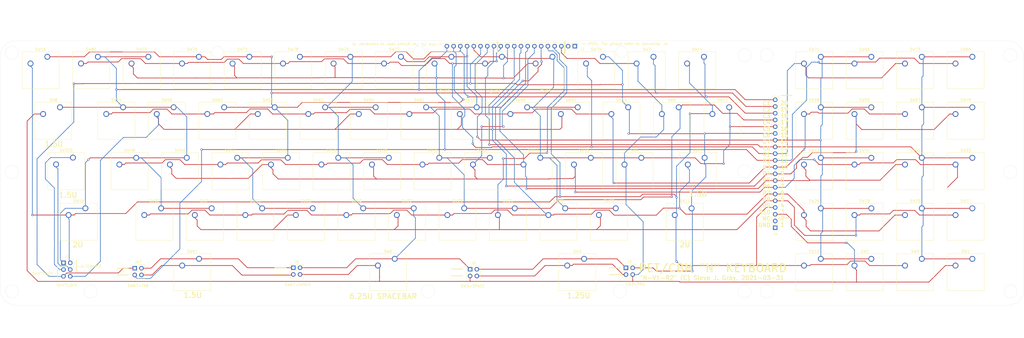
<source format=kicad_pcb>
(kicad_pcb (version 20171130) (host pcbnew "(5.1.9)-1")
  (title_block (date 2020-06-13))
  (layers (0 F.Cu signal) (31 B.Cu signal) (34 B.Paste user hide) (35 F.Paste user) (36 B.SilkS user hide) (37 F.SilkS user) (38 B.Mask user hide) (39 F.Mask user) (44 Edge.Cuts user))
  (net 0 "")
  (net 1 C1)
  (net 2 R1)
  (net 3 C2)
  (net 4 C3)
  (net 5 C4)
  (net 6 C5)
  (net 7 C6)
  (net 8 C7)
  (net 9 C8)
  (net 10 R2)
  (net 11 R3)
  (net 12 R4)
  (net 13 R5)
  (net 14 R6)
  (net 15 R7)
  (net 16 R8)
  (net 17 R9)
  (net 18 R10)
  (net 19 XR3)
  (net 20 XC3)
  (net 21 XR1)
  (net 22 XC1)
  (net 23 XR67)
  (net 24 XC67)
  (module Button_Switch_Keyboard:SW_Cherry_MX1A_6.25u_PCB (layer F.Cu) (at 166.078 130.7465)
    (fp_text reference SW6 (at -2.54 -2.794) (layer F.SilkS))
    (fp_text value SPACE)
    (pad "" np_thru_hole circle (at 47.46 -1.92) (size 3.05 3.05) (drill 3.05) (layers *.Cu *.Mask))
    (pad "" np_thru_hole circle (at -52.54 -1.92) (size 3.05 3.05) (drill 3.05) (layers *.Cu *.Mask))
    (pad "" np_thru_hole circle (at -52.54 13.32) (size 4 4) (drill 4) (layers *.Cu *.Mask))
    (pad "" np_thru_hole circle (at 47.46 13.32) (size 4 4) (drill 4) (layers *.Cu *.Mask))
    (pad "" np_thru_hole circle (at 2.54 5.08) (size 1.7 1.7) (drill 1.7) (layers *.Cu *.Mask))
    (pad "" np_thru_hole circle (at -7.62 5.08) (size 1.7 1.7) (drill 1.7) (layers *.Cu *.Mask))
    (pad "" np_thru_hole circle (at -2.54 5.08) (size 4 4) (drill 4) (layers *.Cu *.Mask))
    (pad 2 thru_hole circle (at -6.35 2.54) (size 2.2 2.2) (drill 1.5) (layers *.Cu *.Mask) (net 18 R10))
    (pad 1 thru_hole circle (at 0 0) (size 2.2 2.2) (drill 1.5) (layers *.Cu *.Mask) (net 4 C3))
  )
  (module Connector_PinHeader_2.54mm:PinHeader_2x02_P2.54mm_Vertical (layer F.Cu) (at 68.0085 134.3025)
    (fp_text reference J67 (at 1.27 -2.33) (layer F.SilkS))
    (fp_text value LINK67)
    (pad 4 thru_hole oval (at 2.54 2.54) (size 1.7 1.7) (drill 1) (layers *.Cu *.Mask) (net 23 XR67))
    (pad 3 thru_hole oval (at 0 2.54) (size 1.7 1.7) (drill 1) (layers *.Cu *.Mask) (net 10 R2))
    (pad 2 thru_hole oval (at 2.54 0) (size 1.7 1.7) (drill 1) (layers *.Cu *.Mask) (net 24 XC67))
    (pad 1 thru_hole rect (at 0 0) (size 1.7 1.7) (drill 1) (layers *.Cu *.Mask) (net 7 C6))
  )
  (module Connector_PinHeader_2.54mm:PinHeader_2x02_P2.54mm_Vertical (layer F.Cu) (at 127.8255 134.112)
    (fp_text reference J6 (at 1.27 -2.33) (layer F.SilkS))
    (fp_text value SPACE2)
    (pad 4 thru_hole oval (at 2.54 2.54) (size 1.7 1.7) (drill 1) (layers *.Cu *.Mask) (net 18 R10))
    (pad 3 thru_hole oval (at 0 2.54) (size 1.7 1.7) (drill 1) (layers *.Cu *.Mask) (net 23 XR67))
    (pad 2 thru_hole oval (at 2.54 0) (size 1.7 1.7) (drill 1) (layers *.Cu *.Mask) (net 4 C3))
    (pad 1 thru_hole rect (at 0 0) (size 1.7 1.7) (drill 1) (layers *.Cu *.Mask) (net 24 XC67))
  )
  (module Connector_PinHeader_2.54mm:PinHeader_2x02_P2.54mm_Vertical (layer F.Cu) (at 194.5005 134.6835)
    (fp_text reference J5 (at 1.27 -2.33) (layer F.SilkS))
    (fp_text value SPACE1)
    (pad 4 thru_hole oval (at 2.54 2.54) (size 1.7 1.7) (drill 1) (layers *.Cu *.Mask) (net 19 XR3))
    (pad 3 thru_hole oval (at 0 2.54) (size 1.7 1.7) (drill 1) (layers *.Cu *.Mask) (net 18 R10))
    (pad 2 thru_hole oval (at 2.54 0) (size 1.7 1.7) (drill 1) (layers *.Cu *.Mask) (net 20 XC3))
    (pad 1 thru_hole rect (at 0 0) (size 1.7 1.7) (drill 1) (layers *.Cu *.Mask) (net 4 C3))
  )
  (module Connector_PinHeader_2.54mm:PinHeader_2x02_P2.54mm_Vertical (layer F.Cu) (at 253.2761 134.1501)
    (fp_text reference J3 (at 1.27 -2.33) (layer F.SilkS))
    (fp_text value LINK3)
    (pad 4 thru_hole oval (at 2.54 2.54) (size 1.7 1.7) (drill 1) (layers *.Cu *.Mask) (net 18 R10))
    (pad 3 thru_hole oval (at 0 2.54) (size 1.7 1.7) (drill 1) (layers *.Cu *.Mask) (net 19 XR3))
    (pad 2 thru_hole oval (at 2.54 0) (size 1.7 1.7) (drill 1) (layers *.Cu *.Mask) (net 7 C6))
    (pad 1 thru_hole rect (at 0 0) (size 1.7 1.7) (drill 1) (layers *.Cu *.Mask) (net 20 XC3))
  )
  (module Connector_PinHeader_2.54mm:PinHeader_2x03_P2.54mm_Vertical (layer F.Cu) (at 41.148 132.2705)
    (fp_text reference J2 (at 1.27 -2.33) (layer F.SilkS))
    (fp_text value Conn_02x03_Odd_Even)
    (pad 6 thru_hole oval (at 2.54 5.08) (size 1.7 1.7) (drill 1) (layers *.Cu *.Mask) (net 12 R4))
    (pad 5 thru_hole oval (at 0 5.08) (size 1.7 1.7) (drill 1) (layers *.Cu *.Mask) (net 7 C6))
    (pad 4 thru_hole oval (at 2.54 2.54) (size 1.7 1.7) (drill 1) (layers *.Cu *.Mask) (net 21 XR1))
    (pad 3 thru_hole oval (at 0 2.54) (size 1.7 1.7) (drill 1) (layers *.Cu *.Mask) (net 22 XC1))
    (pad 2 thru_hole oval (at 2.54 0) (size 1.7 1.7) (drill 1) (layers *.Cu *.Mask) (net 17 R9))
    (pad 1 thru_hole rect (at 0 0) (size 1.7 1.7) (drill 1) (layers *.Cu *.Mask) (net 1 C1))
  )
  (module Button_Switch_Keyboard:SW_Cherry_MX1A_1.50u_PCB (layer F.Cu) (at 44.704 92.583)
    (fp_text reference SW320 (at -2.54 -2.794) (layer F.SilkS))
    (fp_text value "S LOCK")
    (pad "" np_thru_hole circle (at 2.54 5.08) (size 1.7 1.7) (drill 1.7) (layers *.Cu *.Mask))
    (pad "" np_thru_hole circle (at -7.62 5.08) (size 1.7 1.7) (drill 1.7) (layers *.Cu *.Mask))
    (pad "" np_thru_hole circle (at -2.54 5.08) (size 4 4) (drill 4) (layers *.Cu *.Mask))
    (pad 2 thru_hole circle (at -6.35 2.54) (size 2.2 2.2) (drill 1.5) (layers *.Cu *.Mask) (net 21 XR1))
    (pad 1 thru_hole circle (at 0 0) (size 2.2 2.2) (drill 1.5) (layers *.Cu *.Mask) (net 22 XC1))
  )
  (module Button_Switch_Keyboard:SW_Cherry_MX_1.50u_PCB (layer F.Cu) (at 92.2655 130.7465)
    (fp_text reference SW67 (at -2.54 -2.794) (layer F.SilkS))
    (fp_text value "NC ($0A)")
    (pad "" np_thru_hole circle (at 2.54 5.08) (size 1.7 1.7) (drill 1.7) (layers *.Cu *.Mask))
    (pad "" np_thru_hole circle (at -7.62 5.08) (size 1.7 1.7) (drill 1.7) (layers *.Cu *.Mask))
    (pad "" np_thru_hole circle (at -2.54 5.08) (size 4 4) (drill 4) (layers *.Cu *.Mask))
    (pad 2 thru_hole circle (at -6.35 2.54) (size 2.2 2.2) (drill 1.5) (layers *.Cu *.Mask) (net 23 XR67))
    (pad 1 thru_hole circle (at 0 0) (size 2.2 2.2) (drill 1.5) (layers *.Cu *.Mask) (net 24 XC67))
  )
  (module Button_Switch_Keyboard:SW_Cherry_MX_1.00u_PCB (layer F.Cu) (at 35.052 54.5465)
    (fp_text reference SW15 (at -2.54 -2.794) (layer F.SilkS))
    (fp_text value "\"@\"")
    (pad 1 thru_hole circle (at 0 0) (size 2.2 2.2) (drill 1.5) (layers *.Cu *.Mask) (net 3 C2))
    (pad 2 thru_hole circle (at -6.35 2.54) (size 2.2 2.2) (drill 1.5) (layers *.Cu *.Mask) (net 17 R9))
    (pad "" np_thru_hole circle (at -2.54 5.08) (size 4 4) (drill 4) (layers *.Cu *.Mask))
    (pad "" np_thru_hole circle (at -7.62 5.08) (size 1.7 1.7) (drill 1.7) (layers *.Cu *.Mask))
    (pad "" np_thru_hole circle (at 2.54 5.08) (size 1.7 1.7) (drill 1.7) (layers *.Cu *.Mask))
  )
  (module Button_Switch_Keyboard:SW_Cherry_MX_2.00u_PCB (layer F.Cu) (at 278.041 111.7115)
    (fp_text reference SW11 (at -2.54 -2.794) (layer F.SilkS))
    (fp_text value "R SHIFT")
    (pad "" np_thru_hole circle (at 9.36 -1.92) (size 3.05 3.05) (drill 3.05) (layers *.Cu *.Mask))
    (pad "" np_thru_hole circle (at -14.44 -1.92) (size 3.05 3.05) (drill 3.05) (layers *.Cu *.Mask))
    (pad "" np_thru_hole circle (at -14.44 13.32) (size 4 4) (drill 4) (layers *.Cu *.Mask))
    (pad "" np_thru_hole circle (at 9.36 13.32) (size 4 4) (drill 4) (layers *.Cu *.Mask))
    (pad "" np_thru_hole circle (at 2.54 5.08) (size 1.7 1.7) (drill 1.7) (layers *.Cu *.Mask))
    (pad "" np_thru_hole circle (at -7.62 5.08) (size 1.7 1.7) (drill 1.7) (layers *.Cu *.Mask))
    (pad "" np_thru_hole circle (at -2.54 5.08) (size 4 4) (drill 4) (layers *.Cu *.Mask))
    (pad 2 thru_hole circle (at -6.35 2.54) (size 2.2 2.2) (drill 1.5) (layers *.Cu *.Mask) (net 17 R9))
    (pad 1 thru_hole circle (at 0 0) (size 2.2 2.2) (drill 1.5) (layers *.Cu *.Mask) (net 7 C6))
  )
  (module Button_Switch_Keyboard:SW_Cherry_MX_1.00u_PCB (layer F.Cu) (at 187.452 54.5465)
    (fp_text reference SW69 (at -2.6035 13.0175) (layer F.SilkS))
    (fp_text value "\"\\\"")
    (pad 1 thru_hole circle (at 0 0) (size 2.2 2.2) (drill 1.5) (layers *.Cu *.Mask) (net 5 C4))
    (pad 2 thru_hole circle (at -6.35 2.54) (size 2.2 2.2) (drill 1.5) (layers *.Cu *.Mask) (net 10 R2))
    (pad "" np_thru_hole circle (at -2.54 5.08) (size 4 4) (drill 4) (layers *.Cu *.Mask))
    (pad "" np_thru_hole circle (at -7.62 5.08) (size 1.7 1.7) (drill 1.7) (layers *.Cu *.Mask))
    (pad "" np_thru_hole circle (at 2.54 5.08) (size 1.7 1.7) (drill 1.7) (layers *.Cu *.Mask))
  )
  (module Connector_PinHeader_2.54mm:PinHeader_1x20_P2.54mm_Vertical (layer F.Cu) (at 309.5625 119.0244 180)
    (fp_text reference J4 (at 0 -2.33) (layer F.SilkS))
    (fp_text value Conn_01x20)
    (pad 20 thru_hole oval (at 0 48.26 180) (size 1.7 1.7) (drill 1) (layers *.Cu *.Mask) (net 1 C1))
    (pad 19 thru_hole oval (at 0 45.72 180) (size 1.7 1.7) (drill 1) (layers *.Cu *.Mask) (net 3 C2))
    (pad 18 thru_hole oval (at 0 43.18 180) (size 1.7 1.7) (drill 1) (layers *.Cu *.Mask) (net 4 C3))
    (pad 17 thru_hole oval (at 0 40.64 180) (size 1.7 1.7) (drill 1) (layers *.Cu *.Mask) (net 5 C4))
    (pad 16 thru_hole oval (at 0 38.1 180) (size 1.7 1.7) (drill 1) (layers *.Cu *.Mask) (net 6 C5))
    (pad 15 thru_hole oval (at 0 35.56 180) (size 1.7 1.7) (drill 1) (layers *.Cu *.Mask) (net 7 C6))
    (pad 14 thru_hole oval (at 0 33.02 180) (size 1.7 1.7) (drill 1) (layers *.Cu *.Mask) (net 8 C7))
    (pad 13 thru_hole oval (at 0 30.48 180) (size 1.7 1.7) (drill 1) (layers *.Cu *.Mask) (net 9 C8))
    (pad 12 thru_hole oval (at 0 27.94 180) (size 1.7 1.7) (drill 1) (layers *.Cu *.Mask) (net 2 R1))
    (pad 11 thru_hole oval (at 0 25.4 180) (size 1.7 1.7) (drill 1) (layers *.Cu *.Mask) (net 10 R2))
    (pad 10 thru_hole oval (at 0 22.86 180) (size 1.7 1.7) (drill 1) (layers *.Cu *.Mask) (net 11 R3))
    (pad 9 thru_hole oval (at 0 20.32 180) (size 1.7 1.7) (drill 1) (layers *.Cu *.Mask) (net 12 R4))
    (pad 8 thru_hole oval (at 0 17.78 180) (size 1.7 1.7) (drill 1) (layers *.Cu *.Mask) (net 13 R5))
    (pad 7 thru_hole oval (at 0 15.24 180) (size 1.7 1.7) (drill 1) (layers *.Cu *.Mask) (net 14 R6))
    (pad 6 thru_hole oval (at 0 12.7 180) (size 1.7 1.7) (drill 1) (layers *.Cu *.Mask) (net 15 R7))
    (pad 5 thru_hole oval (at 0 10.16 180) (size 1.7 1.7) (drill 1) (layers *.Cu *.Mask) (net 16 R8))
    (pad 4 thru_hole oval (at 0 7.62 180) (size 1.7 1.7) (drill 1) (layers *.Cu *.Mask) (net 17 R9))
    (pad 3 thru_hole oval (at 0 5.08 180) (size 1.7 1.7) (drill 1) (layers *.Cu *.Mask) (net 18 R10))
    (pad 2 thru_hole oval (at 0 2.54 180) (size 1.7 1.7) (drill 1) (layers *.Cu *.Mask))
    (pad 1 thru_hole rect (at 0 0 180) (size 1.7 1.7) (drill 1) (layers *.Cu *.Mask))
  )
  (module Button_Switch_Keyboard:SW_Cherry_MX_1.00u_PCB (layer F.Cu) (at 206.502 54.5465)
    (fp_text reference SW76 (at -2.54 13.081) (layer F.SilkS))
    (fp_text value "\"(\"")
    (pad "" np_thru_hole circle (at 2.54 5.08) (size 1.7 1.7) (drill 1.7) (layers *.Cu *.Mask))
    (pad "" np_thru_hole circle (at -7.62 5.08) (size 1.7 1.7) (drill 1.7) (layers *.Cu *.Mask))
    (pad "" np_thru_hole circle (at -2.54 5.08) (size 4 4) (drill 4) (layers *.Cu *.Mask))
    (pad 2 thru_hole circle (at -6.35 2.54) (size 2.2 2.2) (drill 1.5) (layers *.Cu *.Mask) (net 2 R1))
    (pad 1 thru_hole circle (at 0 0) (size 2.2 2.2) (drill 1.5) (layers *.Cu *.Mask) (net 6 C5))
  )
  (module Button_Switch_Keyboard:SW_Cherry_MX_1.00u_PCB (layer F.Cu) (at 196.977 73.5965)
    (fp_text reference SW53 (at -2.54 -2.794) (layer F.SilkS))
    (fp_text value "\"I\"")
    (pad 1 thru_hole circle (at 0 0) (size 2.2 2.2) (drill 1.5) (layers *.Cu *.Mask) (net 5 C4))
    (pad 2 thru_hole circle (at -6.35 2.54) (size 2.2 2.2) (drill 1.5) (layers *.Cu *.Mask) (net 12 R4))
    (pad "" np_thru_hole circle (at -2.54 5.08) (size 4 4) (drill 4) (layers *.Cu *.Mask))
    (pad "" np_thru_hole circle (at -7.62 5.08) (size 1.7 1.7) (drill 1.7) (layers *.Cu *.Mask))
    (pad "" np_thru_hole circle (at 2.54 5.08) (size 1.7 1.7) (drill 1.7) (layers *.Cu *.Mask))
  )
  (module Button_Switch_Keyboard:SW_Cherry_MX_1.00u_PCB (layer F.Cu) (at 73.152 54.5465)
    (fp_text reference SW72 (at -2.54 -2.794) (layer F.SilkS))
    (fp_text value QUOTE)
    (pad "" np_thru_hole circle (at 2.54 5.08) (size 1.7 1.7) (drill 1.7) (layers *.Cu *.Mask))
    (pad "" np_thru_hole circle (at -7.62 5.08) (size 1.7 1.7) (drill 1.7) (layers *.Cu *.Mask))
    (pad "" np_thru_hole circle (at -2.54 5.08) (size 4 4) (drill 4) (layers *.Cu *.Mask))
    (pad 2 thru_hole circle (at -6.35 2.54) (size 2.2 2.2) (drill 1.5) (layers *.Cu *.Mask) (net 10 R2))
    (pad 1 thru_hole circle (at 0 0) (size 2.2 2.2) (drill 1.5) (layers *.Cu *.Mask) (net 1 C1))
  )
  (module Button_Switch_Keyboard:SW_Cherry_MX_1.00u_PCB (layer F.Cu) (at 225.552 54.5465)
    (fp_text reference SW68 (at -2.54 12.954) (layer F.SilkS))
    (fp_text value "\")\"")
    (pad "" np_thru_hole circle (at 2.54 5.08) (size 1.7 1.7) (drill 1.7) (layers *.Cu *.Mask))
    (pad "" np_thru_hole circle (at -7.62 5.08) (size 1.7 1.7) (drill 1.7) (layers *.Cu *.Mask))
    (pad "" np_thru_hole circle (at -2.54 5.08) (size 4 4) (drill 4) (layers *.Cu *.Mask))
    (pad 2 thru_hole circle (at -6.35 2.54) (size 2.2 2.2) (drill 1.5) (layers *.Cu *.Mask) (net 10 R2))
    (pad 1 thru_hole circle (at 0 0) (size 2.2 2.2) (drill 1.5) (layers *.Cu *.Mask) (net 6 C5))
  )
  (module Button_Switch_Keyboard:SW_Cherry_MX_1.00u_PCB (layer F.Cu) (at 345.821 130.7592)
    (fp_text reference SW2 (at -2.54 -2.794) (layer F.SilkS))
    (fp_text value "KP \".\"")
    (pad "" np_thru_hole circle (at 2.54 5.08) (size 1.7 1.7) (drill 1.7) (layers *.Cu *.Mask))
    (pad "" np_thru_hole circle (at -7.62 5.08) (size 1.7 1.7) (drill 1.7) (layers *.Cu *.Mask))
    (pad "" np_thru_hole circle (at -2.54 5.08) (size 4 4) (drill 4) (layers *.Cu *.Mask))
    (pad 2 thru_hole circle (at -6.35 2.54) (size 2.2 2.2) (drill 1.5) (layers *.Cu *.Mask) (net 18 R10))
    (pad 1 thru_hole circle (at 0 0) (size 2.2 2.2) (drill 1.5) (layers *.Cu *.Mask) (net 8 C7))
  )
  (module Button_Switch_Keyboard:SW_Cherry_MX_1.00u_PCB (layer F.Cu) (at 111.252 54.5465)
    (fp_text reference SW71 (at -2.54 -2.794) (layer F.SilkS))
    (fp_text value "\"$\"")
    (pad 1 thru_hole circle (at 0 0) (size 2.2 2.2) (drill 1.5) (layers *.Cu *.Mask) (net 3 C2))
    (pad 2 thru_hole circle (at -6.35 2.54) (size 2.2 2.2) (drill 1.5) (layers *.Cu *.Mask) (net 10 R2))
    (pad "" np_thru_hole circle (at -2.54 5.08) (size 4 4) (drill 4) (layers *.Cu *.Mask))
    (pad "" np_thru_hole circle (at -7.62 5.08) (size 1.7 1.7) (drill 1.7) (layers *.Cu *.Mask))
    (pad "" np_thru_hole circle (at 2.54 5.08) (size 1.7 1.7) (drill 1.7) (layers *.Cu *.Mask))
  )
  (module Button_Switch_Keyboard:SW_Cherry_MX_1.00u_PCB (layer F.Cu) (at 149.352 54.5465)
    (fp_text reference SW70 (at -2.54 -2.794) (layer F.SilkS))
    (fp_text value "\"'\"")
    (pad "" np_thru_hole circle (at 2.54 5.08) (size 1.7 1.7) (drill 1.7) (layers *.Cu *.Mask))
    (pad "" np_thru_hole circle (at -7.62 5.08) (size 1.7 1.7) (drill 1.7) (layers *.Cu *.Mask))
    (pad "" np_thru_hole circle (at -2.54 5.08) (size 4 4) (drill 4) (layers *.Cu *.Mask))
    (pad 2 thru_hole circle (at -6.35 2.54) (size 2.2 2.2) (drill 1.5) (layers *.Cu *.Mask) (net 10 R2))
    (pad 1 thru_hole circle (at 0 0) (size 2.2 2.2) (drill 1.5) (layers *.Cu *.Mask) (net 4 C3))
  )
  (module Button_Switch_Keyboard:SW_Cherry_MX1A_1.25u_PCB (layer F.Cu) (at 237.49 130.7465)
    (fp_text reference SW3 (at -2.54 -2.794) (layer F.SilkS))
    (fp_text value "NC ($10)")
    (pad "" np_thru_hole circle (at 2.54 5.08) (size 1.7 1.7) (drill 1.7) (layers *.Cu *.Mask))
    (pad "" np_thru_hole circle (at -7.62 5.08) (size 1.7 1.7) (drill 1.7) (layers *.Cu *.Mask))
    (pad "" np_thru_hole circle (at -2.54 5.08) (size 4 4) (drill 4) (layers *.Cu *.Mask))
    (pad 2 thru_hole circle (at -6.35 2.54) (size 2.2 2.2) (drill 1.5) (layers *.Cu *.Mask) (net 19 XR3))
    (pad 1 thru_hole circle (at 0 0) (size 2.2 2.2) (drill 1.5) (layers *.Cu *.Mask) (net 20 XC3))
  )
  (module Button_Switch_Keyboard:SW_Cherry_MX1A_1.50u_PCB (layer F.Cu) (at 282.956 92.6465)
    (fp_text reference SW27 (at -2.54 -2.794) (layer F.SilkS))
    (fp_text value RETURN)
    (pad "" np_thru_hole circle (at 2.54 5.08) (size 1.7 1.7) (drill 1.7) (layers *.Cu *.Mask))
    (pad "" np_thru_hole circle (at -7.62 5.08) (size 1.7 1.7) (drill 1.7) (layers *.Cu *.Mask))
    (pad "" np_thru_hole circle (at -2.54 5.08) (size 4 4) (drill 4) (layers *.Cu *.Mask))
    (pad 2 thru_hole circle (at -6.35 2.54) (size 2.2 2.2) (drill 1.5) (layers *.Cu *.Mask) (net 15 R7))
    (pad 1 thru_hole circle (at 0 0) (size 2.2 2.2) (drill 1.5) (layers *.Cu *.Mask) (net 7 C6))
  )
  (module Button_Switch_Keyboard:SW_Cherry_MX_2.00u_PCB (layer F.Cu) (at 49.403 111.6965)
    (fp_text reference SW16 (at -2.54 -2.794) (layer F.SilkS))
    (fp_text value "L SHIFT")
    (pad "" np_thru_hole circle (at 9.36 -1.92) (size 3.05 3.05) (drill 3.05) (layers *.Cu *.Mask))
    (pad "" np_thru_hole circle (at -14.44 -1.92) (size 3.05 3.05) (drill 3.05) (layers *.Cu *.Mask))
    (pad "" np_thru_hole circle (at -14.44 13.32) (size 4 4) (drill 4) (layers *.Cu *.Mask))
    (pad "" np_thru_hole circle (at 9.36 13.32) (size 4 4) (drill 4) (layers *.Cu *.Mask))
    (pad "" np_thru_hole circle (at 2.54 5.08) (size 1.7 1.7) (drill 1.7) (layers *.Cu *.Mask))
    (pad "" np_thru_hole circle (at -7.62 5.08) (size 1.7 1.7) (drill 1.7) (layers *.Cu *.Mask))
    (pad "" np_thru_hole circle (at -2.54 5.08) (size 4 4) (drill 4) (layers *.Cu *.Mask))
    (pad 2 thru_hole circle (at -6.35 2.54) (size 2.2 2.2) (drill 1.5) (layers *.Cu *.Mask) (net 17 R9))
    (pad 1 thru_hole circle (at 0 0) (size 2.2 2.2) (drill 1.5) (layers *.Cu *.Mask) (net 1 C1))
  )
  (module Button_Switch_Keyboard:SW_Cherry_MX1A_1.50u_PCB (layer F.Cu) (at 39.8145 73.5965)
    (fp_text reference SW8 (at -2.54 -2.794) (layer F.SilkS))
    (fp_text value OFF/RVS)
    (pad "" np_thru_hole circle (at 2.54 5.08) (size 1.7 1.7) (drill 1.7) (layers *.Cu *.Mask))
    (pad "" np_thru_hole circle (at -7.62 5.08) (size 1.7 1.7) (drill 1.7) (layers *.Cu *.Mask))
    (pad "" np_thru_hole circle (at -2.54 5.08) (size 4 4) (drill 4) (layers *.Cu *.Mask))
    (pad 2 thru_hole circle (at -6.35 2.54) (size 2.2 2.2) (drill 1.5) (layers *.Cu *.Mask) (net 18 R10))
    (pad 1 thru_hole circle (at 0 0) (size 2.2 2.2) (drill 1.5) (layers *.Cu *.Mask) (net 1 C1))
  )
  (module Connector_PinHeader_2.54mm:PinHeader_1x20_P2.54mm_Vertical (layer F.Cu) (at 233.9975 50.546 270)
    (fp_text reference J1 (at 1.0795 -2.8575 180) (layer F.SilkS))
    (fp_text value Conn_01x20)
    (pad 20 thru_hole oval (at 0 48.26 270) (size 1.7 1.7) (drill 1) (layers *.Cu *.Mask) (net 1 C1))
    (pad 19 thru_hole oval (at 0 45.72 270) (size 1.7 1.7) (drill 1) (layers *.Cu *.Mask) (net 3 C2))
    (pad 18 thru_hole oval (at 0 43.18 270) (size 1.7 1.7) (drill 1) (layers *.Cu *.Mask) (net 4 C3))
    (pad 17 thru_hole oval (at 0 40.64 270) (size 1.7 1.7) (drill 1) (layers *.Cu *.Mask) (net 5 C4))
    (pad 16 thru_hole oval (at 0 38.1 270) (size 1.7 1.7) (drill 1) (layers *.Cu *.Mask) (net 6 C5))
    (pad 15 thru_hole oval (at 0 35.56 270) (size 1.7 1.7) (drill 1) (layers *.Cu *.Mask) (net 7 C6))
    (pad 14 thru_hole oval (at 0 33.02 270) (size 1.7 1.7) (drill 1) (layers *.Cu *.Mask) (net 8 C7))
    (pad 13 thru_hole oval (at 0 30.48 270) (size 1.7 1.7) (drill 1) (layers *.Cu *.Mask) (net 9 C8))
    (pad 12 thru_hole oval (at 0 27.94 270) (size 1.7 1.7) (drill 1) (layers *.Cu *.Mask) (net 2 R1))
    (pad 11 thru_hole oval (at 0 25.4 270) (size 1.7 1.7) (drill 1) (layers *.Cu *.Mask) (net 10 R2))
    (pad 10 thru_hole oval (at 0 22.86 270) (size 1.7 1.7) (drill 1) (layers *.Cu *.Mask) (net 11 R3))
    (pad 9 thru_hole oval (at 0 20.32 270) (size 1.7 1.7) (drill 1) (layers *.Cu *.Mask) (net 12 R4))
    (pad 8 thru_hole oval (at 0 17.78 270) (size 1.7 1.7) (drill 1) (layers *.Cu *.Mask) (net 13 R5))
    (pad 7 thru_hole oval (at 0 15.24 270) (size 1.7 1.7) (drill 1) (layers *.Cu *.Mask) (net 14 R6))
    (pad 6 thru_hole oval (at 0 12.7 270) (size 1.7 1.7) (drill 1) (layers *.Cu *.Mask) (net 15 R7))
    (pad 5 thru_hole oval (at 0 10.16 270) (size 1.7 1.7) (drill 1) (layers *.Cu *.Mask) (net 16 R8))
    (pad 4 thru_hole oval (at 0 7.62 270) (size 1.7 1.7) (drill 1) (layers *.Cu *.Mask) (net 17 R9))
    (pad 3 thru_hole oval (at 0 5.08 270) (size 1.7 1.7) (drill 1) (layers *.Cu *.Mask) (net 18 R10))
    (pad 2 thru_hole oval (at 0 2.54 270) (size 1.7 1.7) (drill 1) (layers *.Cu *.Mask))
    (pad 1 thru_hole rect (at 0 0 270) (size 1.7 1.7) (drill 1) (layers *.Cu *.Mask))
  )
  (module Button_Switch_Keyboard:SW_Cherry_MX_1.00u_PCB (layer F.Cu) (at 383.921 130.7592)
    (fp_text reference SW1 (at -2.54 -2.794) (layer F.SilkS))
    (fp_text value "KP \"=\"")
    (pad 1 thru_hole circle (at 0 0) (size 2.2 2.2) (drill 1.5) (layers *.Cu *.Mask) (net 9 C8))
    (pad 2 thru_hole circle (at -6.35 2.54) (size 2.2 2.2) (drill 1.5) (layers *.Cu *.Mask) (net 18 R10))
    (pad "" np_thru_hole circle (at -2.54 5.08) (size 4 4) (drill 4) (layers *.Cu *.Mask))
    (pad "" np_thru_hole circle (at -7.62 5.08) (size 1.7 1.7) (drill 1.7) (layers *.Cu *.Mask))
    (pad "" np_thru_hole circle (at 2.54 5.08) (size 1.7 1.7) (drill 1.7) (layers *.Cu *.Mask))
  )
  (module Button_Switch_Keyboard:SW_Cherry_MX_1.00u_PCB (layer F.Cu) (at 259.08 92.6465)
    (fp_text reference SW4 (at -2.54 -2.794) (layer F.SilkS))
    (fp_text value STOP)
    (pad "" np_thru_hole circle (at 2.54 5.08) (size 1.7 1.7) (drill 1.7) (layers *.Cu *.Mask))
    (pad "" np_thru_hole circle (at -7.62 5.08) (size 1.7 1.7) (drill 1.7) (layers *.Cu *.Mask))
    (pad "" np_thru_hole circle (at -2.54 5.08) (size 4 4) (drill 4) (layers *.Cu *.Mask))
    (pad 2 thru_hole circle (at -6.35 2.54) (size 2.2 2.2) (drill 1.5) (layers *.Cu *.Mask) (net 18 R10))
    (pad 1 thru_hole circle (at 0 0) (size 2.2 2.2) (drill 1.5) (layers *.Cu *.Mask) (net 6 C5))
  )
  (module Button_Switch_Keyboard:SW_Cherry_MX_1.00u_PCB (layer F.Cu) (at 273.177 73.5965)
    (fp_text reference SW5 (at -2.54 -2.794) (layer F.SilkS))
    (fp_text value "\"<\"")
    (pad 1 thru_hole circle (at 0 0) (size 2.2 2.2) (drill 1.5) (layers *.Cu *.Mask) (net 5 C4))
    (pad 2 thru_hole circle (at -6.35 2.54) (size 2.2 2.2) (drill 1.5) (layers *.Cu *.Mask) (net 18 R10))
    (pad "" np_thru_hole circle (at -2.54 5.08) (size 4 4) (drill 4) (layers *.Cu *.Mask))
    (pad "" np_thru_hole circle (at -7.62 5.08) (size 1.7 1.7) (drill 1.7) (layers *.Cu *.Mask))
    (pad "" np_thru_hole circle (at 2.54 5.08) (size 1.7 1.7) (drill 1.7) (layers *.Cu *.Mask))
  )
  (module Button_Switch_Keyboard:SW_Cherry_MX_1.00u_PCB (layer F.Cu) (at 263.652 54.5465)
    (fp_text reference SW7 (at -2.54 -2.794) (layer F.SilkS))
    (fp_text value "\"[\"")
    (pad 1 thru_hole circle (at 0 0) (size 2.2 2.2) (drill 1.5) (layers *.Cu *.Mask) (net 3 C2))
    (pad 2 thru_hole circle (at -6.35 2.54) (size 2.2 2.2) (drill 1.5) (layers *.Cu *.Mask) (net 18 R10))
    (pad "" np_thru_hole circle (at -2.54 5.08) (size 4 4) (drill 4) (layers *.Cu *.Mask))
    (pad "" np_thru_hole circle (at -7.62 5.08) (size 1.7 1.7) (drill 1.7) (layers *.Cu *.Mask))
    (pad "" np_thru_hole circle (at 2.54 5.08) (size 1.7 1.7) (drill 1.7) (layers *.Cu *.Mask))
  )
  (module Button_Switch_Keyboard:SW_Cherry_MX_1.00u_PCB (layer F.Cu) (at 364.871 130.7592)
    (fp_text reference SW9 (at -2.54 -2.794) (layer F.SilkS))
    (fp_text value "KP \"-\"")
    (pad 1 thru_hole circle (at 0 0) (size 2.2 2.2) (drill 1.5) (layers *.Cu *.Mask) (net 9 C8))
    (pad 2 thru_hole circle (at -6.35 2.54) (size 2.2 2.2) (drill 1.5) (layers *.Cu *.Mask) (net 17 R9))
    (pad "" np_thru_hole circle (at -2.54 5.08) (size 4 4) (drill 4) (layers *.Cu *.Mask))
    (pad "" np_thru_hole circle (at -7.62 5.08) (size 1.7 1.7) (drill 1.7) (layers *.Cu *.Mask))
    (pad "" np_thru_hole circle (at 2.54 5.08) (size 1.7 1.7) (drill 1.7) (layers *.Cu *.Mask))
  )
  (module Button_Switch_Keyboard:SW_Cherry_MX_1.00u_PCB (layer F.Cu) (at 326.771 130.7592)
    (fp_text reference SW10 (at -2.54 -2.794) (layer F.SilkS))
    (fp_text value "KP \"0\"")
    (pad "" np_thru_hole circle (at 2.54 5.08) (size 1.7 1.7) (drill 1.7) (layers *.Cu *.Mask))
    (pad "" np_thru_hole circle (at -7.62 5.08) (size 1.7 1.7) (drill 1.7) (layers *.Cu *.Mask))
    (pad "" np_thru_hole circle (at -2.54 5.08) (size 4 4) (drill 4) (layers *.Cu *.Mask))
    (pad 2 thru_hole circle (at -6.35 2.54) (size 2.2 2.2) (drill 1.5) (layers *.Cu *.Mask) (net 17 R9))
    (pad 1 thru_hole circle (at 0 0) (size 2.2 2.2) (drill 1.5) (layers *.Cu *.Mask) (net 8 C7))
  )
  (module Button_Switch_Keyboard:SW_Cherry_MX_1.00u_PCB (layer F.Cu) (at 292.227 73.5965)
    (fp_text reference SW12 (at -2.54 -2.794) (layer F.SilkS))
    (fp_text value "\">\"")
    (pad "" np_thru_hole circle (at 2.54 5.08) (size 1.7 1.7) (drill 1.7) (layers *.Cu *.Mask))
    (pad "" np_thru_hole circle (at -7.62 5.08) (size 1.7 1.7) (drill 1.7) (layers *.Cu *.Mask))
    (pad "" np_thru_hole circle (at -2.54 5.08) (size 4 4) (drill 4) (layers *.Cu *.Mask))
    (pad 2 thru_hole circle (at -6.35 2.54) (size 2.2 2.2) (drill 1.5) (layers *.Cu *.Mask) (net 17 R9))
    (pad 1 thru_hole circle (at 0 0) (size 2.2 2.2) (drill 1.5) (layers *.Cu *.Mask) (net 6 C5))
  )
  (module Button_Switch_Keyboard:SW_Cherry_MX_1.00u_PCB (layer F.Cu) (at 282.702 54.5465)
    (fp_text reference SW14 (at -2.54 -2.794) (layer F.SilkS))
    (fp_text value "\"]\"")
    (pad "" np_thru_hole circle (at 2.54 5.08) (size 1.7 1.7) (drill 1.7) (layers *.Cu *.Mask))
    (pad "" np_thru_hole circle (at -7.62 5.08) (size 1.7 1.7) (drill 1.7) (layers *.Cu *.Mask))
    (pad "" np_thru_hole circle (at -2.54 5.08) (size 4 4) (drill 4) (layers *.Cu *.Mask))
    (pad 2 thru_hole circle (at -6.35 2.54) (size 2.2 2.2) (drill 1.5) (layers *.Cu *.Mask) (net 17 R9))
    (pad 1 thru_hole circle (at 0 0) (size 2.2 2.2) (drill 1.5) (layers *.Cu *.Mask) (net 4 C3))
  )
  (module Button_Switch_Keyboard:SW_Cherry_MX_1.00u_PCB (layer F.Cu) (at 383.921 111.7092)
    (fp_text reference SW17 (at -2.54 -2.794) (layer F.SilkS))
    (fp_text value "KP \"+\"")
    (pad 1 thru_hole circle (at 0 0) (size 2.2 2.2) (drill 1.5) (layers *.Cu *.Mask) (net 9 C8))
    (pad 2 thru_hole circle (at -6.35 2.54) (size 2.2 2.2) (drill 1.5) (layers *.Cu *.Mask) (net 16 R8))
    (pad "" np_thru_hole circle (at -2.54 5.08) (size 4 4) (drill 4) (layers *.Cu *.Mask))
    (pad "" np_thru_hole circle (at -7.62 5.08) (size 1.7 1.7) (drill 1.7) (layers *.Cu *.Mask))
    (pad "" np_thru_hole circle (at 2.54 5.08) (size 1.7 1.7) (drill 1.7) (layers *.Cu *.Mask))
  )
  (module Button_Switch_Keyboard:SW_Cherry_MX_1.00u_PCB (layer F.Cu) (at 345.821 111.7092)
    (fp_text reference SW18 (at -2.54 -2.794) (layer F.SilkS))
    (fp_text value "KP \"2\"")
    (pad "" np_thru_hole circle (at 2.54 5.08) (size 1.7 1.7) (drill 1.7) (layers *.Cu *.Mask))
    (pad "" np_thru_hole circle (at -7.62 5.08) (size 1.7 1.7) (drill 1.7) (layers *.Cu *.Mask))
    (pad "" np_thru_hole circle (at -2.54 5.08) (size 4 4) (drill 4) (layers *.Cu *.Mask))
    (pad 2 thru_hole circle (at -6.35 2.54) (size 2.2 2.2) (drill 1.5) (layers *.Cu *.Mask) (net 16 R8))
    (pad 1 thru_hole circle (at 0 0) (size 2.2 2.2) (drill 1.5) (layers *.Cu *.Mask) (net 8 C7))
  )
  (module Button_Switch_Keyboard:SW_Cherry_MX_1.00u_PCB (layer F.Cu) (at 249.428 111.6965)
    (fp_text reference SW20 (at -2.54 -2.794) (layer F.SilkS))
    (fp_text value "\"?\"")
    (pad "" np_thru_hole circle (at 2.54 5.08) (size 1.7 1.7) (drill 1.7) (layers *.Cu *.Mask))
    (pad "" np_thru_hole circle (at -7.62 5.08) (size 1.7 1.7) (drill 1.7) (layers *.Cu *.Mask))
    (pad "" np_thru_hole circle (at -2.54 5.08) (size 4 4) (drill 4) (layers *.Cu *.Mask))
    (pad 2 thru_hole circle (at -6.35 2.54) (size 2.2 2.2) (drill 1.5) (layers *.Cu *.Mask) (net 16 R8))
    (pad 1 thru_hole circle (at 0 0) (size 2.2 2.2) (drill 1.5) (layers *.Cu *.Mask) (net 6 C5))
  )
  (module Button_Switch_Keyboard:SW_Cherry_MX_1.00u_PCB (layer F.Cu) (at 211.328 111.6965)
    (fp_text reference SW21 (at -2.54 -2.794) (layer F.SilkS))
    (fp_text value "\",\"")
    (pad 1 thru_hole circle (at 0 0) (size 2.2 2.2) (drill 1.5) (layers *.Cu *.Mask) (net 5 C4))
    (pad 2 thru_hole circle (at -6.35 2.54) (size 2.2 2.2) (drill 1.5) (layers *.Cu *.Mask) (net 16 R8))
    (pad "" np_thru_hole circle (at -2.54 5.08) (size 4 4) (drill 4) (layers *.Cu *.Mask))
    (pad "" np_thru_hole circle (at -7.62 5.08) (size 1.7 1.7) (drill 1.7) (layers *.Cu *.Mask))
    (pad "" np_thru_hole circle (at 2.54 5.08) (size 1.7 1.7) (drill 1.7) (layers *.Cu *.Mask))
  )
  (module Button_Switch_Keyboard:SW_Cherry_MX_1.00u_PCB (layer F.Cu) (at 173.228 111.6965)
    (fp_text reference SW22 (at -2.54 -2.794) (layer F.SilkS))
    (fp_text value "\"N\"")
    (pad "" np_thru_hole circle (at 2.54 5.08) (size 1.7 1.7) (drill 1.7) (layers *.Cu *.Mask))
    (pad "" np_thru_hole circle (at -7.62 5.08) (size 1.7 1.7) (drill 1.7) (layers *.Cu *.Mask))
    (pad "" np_thru_hole circle (at -2.54 5.08) (size 4 4) (drill 4) (layers *.Cu *.Mask))
    (pad 2 thru_hole circle (at -6.35 2.54) (size 2.2 2.2) (drill 1.5) (layers *.Cu *.Mask) (net 16 R8))
    (pad 1 thru_hole circle (at 0 0) (size 2.2 2.2) (drill 1.5) (layers *.Cu *.Mask) (net 4 C3))
  )
  (module Button_Switch_Keyboard:SW_Cherry_MX_1.00u_PCB (layer F.Cu) (at 135.128 111.6965)
    (fp_text reference SW23 (at -2.54 -2.794) (layer F.SilkS))
    (fp_text value "\"V\"")
    (pad 1 thru_hole circle (at 0 0) (size 2.2 2.2) (drill 1.5) (layers *.Cu *.Mask) (net 3 C2))
    (pad 2 thru_hole circle (at -6.35 2.54) (size 2.2 2.2) (drill 1.5) (layers *.Cu *.Mask) (net 16 R8))
    (pad "" np_thru_hole circle (at -2.54 5.08) (size 4 4) (drill 4) (layers *.Cu *.Mask))
    (pad "" np_thru_hole circle (at -7.62 5.08) (size 1.7 1.7) (drill 1.7) (layers *.Cu *.Mask))
    (pad "" np_thru_hole circle (at 2.54 5.08) (size 1.7 1.7) (drill 1.7) (layers *.Cu *.Mask))
  )
  (module Button_Switch_Keyboard:SW_Cherry_MX_1.00u_PCB (layer F.Cu) (at 97.028 111.6965)
    (fp_text reference SW24 (at -2.54 -2.794) (layer F.SilkS))
    (fp_text value "\"X\"")
    (pad "" np_thru_hole circle (at 2.54 5.08) (size 1.7 1.7) (drill 1.7) (layers *.Cu *.Mask))
    (pad "" np_thru_hole circle (at -7.62 5.08) (size 1.7 1.7) (drill 1.7) (layers *.Cu *.Mask))
    (pad "" np_thru_hole circle (at -2.54 5.08) (size 4 4) (drill 4) (layers *.Cu *.Mask))
    (pad 2 thru_hole circle (at -6.35 2.54) (size 2.2 2.2) (drill 1.5) (layers *.Cu *.Mask) (net 16 R8))
    (pad 1 thru_hole circle (at 0 0) (size 2.2 2.2) (drill 1.5) (layers *.Cu *.Mask) (net 1 C1))
  )
  (module Button_Switch_Keyboard:SW_Cherry_MX_1.00u_PCB (layer F.Cu) (at 364.871 111.7092)
    (fp_text reference SW25 (at -2.54 -2.794) (layer F.SilkS))
    (fp_text value "KP \"3\"")
    (pad 1 thru_hole circle (at 0 0) (size 2.2 2.2) (drill 1.5) (layers *.Cu *.Mask) (net 9 C8))
    (pad 2 thru_hole circle (at -6.35 2.54) (size 2.2 2.2) (drill 1.5) (layers *.Cu *.Mask) (net 15 R7))
    (pad "" np_thru_hole circle (at -2.54 5.08) (size 4 4) (drill 4) (layers *.Cu *.Mask))
    (pad "" np_thru_hole circle (at -7.62 5.08) (size 1.7 1.7) (drill 1.7) (layers *.Cu *.Mask))
    (pad "" np_thru_hole circle (at 2.54 5.08) (size 1.7 1.7) (drill 1.7) (layers *.Cu *.Mask))
  )
  (module Button_Switch_Keyboard:SW_Cherry_MX_1.00u_PCB (layer F.Cu) (at 326.771 111.7092)
    (fp_text reference SW26 (at -2.54 -2.794) (layer F.SilkS))
    (fp_text value "KP \"1\"")
    (pad "" np_thru_hole circle (at 2.54 5.08) (size 1.7 1.7) (drill 1.7) (layers *.Cu *.Mask))
    (pad "" np_thru_hole circle (at -7.62 5.08) (size 1.7 1.7) (drill 1.7) (layers *.Cu *.Mask))
    (pad "" np_thru_hole circle (at -2.54 5.08) (size 4 4) (drill 4) (layers *.Cu *.Mask))
    (pad 2 thru_hole circle (at -6.35 2.54) (size 2.2 2.2) (drill 1.5) (layers *.Cu *.Mask) (net 15 R7))
    (pad 1 thru_hole circle (at 0 0) (size 2.2 2.2) (drill 1.5) (layers *.Cu *.Mask) (net 8 C7))
  )
  (module Button_Switch_Keyboard:SW_Cherry_MX_1.00u_PCB (layer F.Cu) (at 230.378 111.6965)
    (fp_text reference SW28 (at -2.54 -2.794) (layer F.SilkS))
    (fp_text value "\";\"")
    (pad "" np_thru_hole circle (at 2.54 5.08) (size 1.7 1.7) (drill 1.7) (layers *.Cu *.Mask))
    (pad "" np_thru_hole circle (at -7.62 5.08) (size 1.7 1.7) (drill 1.7) (layers *.Cu *.Mask))
    (pad "" np_thru_hole circle (at -2.54 5.08) (size 4 4) (drill 4) (layers *.Cu *.Mask))
    (pad 2 thru_hole circle (at -6.35 2.54) (size 2.2 2.2) (drill 1.5) (layers *.Cu *.Mask) (net 15 R7))
    (pad 1 thru_hole circle (at 0 0) (size 2.2 2.2) (drill 1.5) (layers *.Cu *.Mask) (net 6 C5))
  )
  (module Button_Switch_Keyboard:SW_Cherry_MX_1.00u_PCB (layer F.Cu) (at 192.278 111.6965)
    (fp_text reference SW29 (at -2.54 -2.794) (layer F.SilkS))
    (fp_text value "\"M\"")
    (pad 1 thru_hole circle (at 0 0) (size 2.2 2.2) (drill 1.5) (layers *.Cu *.Mask) (net 5 C4))
    (pad 2 thru_hole circle (at -6.35 2.54) (size 2.2 2.2) (drill 1.5) (layers *.Cu *.Mask) (net 15 R7))
    (pad "" np_thru_hole circle (at -2.54 5.08) (size 4 4) (drill 4) (layers *.Cu *.Mask))
    (pad "" np_thru_hole circle (at -7.62 5.08) (size 1.7 1.7) (drill 1.7) (layers *.Cu *.Mask))
    (pad "" np_thru_hole circle (at 2.54 5.08) (size 1.7 1.7) (drill 1.7) (layers *.Cu *.Mask))
  )
  (module Button_Switch_Keyboard:SW_Cherry_MX_1.00u_PCB (layer F.Cu) (at 154.178 111.6965)
    (fp_text reference SW30 (at -2.54 -2.794) (layer F.SilkS))
    (fp_text value "\"B\"")
    (pad "" np_thru_hole circle (at 2.54 5.08) (size 1.7 1.7) (drill 1.7) (layers *.Cu *.Mask))
    (pad "" np_thru_hole circle (at -7.62 5.08) (size 1.7 1.7) (drill 1.7) (layers *.Cu *.Mask))
    (pad "" np_thru_hole circle (at -2.54 5.08) (size 4 4) (drill 4) (layers *.Cu *.Mask))
    (pad 2 thru_hole circle (at -6.35 2.54) (size 2.2 2.2) (drill 1.5) (layers *.Cu *.Mask) (net 15 R7))
    (pad 1 thru_hole circle (at 0 0) (size 2.2 2.2) (drill 1.5) (layers *.Cu *.Mask) (net 4 C3))
  )
  (module Button_Switch_Keyboard:SW_Cherry_MX_1.00u_PCB (layer F.Cu) (at 116.078 111.6965)
    (fp_text reference SW31 (at -2.54 -2.794) (layer F.SilkS))
    (fp_text value "\"C\"")
    (pad 1 thru_hole circle (at 0 0) (size 2.2 2.2) (drill 1.5) (layers *.Cu *.Mask) (net 3 C2))
    (pad 2 thru_hole circle (at -6.35 2.54) (size 2.2 2.2) (drill 1.5) (layers *.Cu *.Mask) (net 15 R7))
    (pad "" np_thru_hole circle (at -2.54 5.08) (size 4 4) (drill 4) (layers *.Cu *.Mask))
    (pad "" np_thru_hole circle (at -7.62 5.08) (size 1.7 1.7) (drill 1.7) (layers *.Cu *.Mask))
    (pad "" np_thru_hole circle (at 2.54 5.08) (size 1.7 1.7) (drill 1.7) (layers *.Cu *.Mask))
  )
  (module Button_Switch_Keyboard:SW_Cherry_MX_1.00u_PCB (layer F.Cu) (at 77.978 111.6965)
    (fp_text reference SW32 (at -2.54 -2.794) (layer F.SilkS))
    (fp_text value "\"Z\"")
    (pad "" np_thru_hole circle (at 2.54 5.08) (size 1.7 1.7) (drill 1.7) (layers *.Cu *.Mask))
    (pad "" np_thru_hole circle (at -7.62 5.08) (size 1.7 1.7) (drill 1.7) (layers *.Cu *.Mask))
    (pad "" np_thru_hole circle (at -2.54 5.08) (size 4 4) (drill 4) (layers *.Cu *.Mask))
    (pad 2 thru_hole circle (at -6.35 2.54) (size 2.2 2.2) (drill 1.5) (layers *.Cu *.Mask) (net 15 R7))
    (pad 1 thru_hole circle (at 0 0) (size 2.2 2.2) (drill 1.5) (layers *.Cu *.Mask) (net 1 C1))
  )
  (module Button_Switch_Keyboard:SW_Cherry_MX_1.00u_PCB (layer F.Cu) (at 383.921 92.6592)
    (fp_text reference SW33 (at -2.54 -2.794) (layer F.SilkS))
    (fp_text value "KP \"*\"")
    (pad 1 thru_hole circle (at 0 0) (size 2.2 2.2) (drill 1.5) (layers *.Cu *.Mask) (net 9 C8))
    (pad 2 thru_hole circle (at -6.35 2.54) (size 2.2 2.2) (drill 1.5) (layers *.Cu *.Mask) (net 14 R6))
    (pad "" np_thru_hole circle (at -2.54 5.08) (size 4 4) (drill 4) (layers *.Cu *.Mask))
    (pad "" np_thru_hole circle (at -7.62 5.08) (size 1.7 1.7) (drill 1.7) (layers *.Cu *.Mask))
    (pad "" np_thru_hole circle (at 2.54 5.08) (size 1.7 1.7) (drill 1.7) (layers *.Cu *.Mask))
  )
  (module Button_Switch_Keyboard:SW_Cherry_MX_1.00u_PCB (layer F.Cu) (at 345.821 92.6592)
    (fp_text reference SW34 (at -2.54 -2.794) (layer F.SilkS))
    (fp_text value "KP \"5\"")
    (pad "" np_thru_hole circle (at 2.54 5.08) (size 1.7 1.7) (drill 1.7) (layers *.Cu *.Mask))
    (pad "" np_thru_hole circle (at -7.62 5.08) (size 1.7 1.7) (drill 1.7) (layers *.Cu *.Mask))
    (pad "" np_thru_hole circle (at -2.54 5.08) (size 4 4) (drill 4) (layers *.Cu *.Mask))
    (pad 2 thru_hole circle (at -6.35 2.54) (size 2.2 2.2) (drill 1.5) (layers *.Cu *.Mask) (net 14 R6))
    (pad 1 thru_hole circle (at 0 0) (size 2.2 2.2) (drill 1.5) (layers *.Cu *.Mask) (net 8 C7))
  )
  (module Button_Switch_Keyboard:SW_Cherry_MX_1.00u_PCB (layer F.Cu) (at 240.03 92.6465)
    (fp_text reference SW36 (at -2.54 -2.794) (layer F.SilkS))
    (fp_text value "\":\"")
    (pad "" np_thru_hole circle (at 2.54 5.08) (size 1.7 1.7) (drill 1.7) (layers *.Cu *.Mask))
    (pad "" np_thru_hole circle (at -7.62 5.08) (size 1.7 1.7) (drill 1.7) (layers *.Cu *.Mask))
    (pad "" np_thru_hole circle (at -2.54 5.08) (size 4 4) (drill 4) (layers *.Cu *.Mask))
    (pad 2 thru_hole circle (at -6.35 2.54) (size 2.2 2.2) (drill 1.5) (layers *.Cu *.Mask) (net 14 R6))
    (pad 1 thru_hole circle (at 0 0) (size 2.2 2.2) (drill 1.5) (layers *.Cu *.Mask) (net 6 C5))
  )
  (module Button_Switch_Keyboard:SW_Cherry_MX_1.00u_PCB (layer F.Cu) (at 201.93 92.6465)
    (fp_text reference SW37 (at -2.54 -2.794) (layer F.SilkS))
    (fp_text value "\"K\"")
    (pad 1 thru_hole circle (at 0 0) (size 2.2 2.2) (drill 1.5) (layers *.Cu *.Mask) (net 5 C4))
    (pad 2 thru_hole circle (at -6.35 2.54) (size 2.2 2.2) (drill 1.5) (layers *.Cu *.Mask) (net 14 R6))
    (pad "" np_thru_hole circle (at -2.54 5.08) (size 4 4) (drill 4) (layers *.Cu *.Mask))
    (pad "" np_thru_hole circle (at -7.62 5.08) (size 1.7 1.7) (drill 1.7) (layers *.Cu *.Mask))
    (pad "" np_thru_hole circle (at 2.54 5.08) (size 1.7 1.7) (drill 1.7) (layers *.Cu *.Mask))
  )
  (module Button_Switch_Keyboard:SW_Cherry_MX_1.00u_PCB (layer F.Cu) (at 163.83 92.6465)
    (fp_text reference SW38 (at -2.54 -2.794) (layer F.SilkS))
    (fp_text value "\"H\"")
    (pad "" np_thru_hole circle (at 2.54 5.08) (size 1.7 1.7) (drill 1.7) (layers *.Cu *.Mask))
    (pad "" np_thru_hole circle (at -7.62 5.08) (size 1.7 1.7) (drill 1.7) (layers *.Cu *.Mask))
    (pad "" np_thru_hole circle (at -2.54 5.08) (size 4 4) (drill 4) (layers *.Cu *.Mask))
    (pad 2 thru_hole circle (at -6.35 2.54) (size 2.2 2.2) (drill 1.5) (layers *.Cu *.Mask) (net 14 R6))
    (pad 1 thru_hole circle (at 0 0) (size 2.2 2.2) (drill 1.5) (layers *.Cu *.Mask) (net 4 C3))
  )
  (module Button_Switch_Keyboard:SW_Cherry_MX_1.00u_PCB (layer F.Cu) (at 125.73 92.6465)
    (fp_text reference SW39 (at -2.54 -2.794) (layer F.SilkS))
    (fp_text value "\"F\"")
    (pad 1 thru_hole circle (at 0 0) (size 2.2 2.2) (drill 1.5) (layers *.Cu *.Mask) (net 3 C2))
    (pad 2 thru_hole circle (at -6.35 2.54) (size 2.2 2.2) (drill 1.5) (layers *.Cu *.Mask) (net 14 R6))
    (pad "" np_thru_hole circle (at -2.54 5.08) (size 4 4) (drill 4) (layers *.Cu *.Mask))
    (pad "" np_thru_hole circle (at -7.62 5.08) (size 1.7 1.7) (drill 1.7) (layers *.Cu *.Mask))
    (pad "" np_thru_hole circle (at 2.54 5.08) (size 1.7 1.7) (drill 1.7) (layers *.Cu *.Mask))
  )
  (module Button_Switch_Keyboard:SW_Cherry_MX_1.00u_PCB (layer F.Cu) (at 87.63 92.6465)
    (fp_text reference SW40 (at -2.54 -2.794) (layer F.SilkS))
    (fp_text value "\"S\"")
    (pad "" np_thru_hole circle (at 2.54 5.08) (size 1.7 1.7) (drill 1.7) (layers *.Cu *.Mask))
    (pad "" np_thru_hole circle (at -7.62 5.08) (size 1.7 1.7) (drill 1.7) (layers *.Cu *.Mask))
    (pad "" np_thru_hole circle (at -2.54 5.08) (size 4 4) (drill 4) (layers *.Cu *.Mask))
    (pad 2 thru_hole circle (at -6.35 2.54) (size 2.2 2.2) (drill 1.5) (layers *.Cu *.Mask) (net 14 R6))
    (pad 1 thru_hole circle (at 0 0) (size 2.2 2.2) (drill 1.5) (layers *.Cu *.Mask) (net 1 C1))
  )
  (module Button_Switch_Keyboard:SW_Cherry_MX_1.00u_PCB (layer F.Cu) (at 364.871 92.6592)
    (fp_text reference SW41 (at -2.54 -2.794) (layer F.SilkS))
    (fp_text value "KP \"6\"")
    (pad 1 thru_hole circle (at 0 0) (size 2.2 2.2) (drill 1.5) (layers *.Cu *.Mask) (net 9 C8))
    (pad 2 thru_hole circle (at -6.35 2.54) (size 2.2 2.2) (drill 1.5) (layers *.Cu *.Mask) (net 13 R5))
    (pad "" np_thru_hole circle (at -2.54 5.08) (size 4 4) (drill 4) (layers *.Cu *.Mask))
    (pad "" np_thru_hole circle (at -7.62 5.08) (size 1.7 1.7) (drill 1.7) (layers *.Cu *.Mask))
    (pad "" np_thru_hole circle (at 2.54 5.08) (size 1.7 1.7) (drill 1.7) (layers *.Cu *.Mask))
  )
  (module Button_Switch_Keyboard:SW_Cherry_MX_1.00u_PCB (layer F.Cu) (at 326.771 92.6592)
    (fp_text reference SW42 (at -2.54 -2.794) (layer F.SilkS))
    (fp_text value "KP \"4\"")
    (pad "" np_thru_hole circle (at 2.54 5.08) (size 1.7 1.7) (drill 1.7) (layers *.Cu *.Mask))
    (pad "" np_thru_hole circle (at -7.62 5.08) (size 1.7 1.7) (drill 1.7) (layers *.Cu *.Mask))
    (pad "" np_thru_hole circle (at -2.54 5.08) (size 4 4) (drill 4) (layers *.Cu *.Mask))
    (pad 2 thru_hole circle (at -6.35 2.54) (size 2.2 2.2) (drill 1.5) (layers *.Cu *.Mask) (net 13 R5))
    (pad 1 thru_hole circle (at 0 0) (size 2.2 2.2) (drill 1.5) (layers *.Cu *.Mask) (net 8 C7))
  )
  (module Button_Switch_Keyboard:SW_Cherry_MX_1.00u_PCB (layer F.Cu) (at 220.98 92.6465)
    (fp_text reference SW44 (at -2.54 -2.794) (layer F.SilkS))
    (fp_text value "\"L\"")
    (pad "" np_thru_hole circle (at 2.54 5.08) (size 1.7 1.7) (drill 1.7) (layers *.Cu *.Mask))
    (pad "" np_thru_hole circle (at -7.62 5.08) (size 1.7 1.7) (drill 1.7) (layers *.Cu *.Mask))
    (pad "" np_thru_hole circle (at -2.54 5.08) (size 4 4) (drill 4) (layers *.Cu *.Mask))
    (pad 2 thru_hole circle (at -6.35 2.54) (size 2.2 2.2) (drill 1.5) (layers *.Cu *.Mask) (net 13 R5))
    (pad 1 thru_hole circle (at 0 0) (size 2.2 2.2) (drill 1.5) (layers *.Cu *.Mask) (net 6 C5))
  )
  (module Button_Switch_Keyboard:SW_Cherry_MX_1.00u_PCB (layer F.Cu) (at 182.88 92.6465)
    (fp_text reference SW45 (at -2.54 -2.794) (layer F.SilkS))
    (fp_text value "\"J\"")
    (pad 1 thru_hole circle (at 0 0) (size 2.2 2.2) (drill 1.5) (layers *.Cu *.Mask) (net 5 C4))
    (pad 2 thru_hole circle (at -6.35 2.54) (size 2.2 2.2) (drill 1.5) (layers *.Cu *.Mask) (net 13 R5))
    (pad "" np_thru_hole circle (at -2.54 5.08) (size 4 4) (drill 4) (layers *.Cu *.Mask))
    (pad "" np_thru_hole circle (at -7.62 5.08) (size 1.7 1.7) (drill 1.7) (layers *.Cu *.Mask))
    (pad "" np_thru_hole circle (at 2.54 5.08) (size 1.7 1.7) (drill 1.7) (layers *.Cu *.Mask))
  )
  (module Button_Switch_Keyboard:SW_Cherry_MX_1.00u_PCB (layer F.Cu) (at 144.78 92.6465)
    (fp_text reference SW46 (at -2.54 -2.794) (layer F.SilkS))
    (fp_text value "\"G\"")
    (pad "" np_thru_hole circle (at 2.54 5.08) (size 1.7 1.7) (drill 1.7) (layers *.Cu *.Mask))
    (pad "" np_thru_hole circle (at -7.62 5.08) (size 1.7 1.7) (drill 1.7) (layers *.Cu *.Mask))
    (pad "" np_thru_hole circle (at -2.54 5.08) (size 4 4) (drill 4) (layers *.Cu *.Mask))
    (pad 2 thru_hole circle (at -6.35 2.54) (size 2.2 2.2) (drill 1.5) (layers *.Cu *.Mask) (net 13 R5))
    (pad 1 thru_hole circle (at 0 0) (size 2.2 2.2) (drill 1.5) (layers *.Cu *.Mask) (net 4 C3))
  )
  (module Button_Switch_Keyboard:SW_Cherry_MX_1.00u_PCB (layer F.Cu) (at 106.68 92.6465)
    (fp_text reference SW47 (at -2.54 -2.794) (layer F.SilkS))
    (fp_text value "\"D\"")
    (pad 1 thru_hole circle (at 0 0) (size 2.2 2.2) (drill 1.5) (layers *.Cu *.Mask) (net 3 C2))
    (pad 2 thru_hole circle (at -6.35 2.54) (size 2.2 2.2) (drill 1.5) (layers *.Cu *.Mask) (net 13 R5))
    (pad "" np_thru_hole circle (at -2.54 5.08) (size 4 4) (drill 4) (layers *.Cu *.Mask))
    (pad "" np_thru_hole circle (at -7.62 5.08) (size 1.7 1.7) (drill 1.7) (layers *.Cu *.Mask))
    (pad "" np_thru_hole circle (at 2.54 5.08) (size 1.7 1.7) (drill 1.7) (layers *.Cu *.Mask))
  )
  (module Button_Switch_Keyboard:SW_Cherry_MX_1.00u_PCB (layer F.Cu) (at 68.58 92.6465)
    (fp_text reference SW48 (at -2.54 -2.794) (layer F.SilkS))
    (fp_text value "\"A\"")
    (pad "" np_thru_hole circle (at 2.54 5.08) (size 1.7 1.7) (drill 1.7) (layers *.Cu *.Mask))
    (pad "" np_thru_hole circle (at -7.62 5.08) (size 1.7 1.7) (drill 1.7) (layers *.Cu *.Mask))
    (pad "" np_thru_hole circle (at -2.54 5.08) (size 4 4) (drill 4) (layers *.Cu *.Mask))
    (pad 2 thru_hole circle (at -6.35 2.54) (size 2.2 2.2) (drill 1.5) (layers *.Cu *.Mask) (net 13 R5))
    (pad 1 thru_hole circle (at 0 0) (size 2.2 2.2) (drill 1.5) (layers *.Cu *.Mask) (net 1 C1))
  )
  (module Button_Switch_Keyboard:SW_Cherry_MX_1.00u_PCB (layer F.Cu) (at 383.921 73.6092)
    (fp_text reference SW49 (at -2.54 -2.794) (layer F.SilkS))
    (fp_text value "KP \"/\"")
    (pad 1 thru_hole circle (at 0 0) (size 2.2 2.2) (drill 1.5) (layers *.Cu *.Mask) (net 9 C8))
    (pad 2 thru_hole circle (at -6.35 2.54) (size 2.2 2.2) (drill 1.5) (layers *.Cu *.Mask) (net 12 R4))
    (pad "" np_thru_hole circle (at -2.54 5.08) (size 4 4) (drill 4) (layers *.Cu *.Mask))
    (pad "" np_thru_hole circle (at -7.62 5.08) (size 1.7 1.7) (drill 1.7) (layers *.Cu *.Mask))
    (pad "" np_thru_hole circle (at 2.54 5.08) (size 1.7 1.7) (drill 1.7) (layers *.Cu *.Mask))
  )
  (module Button_Switch_Keyboard:SW_Cherry_MX_1.00u_PCB (layer F.Cu) (at 345.821 73.6092)
    (fp_text reference SW50 (at -2.54 -2.794) (layer F.SilkS))
    (fp_text value "KP \"8\"")
    (pad "" np_thru_hole circle (at 2.54 5.08) (size 1.7 1.7) (drill 1.7) (layers *.Cu *.Mask))
    (pad "" np_thru_hole circle (at -7.62 5.08) (size 1.7 1.7) (drill 1.7) (layers *.Cu *.Mask))
    (pad "" np_thru_hole circle (at -2.54 5.08) (size 4 4) (drill 4) (layers *.Cu *.Mask))
    (pad 2 thru_hole circle (at -6.35 2.54) (size 2.2 2.2) (drill 1.5) (layers *.Cu *.Mask) (net 12 R4))
    (pad 1 thru_hole circle (at 0 0) (size 2.2 2.2) (drill 1.5) (layers *.Cu *.Mask) (net 8 C7))
  )
  (module Button_Switch_Keyboard:SW_Cherry_MX_1.00u_PCB (layer F.Cu) (at 235.077 73.5965)
    (fp_text reference SW52 (at -2.54 -2.794) (layer F.SilkS))
    (fp_text value "\"P\"")
    (pad "" np_thru_hole circle (at 2.54 5.08) (size 1.7 1.7) (drill 1.7) (layers *.Cu *.Mask))
    (pad "" np_thru_hole circle (at -7.62 5.08) (size 1.7 1.7) (drill 1.7) (layers *.Cu *.Mask))
    (pad "" np_thru_hole circle (at -2.54 5.08) (size 4 4) (drill 4) (layers *.Cu *.Mask))
    (pad 2 thru_hole circle (at -6.35 2.54) (size 2.2 2.2) (drill 1.5) (layers *.Cu *.Mask) (net 12 R4))
    (pad 1 thru_hole circle (at 0 0) (size 2.2 2.2) (drill 1.5) (layers *.Cu *.Mask) (net 6 C5))
  )
  (module Button_Switch_Keyboard:SW_Cherry_MX_1.00u_PCB (layer F.Cu) (at 158.877 73.5965)
    (fp_text reference SW54 (at -2.54 -2.794) (layer F.SilkS))
    (fp_text value "\"Y\"")
    (pad "" np_thru_hole circle (at 2.54 5.08) (size 1.7 1.7) (drill 1.7) (layers *.Cu *.Mask))
    (pad "" np_thru_hole circle (at -7.62 5.08) (size 1.7 1.7) (drill 1.7) (layers *.Cu *.Mask))
    (pad "" np_thru_hole circle (at -2.54 5.08) (size 4 4) (drill 4) (layers *.Cu *.Mask))
    (pad 2 thru_hole circle (at -6.35 2.54) (size 2.2 2.2) (drill 1.5) (layers *.Cu *.Mask) (net 12 R4))
    (pad 1 thru_hole circle (at 0 0) (size 2.2 2.2) (drill 1.5) (layers *.Cu *.Mask) (net 4 C3))
  )
  (module Button_Switch_Keyboard:SW_Cherry_MX_1.00u_PCB (layer F.Cu) (at 120.777 73.5965)
    (fp_text reference SW55 (at -2.54 -2.794) (layer F.SilkS))
    (fp_text value "\"R\"")
    (pad 1 thru_hole circle (at 0 0) (size 2.2 2.2) (drill 1.5) (layers *.Cu *.Mask) (net 3 C2))
    (pad 2 thru_hole circle (at -6.35 2.54) (size 2.2 2.2) (drill 1.5) (layers *.Cu *.Mask) (net 12 R4))
    (pad "" np_thru_hole circle (at -2.54 5.08) (size 4 4) (drill 4) (layers *.Cu *.Mask))
    (pad "" np_thru_hole circle (at -7.62 5.08) (size 1.7 1.7) (drill 1.7) (layers *.Cu *.Mask))
    (pad "" np_thru_hole circle (at 2.54 5.08) (size 1.7 1.7) (drill 1.7) (layers *.Cu *.Mask))
  )
  (module Button_Switch_Keyboard:SW_Cherry_MX_1.00u_PCB (layer F.Cu) (at 82.677 73.5965)
    (fp_text reference SW56 (at -2.54 -2.794) (layer F.SilkS))
    (fp_text value "\"W\"")
    (pad "" np_thru_hole circle (at 2.54 5.08) (size 1.7 1.7) (drill 1.7) (layers *.Cu *.Mask))
    (pad "" np_thru_hole circle (at -7.62 5.08) (size 1.7 1.7) (drill 1.7) (layers *.Cu *.Mask))
    (pad "" np_thru_hole circle (at -2.54 5.08) (size 4 4) (drill 4) (layers *.Cu *.Mask))
    (pad 2 thru_hole circle (at -6.35 2.54) (size 2.2 2.2) (drill 1.5) (layers *.Cu *.Mask) (net 12 R4))
    (pad 1 thru_hole circle (at 0 0) (size 2.2 2.2) (drill 1.5) (layers *.Cu *.Mask) (net 1 C1))
  )
  (module Button_Switch_Keyboard:SW_Cherry_MX_1.00u_PCB (layer F.Cu) (at 364.871 73.6092)
    (fp_text reference SW57 (at -2.54 -2.794) (layer F.SilkS))
    (fp_text value "KP \"9\"")
    (pad 1 thru_hole circle (at 0 0) (size 2.2 2.2) (drill 1.5) (layers *.Cu *.Mask) (net 9 C8))
    (pad 2 thru_hole circle (at -6.35 2.54) (size 2.2 2.2) (drill 1.5) (layers *.Cu *.Mask) (net 11 R3))
    (pad "" np_thru_hole circle (at -2.54 5.08) (size 4 4) (drill 4) (layers *.Cu *.Mask))
    (pad "" np_thru_hole circle (at -7.62 5.08) (size 1.7 1.7) (drill 1.7) (layers *.Cu *.Mask))
    (pad "" np_thru_hole circle (at 2.54 5.08) (size 1.7 1.7) (drill 1.7) (layers *.Cu *.Mask))
  )
  (module Button_Switch_Keyboard:SW_Cherry_MX_1.00u_PCB (layer F.Cu) (at 326.771 73.6092)
    (fp_text reference SW58 (at -2.54 -2.794) (layer F.SilkS))
    (fp_text value "KP \"7\"")
    (pad "" np_thru_hole circle (at 2.54 5.08) (size 1.7 1.7) (drill 1.7) (layers *.Cu *.Mask))
    (pad "" np_thru_hole circle (at -7.62 5.08) (size 1.7 1.7) (drill 1.7) (layers *.Cu *.Mask))
    (pad "" np_thru_hole circle (at -2.54 5.08) (size 4 4) (drill 4) (layers *.Cu *.Mask))
    (pad 2 thru_hole circle (at -6.35 2.54) (size 2.2 2.2) (drill 1.5) (layers *.Cu *.Mask) (net 11 R3))
    (pad 1 thru_hole circle (at 0 0) (size 2.2 2.2) (drill 1.5) (layers *.Cu *.Mask) (net 8 C7))
  )
  (module Button_Switch_Keyboard:SW_Cherry_MX_1.00u_PCB (layer F.Cu) (at 254.127 73.5965)
    (fp_text reference SW59 (at -2.54 -2.794) (layer F.SilkS))
    (fp_text value "U ARROW")
    (pad 1 thru_hole circle (at 0 0) (size 2.2 2.2) (drill 1.5) (layers *.Cu *.Mask) (net 7 C6))
    (pad 2 thru_hole circle (at -6.35 2.54) (size 2.2 2.2) (drill 1.5) (layers *.Cu *.Mask) (net 11 R3))
    (pad "" np_thru_hole circle (at -2.54 5.08) (size 4 4) (drill 4) (layers *.Cu *.Mask))
    (pad "" np_thru_hole circle (at -7.62 5.08) (size 1.7 1.7) (drill 1.7) (layers *.Cu *.Mask))
    (pad "" np_thru_hole circle (at 2.54 5.08) (size 1.7 1.7) (drill 1.7) (layers *.Cu *.Mask))
  )
  (module Button_Switch_Keyboard:SW_Cherry_MX_1.00u_PCB (layer F.Cu) (at 216.027 73.5965)
    (fp_text reference SW60 (at -2.54 -2.794) (layer F.SilkS))
    (fp_text value "\"O\"")
    (pad "" np_thru_hole circle (at 2.54 5.08) (size 1.7 1.7) (drill 1.7) (layers *.Cu *.Mask))
    (pad "" np_thru_hole circle (at -7.62 5.08) (size 1.7 1.7) (drill 1.7) (layers *.Cu *.Mask))
    (pad "" np_thru_hole circle (at -2.54 5.08) (size 4 4) (drill 4) (layers *.Cu *.Mask))
    (pad 2 thru_hole circle (at -6.35 2.54) (size 2.2 2.2) (drill 1.5) (layers *.Cu *.Mask) (net 11 R3))
    (pad 1 thru_hole circle (at 0 0) (size 2.2 2.2) (drill 1.5) (layers *.Cu *.Mask) (net 6 C5))
  )
  (module Button_Switch_Keyboard:SW_Cherry_MX_1.00u_PCB (layer F.Cu) (at 177.927 73.5965)
    (fp_text reference SW61 (at -2.54 -2.794) (layer F.SilkS))
    (fp_text value "\"U\"")
    (pad 1 thru_hole circle (at 0 0) (size 2.2 2.2) (drill 1.5) (layers *.Cu *.Mask) (net 5 C4))
    (pad 2 thru_hole circle (at -6.35 2.54) (size 2.2 2.2) (drill 1.5) (layers *.Cu *.Mask) (net 11 R3))
    (pad "" np_thru_hole circle (at -2.54 5.08) (size 4 4) (drill 4) (layers *.Cu *.Mask))
    (pad "" np_thru_hole circle (at -7.62 5.08) (size 1.7 1.7) (drill 1.7) (layers *.Cu *.Mask))
    (pad "" np_thru_hole circle (at 2.54 5.08) (size 1.7 1.7) (drill 1.7) (layers *.Cu *.Mask))
  )
  (module Button_Switch_Keyboard:SW_Cherry_MX_1.00u_PCB (layer F.Cu) (at 139.827 73.5965)
    (fp_text reference SW62 (at -2.54 -2.794) (layer F.SilkS))
    (fp_text value "\"T\"")
    (pad "" np_thru_hole circle (at 2.54 5.08) (size 1.7 1.7) (drill 1.7) (layers *.Cu *.Mask))
    (pad "" np_thru_hole circle (at -7.62 5.08) (size 1.7 1.7) (drill 1.7) (layers *.Cu *.Mask))
    (pad "" np_thru_hole circle (at -2.54 5.08) (size 4 4) (drill 4) (layers *.Cu *.Mask))
    (pad 2 thru_hole circle (at -6.35 2.54) (size 2.2 2.2) (drill 1.5) (layers *.Cu *.Mask) (net 11 R3))
    (pad 1 thru_hole circle (at 0 0) (size 2.2 2.2) (drill 1.5) (layers *.Cu *.Mask) (net 4 C3))
  )
  (module Button_Switch_Keyboard:SW_Cherry_MX_1.00u_PCB (layer F.Cu) (at 101.727 73.5965)
    (fp_text reference SW63 (at -2.54 -2.794) (layer F.SilkS))
    (fp_text value "\"E\"")
    (pad 1 thru_hole circle (at 0 0) (size 2.2 2.2) (drill 1.5) (layers *.Cu *.Mask) (net 3 C2))
    (pad 2 thru_hole circle (at -6.35 2.54) (size 2.2 2.2) (drill 1.5) (layers *.Cu *.Mask) (net 11 R3))
    (pad "" np_thru_hole circle (at -2.54 5.08) (size 4 4) (drill 4) (layers *.Cu *.Mask))
    (pad "" np_thru_hole circle (at -7.62 5.08) (size 1.7 1.7) (drill 1.7) (layers *.Cu *.Mask))
    (pad "" np_thru_hole circle (at 2.54 5.08) (size 1.7 1.7) (drill 1.7) (layers *.Cu *.Mask))
  )
  (module Button_Switch_Keyboard:SW_Cherry_MX_1.00u_PCB (layer F.Cu) (at 63.627 73.5965)
    (fp_text reference SW64 (at -2.54 -2.794) (layer F.SilkS))
    (fp_text value "\"Q\"")
    (pad "" np_thru_hole circle (at 2.54 5.08) (size 1.7 1.7) (drill 1.7) (layers *.Cu *.Mask))
    (pad "" np_thru_hole circle (at -7.62 5.08) (size 1.7 1.7) (drill 1.7) (layers *.Cu *.Mask))
    (pad "" np_thru_hole circle (at -2.54 5.08) (size 4 4) (drill 4) (layers *.Cu *.Mask))
    (pad 2 thru_hole circle (at -6.35 2.54) (size 2.2 2.2) (drill 1.5) (layers *.Cu *.Mask) (net 11 R3))
    (pad 1 thru_hole circle (at 0 0) (size 2.2 2.2) (drill 1.5) (layers *.Cu *.Mask) (net 1 C1))
  )
  (module Button_Switch_Keyboard:SW_Cherry_MX_1.00u_PCB (layer F.Cu) (at 383.921 54.5592)
    (fp_text reference SW65 (at -2.54 -2.794) (layer F.SilkS))
    (fp_text value INS/DEL)
    (pad 1 thru_hole circle (at 0 0) (size 2.2 2.2) (drill 1.5) (layers *.Cu *.Mask) (net 9 C8))
    (pad 2 thru_hole circle (at -6.35 2.54) (size 2.2 2.2) (drill 1.5) (layers *.Cu *.Mask) (net 10 R2))
    (pad "" np_thru_hole circle (at -2.54 5.08) (size 4 4) (drill 4) (layers *.Cu *.Mask))
    (pad "" np_thru_hole circle (at -7.62 5.08) (size 1.7 1.7) (drill 1.7) (layers *.Cu *.Mask))
    (pad "" np_thru_hole circle (at 2.54 5.08) (size 1.7 1.7) (drill 1.7) (layers *.Cu *.Mask))
  )
  (module Button_Switch_Keyboard:SW_Cherry_MX_1.00u_PCB (layer F.Cu) (at 345.821 54.5592)
    (fp_text reference SW66 (at -2.54 -2.794) (layer F.SilkS))
    (fp_text value UP/DOWN)
    (pad "" np_thru_hole circle (at 2.54 5.08) (size 1.7 1.7) (drill 1.7) (layers *.Cu *.Mask))
    (pad "" np_thru_hole circle (at -7.62 5.08) (size 1.7 1.7) (drill 1.7) (layers *.Cu *.Mask))
    (pad "" np_thru_hole circle (at -2.54 5.08) (size 4 4) (drill 4) (layers *.Cu *.Mask))
    (pad 2 thru_hole circle (at -6.35 2.54) (size 2.2 2.2) (drill 1.5) (layers *.Cu *.Mask) (net 10 R2))
    (pad 1 thru_hole circle (at 0 0) (size 2.2 2.2) (drill 1.5) (layers *.Cu *.Mask) (net 8 C7))
  )
  (module Button_Switch_Keyboard:SW_Cherry_MX_1.00u_PCB (layer F.Cu) (at 364.871 54.5592)
    (fp_text reference SW73 (at -2.54 -2.794) (layer F.SilkS))
    (fp_text value LEFT/RIGHT)
    (pad 1 thru_hole circle (at 0 0) (size 2.2 2.2) (drill 1.5) (layers *.Cu *.Mask) (net 9 C8))
    (pad 2 thru_hole circle (at -6.35 2.54) (size 2.2 2.2) (drill 1.5) (layers *.Cu *.Mask) (net 2 R1))
    (pad "" np_thru_hole circle (at -2.54 5.08) (size 4 4) (drill 4) (layers *.Cu *.Mask))
    (pad "" np_thru_hole circle (at -7.62 5.08) (size 1.7 1.7) (drill 1.7) (layers *.Cu *.Mask))
    (pad "" np_thru_hole circle (at 2.54 5.08) (size 1.7 1.7) (drill 1.7) (layers *.Cu *.Mask))
  )
  (module Button_Switch_Keyboard:SW_Cherry_MX_1.00u_PCB (layer F.Cu) (at 326.771 54.5592)
    (fp_text reference SW74 (at -2.54 -2.794) (layer F.SilkS))
    (fp_text value CLR/HOME)
    (pad "" np_thru_hole circle (at 2.54 5.08) (size 1.7 1.7) (drill 1.7) (layers *.Cu *.Mask))
    (pad "" np_thru_hole circle (at -7.62 5.08) (size 1.7 1.7) (drill 1.7) (layers *.Cu *.Mask))
    (pad "" np_thru_hole circle (at -2.54 5.08) (size 4 4) (drill 4) (layers *.Cu *.Mask))
    (pad 2 thru_hole circle (at -6.35 2.54) (size 2.2 2.2) (drill 1.5) (layers *.Cu *.Mask) (net 2 R1))
    (pad 1 thru_hole circle (at 0 0) (size 2.2 2.2) (drill 1.5) (layers *.Cu *.Mask) (net 8 C7))
  )
  (module Button_Switch_Keyboard:SW_Cherry_MX_1.00u_PCB (layer F.Cu) (at 244.602 54.5465)
    (fp_text reference SW75 (at -2.54 -2.794) (layer F.SilkS))
    (fp_text value "B ARROW")
    (pad 1 thru_hole circle (at 0 0) (size 2.2 2.2) (drill 1.5) (layers *.Cu *.Mask) (net 7 C6))
    (pad 2 thru_hole circle (at -6.35 2.54) (size 2.2 2.2) (drill 1.5) (layers *.Cu *.Mask) (net 2 R1))
    (pad "" np_thru_hole circle (at -2.54 5.08) (size 4 4) (drill 4) (layers *.Cu *.Mask))
    (pad "" np_thru_hole circle (at -7.62 5.08) (size 1.7 1.7) (drill 1.7) (layers *.Cu *.Mask))
    (pad "" np_thru_hole circle (at 2.54 5.08) (size 1.7 1.7) (drill 1.7) (layers *.Cu *.Mask))
  )
  (module Button_Switch_Keyboard:SW_Cherry_MX_1.00u_PCB (layer F.Cu) (at 168.402 54.5465)
    (fp_text reference SW77 (at -2.54 -2.794) (layer F.SilkS))
    (fp_text value "\"&\"")
    (pad 1 thru_hole circle (at 0 0) (size 2.2 2.2) (drill 1.5) (layers *.Cu *.Mask) (net 5 C4))
    (pad 2 thru_hole circle (at -6.35 2.54) (size 2.2 2.2) (drill 1.5) (layers *.Cu *.Mask) (net 2 R1))
    (pad "" np_thru_hole circle (at -2.54 5.08) (size 4 4) (drill 4) (layers *.Cu *.Mask))
    (pad "" np_thru_hole circle (at -7.62 5.08) (size 1.7 1.7) (drill 1.7) (layers *.Cu *.Mask))
    (pad "" np_thru_hole circle (at 2.54 5.08) (size 1.7 1.7) (drill 1.7) (layers *.Cu *.Mask))
  )
  (module Button_Switch_Keyboard:SW_Cherry_MX_1.00u_PCB (layer F.Cu) (at 130.302 54.5465)
    (fp_text reference SW78 (at -2.54 -2.794) (layer F.SilkS))
    (fp_text value "\"%\"")
    (pad "" np_thru_hole circle (at 2.54 5.08) (size 1.7 1.7) (drill 1.7) (layers *.Cu *.Mask))
    (pad "" np_thru_hole circle (at -7.62 5.08) (size 1.7 1.7) (drill 1.7) (layers *.Cu *.Mask))
    (pad "" np_thru_hole circle (at -2.54 5.08) (size 4 4) (drill 4) (layers *.Cu *.Mask))
    (pad 2 thru_hole circle (at -6.35 2.54) (size 2.2 2.2) (drill 1.5) (layers *.Cu *.Mask) (net 2 R1))
    (pad 1 thru_hole circle (at 0 0) (size 2.2 2.2) (drill 1.5) (layers *.Cu *.Mask) (net 4 C3))
  )
  (module Button_Switch_Keyboard:SW_Cherry_MX_1.00u_PCB (layer F.Cu) (at 92.202 54.5465)
    (fp_text reference SW79 (at -2.54 -2.794) (layer F.SilkS))
    (fp_text value "\"#\"")
    (pad 1 thru_hole circle (at 0 0) (size 2.2 2.2) (drill 1.5) (layers *.Cu *.Mask) (net 3 C2))
    (pad 2 thru_hole circle (at -6.35 2.54) (size 2.2 2.2) (drill 1.5) (layers *.Cu *.Mask) (net 2 R1))
    (pad "" np_thru_hole circle (at -2.54 5.08) (size 4 4) (drill 4) (layers *.Cu *.Mask))
    (pad "" np_thru_hole circle (at -7.62 5.08) (size 1.7 1.7) (drill 1.7) (layers *.Cu *.Mask))
    (pad "" np_thru_hole circle (at 2.54 5.08) (size 1.7 1.7) (drill 1.7) (layers *.Cu *.Mask))
  )
  (module Button_Switch_Keyboard:SW_Cherry_MX_1.00u_PCB (layer F.Cu) (at 54.102 54.5465)
    (fp_text reference SW80 (at -2.54 -2.794) (layer F.SilkS))
    (fp_text value "\"!\"")
    (pad "" np_thru_hole circle (at 2.54 5.08) (size 1.7 1.7) (drill 1.7) (layers *.Cu *.Mask))
    (pad "" np_thru_hole circle (at -7.62 5.08) (size 1.7 1.7) (drill 1.7) (layers *.Cu *.Mask))
    (pad "" np_thru_hole circle (at -2.54 5.08) (size 4 4) (drill 4) (layers *.Cu *.Mask))
    (pad 2 thru_hole circle (at -6.35 2.54) (size 2.2 2.2) (drill 1.5) (layers *.Cu *.Mask) (net 2 R1))
    (pad 1 thru_hole circle (at 0 0) (size 2.2 2.2) (drill 1.5) (layers *.Cu *.Mask) (net 1 C1))
  )
  (gr_line (start 247.0531 136.7409) (end 251.3076 136.7409) (layer F.SilkS) (width 0.3))
  (gr_line (start 315.849 69.1134) (end 311.5945 69.1134) (layer F.SilkS) (width 0.3))
  (gr_line (start 315.4045 115.316) (end 311.15 115.316) (layer F.SilkS) (width 0.3))
  (gr_text "20\n19\n18\n17\n16\n15\n14\n13\n12\n11\n10\n9\n8\n7\n6\n5\n4\n3\n2\n1" (at 311.3659 94.9452) (layer F.SilkS) (effects (font (size 1.5 1.5) (thickness 0.3)) (justify left)))
  (gr_text | (at 204.851 50.8) (layer F.SilkS) (effects (font (size 3 3) (thickness 0.45))))
  (gr_text "<-PIN 20. For pinout refer to connector J4" (at 166.9415 49.8475 180) (layer F.SilkS) (effects (font (size 1 1))))
  (gr_text "<-PIN1. For pinout refer to connector J4" (at 252.9205 49.657) (layer F.SilkS) (effects (font (size 1 1))))
  (gr_circle (center 99.2505 52.705) (end 101.3515 52.7435) (layer Edge.Cuts) (width 0.05))
  (gr_circle (center 251.587 52.6415) (end 253.688 52.68) (layer Edge.Cuts) (width 0.05))
  (gr_circle (center 175.3815 52.6665) (end 177.4825 52.705) (layer Edge.Cuts) (width 0.05))
  (gr_text SHIFTLOCK (at 38.354 140.716) (layer F.SilkS) (effects (font (size 1 1)) (justify left)))
  (gr_line (start 247.0531 134.1501) (end 251.3076 134.1501) (layer F.SilkS) (width 0.3))
  (gr_text SW3=PRG (at 253.0475 140.335) (layer F.SilkS) (effects (font (size 1 1)) (justify left)))
  (gr_line (start 61.341 136.8425) (end 65.5955 136.8425) (layer F.SilkS) (width 0.3))
  (gr_line (start 61.4045 134.3025) (end 65.659 134.3025) (layer F.SilkS) (width 0.3))
  (gr_text SW67=SPACE (at 124.46 140.5255) (layer F.SilkS) (effects (font (size 1 1)) (justify left)))
  (gr_text SW3=SPACE (at 190.881 141.0335) (layer F.SilkS) (effects (font (size 1 1)) (justify left)))
  (gr_line (start 187.452 134.62) (end 191.7065 134.62) (layer F.SilkS) (width 0.3))
  (gr_line (start 187.452 137.16) (end 191.7065 137.16) (layer F.SilkS) (width 0.3))
  (gr_line (start 120.8405 134.112) (end 125.095 134.112) (layer F.SilkS) (width 0.3))
  (gr_line (start 120.7135 136.5885) (end 124.968 136.5885) (layer F.SilkS) (width 0.3))
  (gr_text SW67=TAB (at 65.2145 140.9065) (layer F.SilkS) (effects (font (size 1 1)) (justify left)))
  (gr_text SHIFTLOCK (at 29.2735 136.3345) (layer F.SilkS) (effects (font (size 1 1)) (justify left)))
  (gr_line (start 38.989 136.271) (end 37.6555 136.271) (layer F.SilkS) (width 0.15))
  (gr_line (start 45.974 133.5405) (end 47.1805 133.5405) (layer F.SilkS) (width 0.15))
  (gr_line (start 38.9255 138.303) (end 38.9255 133.9215) (layer F.SilkS) (width 0.3))
  (gr_line (start 45.974 131.318) (end 45.974 135.5725) (layer F.SilkS) (width 0.3))
  (gr_circle (center 298 143.002) (end 300.5 143.002) (layer Edge.Cuts) (width 0.05))
  (gr_circle (center 298 54) (end 300.5 54) (layer Edge.Cuts) (width 0.05))
  (gr_circle (center 298 97.7265) (end 300.5 97.7265) (layer Edge.Cuts) (width 0.05))
  (gr_line (start 17.272 54.4195) (end 17.272 142.367) (layer Edge.Cuts) (width 0.05))
  (gr_line (start 403.352 54.4195) (end 403.352 142.367) (layer Edge.Cuts) (width 0.05))
  (gr_line (start 23.114 48.5775) (end 397.51 48.5775) (layer Edge.Cuts) (width 0.05))
  (gr_text | (at 230.251 50.7365) (layer F.SilkS) (effects (font (size 3 3) (thickness 0.45))))
  (gr_circle (center 21.717 98) (end 24.217 98) (layer Edge.Cuts) (width 0.05))
  (gr_circle (center 21.717 53) (end 24.217 53) (layer Edge.Cuts) (width 0.05))
  (gr_circle (center 398.272 98) (end 400.772 98) (layer Edge.Cuts) (width 0.05))
  (gr_line (start 23.114 148.209) (end 397.51 148.209) (layer Edge.Cuts) (width 0.05))
  (gr_arc (start 397.51 54.4195) (end 403.352 54.4195) (angle -90) (layer Edge.Cuts) (width 0.05))
  (gr_circle (center 51.3715 143) (end 53.8715 143) (layer Edge.Cuts) (width 0.05))
  (gr_circle (center 21.717 143) (end 24.217 143) (layer Edge.Cuts) (width 0.05))
  (gr_circle (center 178.689 143) (end 181.189 143) (layer Edge.Cuts) (width 0.05))
  (gr_circle (center 251.0155 143) (end 253.5155 143) (layer Edge.Cuts) (width 0.05))
  (gr_circle (center 306.324 143) (end 308.824 143) (layer Edge.Cuts) (width 0.05))
  (gr_circle (center 398.3355 143) (end 400.8355 143) (layer Edge.Cuts) (width 0.05))
  (gr_text "C1\nC2\nC3\nC4\nC5\nC6\nC7\nC8\nR1\nR2\nR3\nR4\nR5\nR6\nR7\nR8\nR9\nR10\nNC\nGND" (at 307.975 95.0468) (layer F.SilkS) (effects (font (size 1.5 1.5) (thickness 0.3)) (justify right)))
  (gr_text 1.5U (at 42.8625 106.68) (layer F.SilkS) (effects (font (size 2 2) (thickness 0.3))))
  (gr_text 2U (at 275.5265 125.349) (layer F.SilkS) (effects (font (size 2 2) (thickness 0.3))))
  (gr_arc (start 23.114 54.4195) (end 23.114 48.5775) (angle -90) (layer Edge.Cuts) (width 0.05))
  (gr_arc (start 397.51 142.367) (end 397.51 148.209) (angle -90) (layer Edge.Cuts) (width 0.05))
  (gr_circle (center 306.324 54) (end 308.824 54) (layer Edge.Cuts) (width 0.05))
  (gr_arc (start 23.114 142.367) (end 17.272 142.367) (angle -90) (layer Edge.Cuts) (width 0.05))
  (gr_circle (center 398.272 54) (end 400.772 54) (layer Edge.Cuts) (width 0.05))
  (gr_text "ALTERNATE\n" (at 47.498 133.604) (layer F.SilkS) (effects (font (size 1 1)) (justify left)))
  (gr_text 1.5U (at 280.4795 106.2355) (layer F.SilkS) (effects (font (size 2 2) (thickness 0.3))))
  (gr_text 1.5U (at 37.5285 87.4395) (layer F.SilkS) (effects (font (size 2 2) (thickness 0.3))))
  (gr_text "\"N-V1-R2\" (C) Steve J. Gray, 2021-03-31\n" (at 285.6611 137.9347) (layer F.SilkS) (effects (font (size 1.6 1.6) (thickness 0.3))))
  (gr_text 2U (at 46.5455 125.4125) (layer F.SilkS) (effects (font (size 2 2) (thickness 0.3))))
  (gr_text "6.25U SPACEBAR" (at 161.7345 144.907) (layer F.SilkS) (effects (font (size 2 2) (thickness 0.3))))
  (gr_text 1.25U (at 235.458 144.5895) (layer F.SilkS) (effects (font (size 2 2) (thickness 0.3))))
  (gr_text 1.5U (at 89.916 144.4625) (layer F.SilkS) (effects (font (size 2 2) (thickness 0.3))))
  (gr_text "PET/CBM \"N\" KEYBOARD" (at 286.0167 134.2263) (layer F.SilkS) (effects (font (size 3 3) (thickness 0.45))))
  (segment (start 54.102 54.5465) (end 73.152 54.5465) (width 0.25) (layer F.Cu) (net 1))
  (segment (start 77.978 111.6965) (end 97.028 111.6965) (width 0.25) (layer F.Cu) (net 1))
  (segment (start 68.58 92.6465) (end 87.63 92.6465) (width 0.25) (layer F.Cu) (net 1))
  (segment (start 63.627 73.5965) (end 82.677 73.5965) (width 0.25) (layer F.Cu) (net 1))
  (segment (start 68.58 92.6465) (end 70.485 92.6465) (width 0.25) (layer B.Cu) (net 1))
  (segment (start 77.978 100.1395) (end 77.978 111.6965) (width 0.25) (layer B.Cu) (net 1))
  (segment (start 70.485 92.6465) (end 77.978 100.1395) (width 0.25) (layer B.Cu) (net 1))
  (segment (start 82.677 73.5965) (end 84.0105 73.5965) (width 0.25) (layer B.Cu) (net 1))
  (segment (start 87.63 77.216) (end 87.63 92.6465) (width 0.25) (layer B.Cu) (net 1))
  (segment (start 84.0105 73.5965) (end 87.63 77.216) (width 0.25) (layer B.Cu) (net 1))
  (segment (start 54.102 54.5465) (end 56.7055 54.5465) (width 0.25) (layer B.Cu) (net 1))
  (segment (start 56.7055 54.5465) (end 61.087 58.928) (width 0.25) (layer B.Cu) (net 1))
  (segment (start 61.087 71.0565) (end 63.627 73.5965) (width 0.25) (layer B.Cu) (net 1))
  (segment (start 61.087 58.928) (end 61.087 71.0565) (width 0.25) (layer B.Cu) (net 1))
  (segment (start 185.7375 50.546) (end 185.7375 52.3875) (width 0.25) (layer B.Cu) (net 1))
  (segment (start 185.7375 52.3875) (end 183.134 54.991) (width 0.25) (layer B.Cu) (net 1))
  (segment (start 180.086 54.991) (end 175.26 59.817) (width 0.25) (layer B.Cu) (net 1))
  (segment (start 183.134 54.991) (end 180.086 54.991) (width 0.25) (layer B.Cu) (net 1))
  (via (at 175.26 66.929) (size 0.8) (drill 0.4) (layers F.Cu B.Cu) (net 1))
  (segment (start 175.26 66.929) (end 175.26 59.817) (width 0.25) (layer B.Cu) (net 1))
  (segment (start 175.26 66.929) (end 61.087 66.929) (width 0.25) (layer F.Cu) (net 1))
  (via (at 61.087 66.929) (size 0.8) (drill 0.4) (layers F.Cu B.Cu) (net 1))
  (segment (start 63.627 73.5965) (end 39.8145 73.5965) (width 0.25) (layer F.Cu) (net 1))
  (via (at 50.546 93.345) (size 0.8) (drill 0.4) (layers F.Cu B.Cu) (net 1))
  (segment (start 51.2445 92.6465) (end 50.546 93.345) (width 0.25) (layer F.Cu) (net 1))
  (segment (start 68.58 92.6465) (end 51.2445 92.6465) (width 0.25) (layer F.Cu) (net 1))
  (segment (start 49.403 94.488) (end 49.403 111.6965) (width 0.25) (layer B.Cu) (net 1))
  (segment (start 50.546 93.345) (end 49.403 94.488) (width 0.25) (layer B.Cu) (net 1))
  (segment (start 39.9415 113.6015) (end 39.9415 131.064) (width 0.25) (layer B.Cu) (net 1))
  (segment (start 41.8465 111.6965) (end 39.9415 113.6015) (width 0.25) (layer B.Cu) (net 1))
  (segment (start 39.9415 131.064) (end 41.148 132.2705) (width 0.25) (layer B.Cu) (net 1))
  (segment (start 49.403 111.6965) (end 41.8465 111.6965) (width 0.25) (layer B.Cu) (net 1))
  (segment (start 294.4495 66.929) (end 175.26 66.929) (width 0.25) (layer F.Cu) (net 1))
  (segment (start 298.2595 70.739) (end 294.4495 66.929) (width 0.25) (layer F.Cu) (net 1))
  (segment (start 306.3875 70.739) (end 298.2595 70.739) (width 0.25) (layer F.Cu) (net 1))
  (segment (start 309.5625 70.7644) (end 306.3875 70.739) (width 0.25) (layer F.Cu) (net 1))
  (segment (start 47.752 57.0865) (end 49.784 57.0865) (width 0.25) (layer F.Cu) (net 2))
  (segment (start 49.784 57.0865) (end 50.3555 56.515) (width 0.25) (layer F.Cu) (net 2))
  (segment (start 50.3555 56.515) (end 61.7855 56.515) (width 0.25) (layer F.Cu) (net 2))
  (segment (start 61.7855 56.515) (end 63.0555 55.245) (width 0.25) (layer F.Cu) (net 2))
  (segment (start 63.0555 55.245) (end 70.231 55.245) (width 0.25) (layer F.Cu) (net 2))
  (segment (start 72.0725 57.0865) (end 85.852 57.0865) (width 0.25) (layer F.Cu) (net 2))
  (segment (start 70.231 55.245) (end 72.0725 57.0865) (width 0.25) (layer F.Cu) (net 2))
  (segment (start 123.952 57.0865) (end 125.7935 57.0865) (width 0.25) (layer F.Cu) (net 2))
  (segment (start 125.7935 57.0865) (end 126.492 56.388) (width 0.25) (layer F.Cu) (net 2))
  (segment (start 126.492 56.388) (end 138.4935 56.388) (width 0.25) (layer F.Cu) (net 2))
  (segment (start 138.4935 56.388) (end 139.573 55.3085) (width 0.25) (layer F.Cu) (net 2))
  (segment (start 139.573 55.3085) (end 146.685 55.3085) (width 0.25) (layer F.Cu) (net 2))
  (segment (start 148.463 57.0865) (end 162.052 57.0865) (width 0.25) (layer F.Cu) (net 2))
  (segment (start 146.685 55.3085) (end 148.463 57.0865) (width 0.25) (layer F.Cu) (net 2))
  (segment (start 320.421 57.0992) (end 320.421 57.0357) (width 0.25) (layer F.Cu) (net 2))
  (segment (start 354.965 57.0992) (end 358.521 57.0992) (width 0.25) (layer F.Cu) (net 2))
  (segment (start 320.421 57.0992) (end 320.421 57.9247) (width 0.25) (layer F.Cu) (net 2))
  (segment (start 320.421 57.9247) (end 321.1195 58.6232) (width 0.25) (layer F.Cu) (net 2))
  (segment (start 321.1195 58.6232) (end 321.1195 61.4807) (width 0.25) (layer F.Cu) (net 2))
  (segment (start 322.1355 62.4967) (end 349.758 62.4967) (width 0.25) (layer F.Cu) (net 2))
  (segment (start 321.1195 61.4807) (end 322.1355 62.4967) (width 0.25) (layer F.Cu) (net 2))
  (segment (start 349.758 62.4967) (end 354.965 57.0992) (width 0.25) (layer F.Cu) (net 2))
  (segment (start 206.0575 51.562) (end 206.0575 50.546) (width 0.25) (layer B.Cu) (net 2))
  (segment (start 200.152 57.0865) (end 201.3585 57.0865) (width 0.25) (layer F.Cu) (net 2))
  (segment (start 201.3585 57.0865) (end 202.184 56.261) (width 0.25) (layer F.Cu) (net 2))
  (via (at 204.5335 56.1975) (size 0.8) (drill 0.4) (layers F.Cu B.Cu) (net 2))
  (segment (start 204.47 56.261) (end 204.5335 56.1975) (width 0.25) (layer F.Cu) (net 2))
  (segment (start 202.184 56.261) (end 204.47 56.261) (width 0.25) (layer F.Cu) (net 2))
  (segment (start 204.43825 56.10225) (end 204.43825 53.18125) (width 0.25) (layer B.Cu) (net 2))
  (segment (start 204.5335 56.1975) (end 204.43825 56.10225) (width 0.25) (layer B.Cu) (net 2))
  (segment (start 204.43825 53.18125) (end 206.0575 51.562) (width 0.25) (layer B.Cu) (net 2))
  (via (at 240.3475 88.519) (size 0.8) (drill 0.4) (layers F.Cu B.Cu) (net 2))
  (segment (start 240.3475 88.519) (end 240.3475 63.5635) (width 0.25) (layer B.Cu) (net 2))
  (segment (start 240.3475 63.5635) (end 238.6965 61.9125) (width 0.25) (layer B.Cu) (net 2))
  (segment (start 238.6965 57.531) (end 238.252 57.0865) (width 0.25) (layer B.Cu) (net 2))
  (segment (start 238.6965 61.9125) (end 238.6965 57.531) (width 0.25) (layer B.Cu) (net 2))
  (segment (start 240.3475 88.519) (end 202.819 88.519) (width 0.25) (layer F.Cu) (net 2))
  (segment (start 202.819 88.519) (end 202.565 88.773) (width 0.25) (layer F.Cu) (net 2))
  (segment (start 202.565 88.773) (end 196.6595 88.773) (width 0.25) (layer F.Cu) (net 2))
  (via (at 195.5165 87.3125) (size 0.8) (drill 0.4) (layers F.Cu B.Cu) (net 2))
  (segment (start 195.5165 87.63) (end 195.5165 87.3125) (width 0.25) (layer F.Cu) (net 2))
  (segment (start 196.6595 88.773) (end 195.5165 87.63) (width 0.25) (layer F.Cu) (net 2))
  (segment (start 195.5165 87.3125) (end 195.5165 85.09) (width 0.25) (layer B.Cu) (net 2))
  (segment (start 195.5165 85.09) (end 191.643 81.2165) (width 0.25) (layer B.Cu) (net 2))
  (segment (start 191.643 81.2165) (end 191.643 77.724) (width 0.25) (layer B.Cu) (net 2))
  (segment (start 187.833 64.9605) (end 187.833 57.0865) (width 0.25) (layer B.Cu) (net 2))
  (segment (start 187.833 57.0865) (end 200.152 57.0865) (width 0.25) (layer F.Cu) (net 2))
  (via (at 187.833 57.0865) (size 0.8) (drill 0.4) (layers F.Cu B.Cu) (net 2))
  (segment (start 192.50025 76.86675) (end 192.50025 74.32675) (width 0.25) (layer B.Cu) (net 2))
  (segment (start 191.643 77.724) (end 192.50025 76.86675) (width 0.25) (layer B.Cu) (net 2))
  (segment (start 187.833 69.6595) (end 187.833 64.9605) (width 0.25) (layer B.Cu) (net 2))
  (segment (start 192.50025 74.32675) (end 187.833 69.6595) (width 0.25) (layer B.Cu) (net 2))
  (segment (start 102.997 55.4355) (end 101.7905 56.642) (width 0.25) (layer F.Cu) (net 2))
  (segment (start 88.3285 56.642) (end 87.884 57.0865) (width 0.25) (layer F.Cu) (net 2))
  (segment (start 101.7905 56.642) (end 88.3285 56.642) (width 0.25) (layer F.Cu) (net 2))
  (segment (start 107.315 55.4355) (end 102.997 55.4355) (width 0.25) (layer F.Cu) (net 2))
  (segment (start 108.966 57.0865) (end 107.315 55.4355) (width 0.25) (layer F.Cu) (net 2))
  (segment (start 87.884 57.0865) (end 85.852 57.0865) (width 0.25) (layer F.Cu) (net 2))
  (segment (start 123.952 57.0865) (end 108.966 57.0865) (width 0.25) (layer F.Cu) (net 2))
  (segment (start 186.817 57.0865) (end 187.833 57.0865) (width 0.25) (layer F.Cu) (net 2))
  (segment (start 180.1495 55.245) (end 184.9755 55.245) (width 0.25) (layer F.Cu) (net 2))
  (segment (start 177.546 57.8485) (end 180.1495 55.245) (width 0.25) (layer F.Cu) (net 2))
  (segment (start 167.386 56.5785) (end 168.656 57.8485) (width 0.25) (layer F.Cu) (net 2))
  (segment (start 168.656 57.8485) (end 177.546 57.8485) (width 0.25) (layer F.Cu) (net 2))
  (segment (start 164.2745 56.5785) (end 167.386 56.5785) (width 0.25) (layer F.Cu) (net 2))
  (segment (start 163.7665 57.0865) (end 164.2745 56.5785) (width 0.25) (layer F.Cu) (net 2))
  (segment (start 184.9755 55.245) (end 186.817 57.0865) (width 0.25) (layer F.Cu) (net 2))
  (segment (start 162.052 57.0865) (end 163.7665 57.0865) (width 0.25) (layer F.Cu) (net 2))
  (segment (start 300.9265 88.519) (end 240.3475 88.519) (width 0.25) (layer F.Cu) (net 2))
  (segment (start 303.4665 91.059) (end 300.9265 88.519) (width 0.25) (layer F.Cu) (net 2))
  (segment (start 309.5625 91.0844) (end 303.4665 91.059) (width 0.25) (layer F.Cu) (net 2))
  (segment (start 316.8015 57.0992) (end 320.421 57.0992) (width 0.25) (layer B.Cu) (net 2))
  (segment (start 314.1345 59.7662) (end 316.8015 57.0992) (width 0.25) (layer B.Cu) (net 2))
  (segment (start 313.679311 91.069689) (end 314.1345 90.6145) (width 0.25) (layer B.Cu) (net 2))
  (segment (start 314.1345 90.6145) (end 314.1345 59.7662) (width 0.25) (layer B.Cu) (net 2))
  (segment (start 312.798989 91.069689) (end 313.679311 91.069689) (width 0.25) (layer B.Cu) (net 2))
  (segment (start 309.5625 91.0844) (end 312.798989 91.069689) (width 0.25) (layer B.Cu) (net 2))
  (segment (start 35.052 54.5465) (end 49.022 54.5465) (width 0.25) (layer F.Cu) (net 3))
  (segment (start 116.078 111.6965) (end 135.128 111.6965) (width 0.25) (layer F.Cu) (net 3))
  (segment (start 101.727 73.5965) (end 120.777 73.5965) (width 0.25) (layer F.Cu) (net 3))
  (segment (start 106.68 92.6465) (end 125.73 92.6465) (width 0.25) (layer F.Cu) (net 3))
  (segment (start 106.68 92.6465) (end 108.204 92.6465) (width 0.25) (layer B.Cu) (net 3))
  (segment (start 108.204 92.6465) (end 112.522 96.9645) (width 0.25) (layer B.Cu) (net 3))
  (segment (start 112.522 108.1405) (end 116.078 111.6965) (width 0.25) (layer B.Cu) (net 3))
  (segment (start 112.522 96.9645) (end 112.522 108.1405) (width 0.25) (layer B.Cu) (net 3))
  (segment (start 120.777 73.5965) (end 129.3495 73.5965) (width 0.25) (layer F.Cu) (net 3))
  (segment (start 129.3495 73.5965) (end 131.191 71.755) (width 0.25) (layer F.Cu) (net 3))
  (segment (start 131.191 71.755) (end 186.69 71.755) (width 0.25) (layer F.Cu) (net 3))
  (segment (start 186.69 71.755) (end 190.8175 71.755) (width 0.25) (layer F.Cu) (net 3))
  (via (at 191.897 70.6755) (size 0.8) (drill 0.4) (layers F.Cu B.Cu) (net 3))
  (segment (start 190.8175 71.755) (end 191.897 70.6755) (width 0.25) (layer F.Cu) (net 3))
  (via (at 119.6975 54.5465) (size 0.8) (drill 0.4) (layers F.Cu B.Cu) (net 3))
  (segment (start 119.6975 54.5465) (end 119.634 54.61) (width 0.25) (layer B.Cu) (net 3))
  (segment (start 119.634 72.4535) (end 120.777 73.5965) (width 0.25) (layer B.Cu) (net 3))
  (segment (start 125.73 78.5495) (end 120.777 73.5965) (width 0.25) (layer B.Cu) (net 3))
  (segment (start 125.73 92.6465) (end 125.73 78.5495) (width 0.25) (layer B.Cu) (net 3))
  (segment (start 111.252 54.5465) (end 119.6975 54.5465) (width 0.25) (layer F.Cu) (net 3))
  (segment (start 92.202 54.5465) (end 77.2795 54.5465) (width 0.25) (layer F.Cu) (net 3))
  (segment (start 77.2795 54.5465) (end 75.438 52.705) (width 0.25) (layer F.Cu) (net 3))
  (segment (start 49.022 54.5465) (end 50.9905 52.705) (width 0.25) (layer F.Cu) (net 3))
  (segment (start 75.438 52.705) (end 50.9905 52.705) (width 0.25) (layer F.Cu) (net 3))
  (segment (start 191.897 70.6755) (end 191.77 70.5485) (width 0.25) (layer B.Cu) (net 3))
  (via (at 119.634 68.199) (size 0.8) (drill 0.4) (layers F.Cu B.Cu) (net 3))
  (segment (start 119.634 54.61) (end 119.634 68.199) (width 0.25) (layer B.Cu) (net 3))
  (segment (start 119.634 68.199) (end 119.634 72.4535) (width 0.25) (layer B.Cu) (net 3))
  (segment (start 263.652 54.5465) (end 263.652 57.277) (width 0.25) (layer B.Cu) (net 3))
  (segment (start 263.652 57.277) (end 264.287 57.912) (width 0.25) (layer B.Cu) (net 3))
  (via (at 264.8585 68.199) (size 0.8) (drill 0.4) (layers F.Cu B.Cu) (net 3))
  (segment (start 264.287 57.912) (end 264.287 67.6275) (width 0.25) (layer B.Cu) (net 3))
  (segment (start 264.287 67.6275) (end 264.8585 68.199) (width 0.25) (layer B.Cu) (net 3))
  (segment (start 119.634 68.199) (end 264.8585 68.199) (width 0.25) (layer F.Cu) (net 3))
  (segment (start 188.5315 67.31) (end 191.897 70.6755) (width 0.25) (layer B.Cu) (net 3))
  (segment (start 188.5315 58.42) (end 188.5315 67.31) (width 0.25) (layer B.Cu) (net 3))
  (segment (start 189.23 57.7215) (end 188.5315 58.42) (width 0.25) (layer B.Cu) (net 3))
  (segment (start 189.23 53.34) (end 189.23 57.7215) (width 0.25) (layer B.Cu) (net 3))
  (segment (start 188.2775 52.3875) (end 189.23 53.34) (width 0.25) (layer B.Cu) (net 3))
  (segment (start 188.2775 50.546) (end 188.2775 52.3875) (width 0.25) (layer B.Cu) (net 3))
  (segment (start 92.202 54.5465) (end 94.488 54.5465) (width 0.25) (layer F.Cu) (net 3))
  (segment (start 94.488 54.5465) (end 95.504 55.5625) (width 0.25) (layer F.Cu) (net 3))
  (segment (start 100.6475 55.5625) (end 101.6635 54.5465) (width 0.25) (layer F.Cu) (net 3))
  (segment (start 95.504 55.5625) (end 100.6475 55.5625) (width 0.25) (layer F.Cu) (net 3))
  (segment (start 111.252 54.5465) (end 101.6635 54.5465) (width 0.25) (layer F.Cu) (net 3))
  (segment (start 298.5135 73.279) (end 309.5625 73.3044) (width 0.25) (layer F.Cu) (net 3))
  (segment (start 293.4335 68.199) (end 298.5135 73.279) (width 0.25) (layer F.Cu) (net 3))
  (segment (start 264.8585 68.199) (end 293.4335 68.199) (width 0.25) (layer F.Cu) (net 3))
  (segment (start 154.178 111.6965) (end 173.228 111.6965) (width 0.25) (layer F.Cu) (net 4))
  (segment (start 173.736 112.2045) (end 173.228 111.6965) (width 0.25) (layer F.Cu) (net 4))
  (segment (start 139.827 73.5965) (end 158.877 73.5965) (width 0.25) (layer F.Cu) (net 4))
  (segment (start 144.78 92.6465) (end 163.83 92.6465) (width 0.25) (layer F.Cu) (net 4))
  (segment (start 130.302 54.5465) (end 149.352 54.5465) (width 0.25) (layer F.Cu) (net 4))
  (segment (start 173.228 111.6965) (end 173.228 114.6175) (width 0.25) (layer B.Cu) (net 4))
  (segment (start 173.228 114.6175) (end 173.863 115.2525) (width 0.25) (layer B.Cu) (net 4))
  (segment (start 173.863 122.9615) (end 166.078 130.7465) (width 0.25) (layer B.Cu) (net 4))
  (segment (start 173.863 115.2525) (end 173.863 122.9615) (width 0.25) (layer B.Cu) (net 4))
  (segment (start 139.827 73.5965) (end 141.351 73.5965) (width 0.25) (layer B.Cu) (net 4))
  (segment (start 144.78 77.0255) (end 144.78 92.6465) (width 0.25) (layer B.Cu) (net 4))
  (segment (start 141.351 73.5965) (end 144.78 77.0255) (width 0.25) (layer B.Cu) (net 4))
  (segment (start 144.78 92.6465) (end 147.6375 92.6465) (width 0.25) (layer B.Cu) (net 4))
  (segment (start 147.6375 92.6465) (end 150.368 95.377) (width 0.25) (layer B.Cu) (net 4))
  (segment (start 150.368 107.8865) (end 154.178 111.6965) (width 0.25) (layer B.Cu) (net 4))
  (segment (start 150.368 95.377) (end 150.368 107.8865) (width 0.25) (layer B.Cu) (net 4))
  (segment (start 139.827 73.5965) (end 140.335 73.5965) (width 0.25) (layer B.Cu) (net 4))
  (segment (start 140.335 73.5965) (end 150.0505 63.881) (width 0.25) (layer B.Cu) (net 4))
  (segment (start 150.0505 55.245) (end 149.352 54.5465) (width 0.25) (layer B.Cu) (net 4))
  (segment (start 150.0505 63.881) (end 150.0505 55.245) (width 0.25) (layer B.Cu) (net 4))
  (via (at 193.7385 69.596) (size 0.8) (drill 0.4) (layers F.Cu B.Cu) (net 4))
  (segment (start 193.802 69.6595) (end 193.7385 69.596) (width 0.25) (layer F.Cu) (net 4))
  (segment (start 193.7385 69.596) (end 192.278 68.1355) (width 0.25) (layer B.Cu) (net 4))
  (segment (start 192.278 68.1355) (end 192.278 53.7845) (width 0.25) (layer B.Cu) (net 4))
  (segment (start 190.8175 52.324) (end 190.8175 50.546) (width 0.25) (layer B.Cu) (net 4))
  (segment (start 192.278 53.7845) (end 190.8175 52.324) (width 0.25) (layer B.Cu) (net 4))
  (segment (start 282.702 54.5465) (end 282.702 56.9595) (width 0.25) (layer B.Cu) (net 4))
  (segment (start 282.702 56.9595) (end 283.083 57.3405) (width 0.25) (layer B.Cu) (net 4))
  (via (at 283.6545 69.6595) (size 0.8) (drill 0.4) (layers F.Cu B.Cu) (net 4))
  (segment (start 283.083 69.088) (end 283.6545 69.6595) (width 0.25) (layer B.Cu) (net 4))
  (segment (start 283.083 57.3405) (end 283.083 69.088) (width 0.25) (layer B.Cu) (net 4))
  (segment (start 283.6545 69.6595) (end 193.802 69.6595) (width 0.25) (layer F.Cu) (net 4))
  (segment (start 190.5635 130.7465) (end 194.5005 134.6835) (width 0.25) (layer F.Cu) (net 4))
  (segment (start 166.078 130.7465) (end 190.5635 130.7465) (width 0.25) (layer F.Cu) (net 4))
  (segment (start 130.3655 134.112) (end 147.955 134.112) (width 0.25) (layer F.Cu) (net 4))
  (segment (start 151.3205 130.7465) (end 166.078 130.7465) (width 0.25) (layer F.Cu) (net 4))
  (segment (start 147.955 134.112) (end 151.3205 130.7465) (width 0.25) (layer F.Cu) (net 4))
  (segment (start 190.8175 52.197) (end 190.8175 50.546) (width 0.25) (layer F.Cu) (net 4))
  (segment (start 177.038 55.372) (end 179.7685 52.6415) (width 0.25) (layer F.Cu) (net 4))
  (segment (start 173.101 55.372) (end 177.038 55.372) (width 0.25) (layer F.Cu) (net 4))
  (segment (start 170.3705 52.6415) (end 173.101 55.372) (width 0.25) (layer F.Cu) (net 4))
  (segment (start 190.373 52.6415) (end 190.8175 52.197) (width 0.25) (layer F.Cu) (net 4))
  (segment (start 166.497 52.6415) (end 170.3705 52.6415) (width 0.25) (layer F.Cu) (net 4))
  (segment (start 164.592 54.5465) (end 166.497 52.6415) (width 0.25) (layer F.Cu) (net 4))
  (segment (start 179.7685 52.6415) (end 190.373 52.6415) (width 0.25) (layer F.Cu) (net 4))
  (segment (start 149.352 54.5465) (end 164.592 54.5465) (width 0.25) (layer F.Cu) (net 4))
  (segment (start 292.1 69.6595) (end 283.6545 69.6595) (width 0.25) (layer F.Cu) (net 4))
  (segment (start 298.2595 75.819) (end 292.1 69.6595) (width 0.25) (layer F.Cu) (net 4))
  (segment (start 309.5625 75.8444) (end 298.2595 75.819) (width 0.25) (layer F.Cu) (net 4))
  (segment (start 211.328 111.6965) (end 192.278 111.6965) (width 0.25) (layer F.Cu) (net 5))
  (segment (start 182.88 92.6465) (end 201.93 92.6465) (width 0.25) (layer F.Cu) (net 5))
  (segment (start 177.927 73.5965) (end 196.977 73.5965) (width 0.25) (layer F.Cu) (net 5))
  (segment (start 177.927 73.5965) (end 179.578 73.5965) (width 0.25) (layer B.Cu) (net 5))
  (segment (start 182.88 76.8985) (end 182.88 92.6465) (width 0.25) (layer B.Cu) (net 5))
  (segment (start 179.578 73.5965) (end 182.88 76.8985) (width 0.25) (layer B.Cu) (net 5))
  (segment (start 182.88 92.6465) (end 185.801 92.6465) (width 0.25) (layer B.Cu) (net 5))
  (segment (start 192.278 99.1235) (end 192.278 111.6965) (width 0.25) (layer B.Cu) (net 5))
  (segment (start 185.801 92.6465) (end 192.278 99.1235) (width 0.25) (layer B.Cu) (net 5))
  (segment (start 211.328 111.6965) (end 224.7265 111.6965) (width 0.25) (layer F.Cu) (net 5))
  (segment (start 224.7265 111.6965) (end 227.965 108.458) (width 0.25) (layer F.Cu) (net 5))
  (segment (start 227.965 108.458) (end 257.81 108.458) (width 0.25) (layer F.Cu) (net 5))
  (segment (start 187.452 54.5465) (end 193.1035 54.5465) (width 0.25) (layer F.Cu) (net 5))
  (via (at 193.3575 54.2925) (size 0.8) (drill 0.4) (layers F.Cu B.Cu) (net 5))
  (segment (start 193.1035 54.5465) (end 193.3575 54.2925) (width 0.25) (layer F.Cu) (net 5))
  (segment (start 193.3575 54.2925) (end 193.548 54.102) (width 0.25) (layer B.Cu) (net 5))
  (segment (start 196.977 73.5965) (end 206.248 73.5965) (width 0.25) (layer F.Cu) (net 5))
  (segment (start 206.248 73.5965) (end 209.6135 70.231) (width 0.25) (layer F.Cu) (net 5))
  (segment (start 193.3575 65.7225) (end 197.0405 69.4055) (width 0.25) (layer B.Cu) (net 5))
  (segment (start 197.0405 69.4055) (end 196.977 73.5965) (width 0.25) (layer B.Cu) (net 5))
  (segment (start 193.3575 54.2925) (end 193.3575 65.7225) (width 0.25) (layer B.Cu) (net 5))
  (segment (start 193.421 54.229) (end 193.3575 54.2925) (width 0.25) (layer B.Cu) (net 5))
  (segment (start 257.81 108.458) (end 258.8895 108.458) (width 0.25) (layer F.Cu) (net 5))
  (segment (start 258.8895 108.458) (end 259.9055 107.442) (width 0.25) (layer F.Cu) (net 5))
  (segment (start 259.9055 107.442) (end 270.4465 107.442) (width 0.25) (layer F.Cu) (net 5))
  (via (at 270.5735 107.315) (size 0.8) (drill 0.4) (layers F.Cu B.Cu) (net 5))
  (segment (start 270.4465 107.442) (end 270.5735 107.315) (width 0.25) (layer F.Cu) (net 5))
  (segment (start 273.685 74.1045) (end 273.177 73.5965) (width 0.25) (layer B.Cu) (net 5))
  (segment (start 273.685 81.5975) (end 273.685 74.1045) (width 0.25) (layer B.Cu) (net 5))
  (segment (start 270.5735 84.709) (end 273.685 81.5975) (width 0.25) (layer B.Cu) (net 5))
  (segment (start 270.5735 107.315) (end 270.5735 84.709) (width 0.25) (layer B.Cu) (net 5))
  (segment (start 193.3575 54.2925) (end 193.3575 50.546) (width 0.25) (layer B.Cu) (net 5))
  (segment (start 168.402 54.5465) (end 168.8465 54.5465) (width 0.25) (layer F.Cu) (net 5))
  (segment (start 168.8465 54.5465) (end 170.688 56.388) (width 0.25) (layer F.Cu) (net 5))
  (segment (start 177.2285 56.388) (end 179.07 54.5465) (width 0.25) (layer F.Cu) (net 5))
  (segment (start 170.688 56.388) (end 177.2285 56.388) (width 0.25) (layer F.Cu) (net 5))
  (segment (start 179.07 54.5465) (end 187.452 54.5465) (width 0.25) (layer F.Cu) (net 5))
  (segment (start 273.7485 73.5965) (end 273.177 73.5965) (width 0.25) (layer F.Cu) (net 5))
  (segment (start 286.5755 72.7075) (end 274.6375 72.7075) (width 0.25) (layer F.Cu) (net 5))
  (segment (start 274.6375 72.7075) (end 273.7485 73.5965) (width 0.25) (layer F.Cu) (net 5))
  (segment (start 295.2115 75.8825) (end 289.7505 75.8825) (width 0.25) (layer F.Cu) (net 5))
  (segment (start 297.688 78.359) (end 295.2115 75.8825) (width 0.25) (layer F.Cu) (net 5))
  (segment (start 289.7505 75.8825) (end 286.5755 72.7075) (width 0.25) (layer F.Cu) (net 5))
  (segment (start 309.5625 78.3844) (end 297.688 78.359) (width 0.25) (layer F.Cu) (net 5))
  (segment (start 230.378 111.6965) (end 249.428 111.6965) (width 0.25) (layer F.Cu) (net 6))
  (segment (start 220.98 92.6465) (end 240.03 92.6465) (width 0.25) (layer F.Cu) (net 6))
  (segment (start 240.03 92.6465) (end 259.08 92.6465) (width 0.25) (layer F.Cu) (net 6))
  (segment (start 216.027 73.5965) (end 235.077 73.5965) (width 0.25) (layer F.Cu) (net 6))
  (segment (start 216.027 73.5965) (end 217.678 73.5965) (width 0.25) (layer B.Cu) (net 6))
  (segment (start 220.98 76.8985) (end 220.98 92.6465) (width 0.25) (layer B.Cu) (net 6))
  (segment (start 217.678 73.5965) (end 220.98 76.8985) (width 0.25) (layer B.Cu) (net 6))
  (segment (start 220.98 92.6465) (end 224.409 92.6465) (width 0.25) (layer B.Cu) (net 6))
  (segment (start 224.409 92.6465) (end 227.2665 95.504) (width 0.25) (layer B.Cu) (net 6))
  (segment (start 227.2665 108.585) (end 230.378 111.6965) (width 0.25) (layer B.Cu) (net 6))
  (segment (start 227.2665 95.504) (end 227.2665 108.585) (width 0.25) (layer B.Cu) (net 6))
  (segment (start 259.08 92.6465) (end 271.526 92.6465) (width 0.25) (layer F.Cu) (net 6))
  (segment (start 226.06 55.0545) (end 225.552 54.5465) (width 0.25) (layer B.Cu) (net 6))
  (segment (start 218.44 73.5965) (end 225.9965 66.04) (width 0.25) (layer B.Cu) (net 6))
  (segment (start 216.027 73.5965) (end 218.44 73.5965) (width 0.25) (layer B.Cu) (net 6))
  (segment (start 225.9965 66.04) (end 226.06 55.0545) (width 0.25) (layer B.Cu) (net 6))
  (segment (start 206.502 54.5465) (end 207.772 54.5465) (width 0.25) (layer F.Cu) (net 6))
  (segment (start 207.772 54.5465) (end 208.407 55.1815) (width 0.25) (layer F.Cu) (net 6))
  (segment (start 224.917 55.1815) (end 225.552 54.5465) (width 0.25) (layer F.Cu) (net 6))
  (segment (start 208.407 55.1815) (end 224.917 55.1815) (width 0.25) (layer F.Cu) (net 6))
  (segment (start 271.526 92.6465) (end 279.3365 92.6465) (width 0.25) (layer F.Cu) (net 6))
  (segment (start 279.3365 92.6465) (end 281.559 94.869) (width 0.25) (layer F.Cu) (net 6))
  (via (at 290.1315 94.869) (size 0.8) (drill 0.4) (layers F.Cu B.Cu) (net 6))
  (segment (start 281.559 94.869) (end 290.1315 94.869) (width 0.25) (layer F.Cu) (net 6))
  (segment (start 290.1315 89.9795) (end 290.1315 94.869) (width 0.25) (layer B.Cu) (net 6))
  (segment (start 292.4175 87.6935) (end 290.1315 89.9795) (width 0.25) (layer B.Cu) (net 6))
  (segment (start 292.4175 73.787) (end 292.227 73.5965) (width 0.25) (layer B.Cu) (net 6))
  (segment (start 292.5445 81.661) (end 292.4175 73.787) (width 0.25) (layer B.Cu) (net 6))
  (segment (start 292.5445 81.661) (end 292.4175 87.6935) (width 0.25) (layer B.Cu) (net 6))
  (segment (start 195.8975 52.0065) (end 198.4375 54.5465) (width 0.25) (layer F.Cu) (net 6))
  (segment (start 195.8975 50.546) (end 195.8975 52.0065) (width 0.25) (layer F.Cu) (net 6))
  (segment (start 206.502 54.5465) (end 198.4375 54.5465) (width 0.25) (layer F.Cu) (net 6))
  (via (at 292.5445 80.899) (size 0.8) (drill 0.4) (layers F.Cu B.Cu) (net 6))
  (segment (start 309.5625 80.9244) (end 292.5445 80.899) (width 0.25) (layer F.Cu) (net 6))
  (segment (start 48.7045 64.643) (end 192.405 64.5795) (width 0.25) (layer F.Cu) (net 7))
  (segment (start 244.602 54.5465) (end 246.8245 54.5465) (width 0.25) (layer B.Cu) (net 7))
  (segment (start 246.8245 54.5465) (end 251.968 59.69) (width 0.25) (layer B.Cu) (net 7))
  (segment (start 251.968 71.4375) (end 254.127 73.5965) (width 0.25) (layer B.Cu) (net 7))
  (via (at 194.6275 64.5795) (size 0.8) (drill 0.4) (layers F.Cu B.Cu) (net 7))
  (segment (start 192.405 64.5795) (end 194.6275 64.5795) (width 0.25) (layer F.Cu) (net 7))
  (segment (start 194.6275 64.5795) (end 211.6455 64.5795) (width 0.25) (layer F.Cu) (net 7))
  (segment (start 211.6455 64.5795) (end 212.1535 65.0875) (width 0.25) (layer F.Cu) (net 7))
  (segment (start 212.1535 65.0875) (end 243.5225 65.0875) (width 0.25) (layer F.Cu) (net 7))
  (segment (start 243.5225 65.0875) (end 243.586 65.024) (width 0.25) (layer F.Cu) (net 7))
  (segment (start 243.586 65.024) (end 251.968 65.024) (width 0.25) (layer F.Cu) (net 7))
  (via (at 251.968 65.024) (size 0.8) (drill 0.4) (layers F.Cu B.Cu) (net 7))
  (segment (start 251.968 59.69) (end 251.968 65.024) (width 0.25) (layer B.Cu) (net 7))
  (segment (start 251.968 65.024) (end 251.968 71.4375) (width 0.25) (layer B.Cu) (net 7))
  (segment (start 278.3205 111.991) (end 278.041 111.7115) (width 0.25) (layer B.Cu) (net 7))
  (segment (start 278.3205 130.048) (end 278.3205 111.991) (width 0.25) (layer B.Cu) (net 7))
  (segment (start 194.6275 57.4675) (end 194.6275 64.5795) (width 0.25) (layer B.Cu) (net 7))
  (segment (start 198.4375 53.6575) (end 194.6275 57.4675) (width 0.25) (layer B.Cu) (net 7))
  (segment (start 198.4375 50.546) (end 198.4375 53.6575) (width 0.25) (layer B.Cu) (net 7))
  (segment (start 282.956 92.6465) (end 282.956 95.0595) (width 0.25) (layer B.Cu) (net 7))
  (segment (start 282.956 95.0595) (end 283.4005 95.504) (width 0.25) (layer B.Cu) (net 7))
  (segment (start 283.4005 95.504) (end 283.4005 99.8855) (width 0.25) (layer B.Cu) (net 7))
  (segment (start 278.041 105.245) (end 278.041 111.7115) (width 0.25) (layer B.Cu) (net 7))
  (segment (start 283.4005 99.8855) (end 278.041 105.245) (width 0.25) (layer B.Cu) (net 7))
  (segment (start 282.956 84.455) (end 282.956 92.6465) (width 0.25) (layer B.Cu) (net 7))
  (segment (start 282.956 83.566) (end 282.956 84.455) (width 0.25) (layer B.Cu) (net 7))
  (via (at 282.956 83.566) (size 0.8) (drill 0.4) (layers F.Cu B.Cu) (net 7))
  (via (at 254.254 83.5025) (size 0.8) (drill 0.4) (layers F.Cu B.Cu) (net 7))
  (segment (start 254.3175 83.566) (end 254.254 83.5025) (width 0.25) (layer F.Cu) (net 7))
  (segment (start 282.956 83.566) (end 254.3175 83.566) (width 0.25) (layer F.Cu) (net 7))
  (segment (start 254.254 83.5025) (end 254.5715 83.185) (width 0.25) (layer B.Cu) (net 7))
  (segment (start 254.5715 74.041) (end 254.127 73.5965) (width 0.25) (layer B.Cu) (net 7))
  (segment (start 254.5715 83.185) (end 254.5715 74.041) (width 0.25) (layer B.Cu) (net 7))
  (segment (start 42.418 136.0805) (end 41.148 137.3505) (width 0.25) (layer F.Cu) (net 7))
  (segment (start 61.849 136.0805) (end 42.418 136.0805) (width 0.25) (layer F.Cu) (net 7))
  (via (at 45.0215 64.7065) (size 0.8) (drill 0.4) (layers F.Cu B.Cu) (net 7))
  (segment (start 48.641 64.7065) (end 48.7045 64.643) (width 0.25) (layer F.Cu) (net 7))
  (segment (start 45.0215 64.7065) (end 48.641 64.7065) (width 0.25) (layer F.Cu) (net 7))
  (segment (start 35.6235 137.3505) (end 41.148 137.3505) (width 0.25) (layer B.Cu) (net 7))
  (segment (start 31.1785 132.9055) (end 35.6235 137.3505) (width 0.25) (layer B.Cu) (net 7))
  (segment (start 31.1785 93.0275) (end 31.1785 132.9055) (width 0.25) (layer B.Cu) (net 7))
  (segment (start 45.0215 79.1845) (end 31.1785 93.0275) (width 0.25) (layer B.Cu) (net 7))
  (segment (start 45.0215 64.7065) (end 45.0215 79.1845) (width 0.25) (layer B.Cu) (net 7))
  (via (at 278.3205 135.382) (size 0.8) (drill 0.4) (layers F.Cu B.Cu) (net 7))
  (segment (start 264.7315 135.382) (end 278.3205 135.382) (width 0.25) (layer F.Cu) (net 7))
  (segment (start 278.3205 130.048) (end 278.3205 135.382) (width 0.25) (layer B.Cu) (net 7))
  (segment (start 68.0085 134.3025) (end 63.627 134.3025) (width 0.25) (layer F.Cu) (net 7))
  (segment (start 63.627 134.3025) (end 61.849 136.0805) (width 0.25) (layer F.Cu) (net 7))
  (segment (start 283.083 83.439) (end 282.956 83.566) (width 0.25) (layer F.Cu) (net 7))
  (segment (start 309.5625 83.4644) (end 283.083 83.439) (width 0.25) (layer F.Cu) (net 7))
  (segment (start 263.4996 134.1501) (end 263.6139 134.2644) (width 0.25) (layer F.Cu) (net 7))
  (segment (start 255.8161 134.1501) (end 263.4996 134.1501) (width 0.25) (layer F.Cu) (net 7))
  (segment (start 263.6139 134.2644) (end 264.7315 135.382) (width 0.25) (layer F.Cu) (net 7))
  (segment (start 263.525 134.1755) (end 263.6139 134.2644) (width 0.25) (layer F.Cu) (net 7))
  (segment (start 326.771 54.5592) (end 345.821 54.5592) (width 0.25) (layer F.Cu) (net 8))
  (segment (start 326.771 73.6092) (end 345.821 73.6092) (width 0.25) (layer F.Cu) (net 8))
  (segment (start 326.771 92.6592) (end 345.821 92.6592) (width 0.25) (layer F.Cu) (net 8))
  (segment (start 345.821 111.7092) (end 326.771 111.7092) (width 0.25) (layer F.Cu) (net 8))
  (segment (start 326.771 130.7592) (end 345.821 130.7592) (width 0.25) (layer F.Cu) (net 8))
  (segment (start 326.771 130.7592) (end 326.771 121.1707) (width 0.25) (layer B.Cu) (net 8))
  (segment (start 326.771 121.1707) (end 327.4695 120.4722) (width 0.25) (layer B.Cu) (net 8))
  (segment (start 327.4695 112.4077) (end 326.771 111.7092) (width 0.25) (layer B.Cu) (net 8))
  (segment (start 327.4695 120.4722) (end 327.4695 112.4077) (width 0.25) (layer B.Cu) (net 8))
  (segment (start 326.771 111.7092) (end 326.771 99.5172) (width 0.25) (layer B.Cu) (net 8))
  (segment (start 326.771 99.5172) (end 327.3425 98.9457) (width 0.25) (layer B.Cu) (net 8))
  (segment (start 327.3425 93.2307) (end 326.771 92.6592) (width 0.25) (layer B.Cu) (net 8))
  (segment (start 327.3425 98.9457) (end 327.3425 93.2307) (width 0.25) (layer B.Cu) (net 8))
  (segment (start 326.771 80.6577) (end 327.3425 80.0862) (width 0.25) (layer B.Cu) (net 8))
  (segment (start 327.3425 74.1807) (end 326.771 73.6092) (width 0.25) (layer B.Cu) (net 8))
  (segment (start 327.3425 80.0862) (end 327.3425 74.1807) (width 0.25) (layer B.Cu) (net 8))
  (segment (start 326.771 73.6092) (end 326.771 62.8142) (width 0.25) (layer B.Cu) (net 8))
  (segment (start 326.771 62.8142) (end 327.279 62.3062) (width 0.25) (layer B.Cu) (net 8))
  (segment (start 327.279 55.0672) (end 326.771 54.5592) (width 0.25) (layer B.Cu) (net 8))
  (segment (start 327.279 62.3062) (end 327.279 55.0672) (width 0.25) (layer B.Cu) (net 8))
  (segment (start 326.5805 85.9917) (end 326.7075 86.1187) (width 0.25) (layer B.Cu) (net 8))
  (segment (start 326.771 92.6592) (end 326.7075 86.1187) (width 0.25) (layer B.Cu) (net 8))
  (segment (start 326.7075 86.1187) (end 326.771 80.6577) (width 0.25) (layer B.Cu) (net 8))
  (via (at 326.7075 85.9917) (size 0.8) (drill 0.4) (layers F.Cu B.Cu) (net 8))
  (segment (start 309.8165 85.979) (end 313.944 85.979) (width 0.25) (layer F.Cu) (net 8))
  (segment (start 200.9775 52.959) (end 200.9775 50.546) (width 0.25) (layer B.Cu) (net 8))
  (segment (start 196.4055 57.531) (end 200.9775 52.959) (width 0.25) (layer B.Cu) (net 8))
  (segment (start 196.4055 67.183) (end 196.4055 57.531) (width 0.25) (layer B.Cu) (net 8))
  (segment (start 199.009 75.438) (end 199.009 69.7865) (width 0.25) (layer B.Cu) (net 8))
  (segment (start 199.009 69.7865) (end 196.4055 67.183) (width 0.25) (layer B.Cu) (net 8))
  (segment (start 197.231 77.216) (end 199.009 75.438) (width 0.25) (layer B.Cu) (net 8))
  (segment (start 313.944 85.979) (end 198.4375 85.979) (width 0.25) (layer F.Cu) (net 8))
  (via (at 197.231 84.7725) (size 0.8) (drill 0.4) (layers F.Cu B.Cu) (net 8))
  (segment (start 198.4375 85.979) (end 197.231 84.7725) (width 0.25) (layer F.Cu) (net 8))
  (segment (start 197.231 84.7725) (end 197.231 77.216) (width 0.25) (layer B.Cu) (net 8))
  (segment (start 326.6948 85.979) (end 326.7075 85.9917) (width 0.25) (layer F.Cu) (net 8))
  (segment (start 313.944 85.979) (end 326.6948 85.979) (width 0.25) (layer F.Cu) (net 8))
  (segment (start 364.871 54.5592) (end 383.921 54.5592) (width 0.25) (layer F.Cu) (net 9))
  (segment (start 364.871 73.6092) (end 383.921 73.6092) (width 0.25) (layer F.Cu) (net 9))
  (segment (start 364.871 111.7092) (end 383.921 111.7092) (width 0.25) (layer F.Cu) (net 9))
  (segment (start 364.871 130.7592) (end 383.921 130.7592) (width 0.25) (layer F.Cu) (net 9))
  (segment (start 364.871 130.7592) (end 364.871 118.6942) (width 0.25) (layer B.Cu) (net 9))
  (segment (start 364.871 118.6942) (end 365.379 118.1862) (width 0.25) (layer B.Cu) (net 9))
  (segment (start 365.379 112.2172) (end 364.871 111.7092) (width 0.25) (layer B.Cu) (net 9))
  (segment (start 365.379 118.1862) (end 365.379 112.2172) (width 0.25) (layer B.Cu) (net 9))
  (segment (start 364.871 111.7092) (end 364.871 99.9617) (width 0.25) (layer B.Cu) (net 9))
  (segment (start 364.871 99.9617) (end 365.4425 99.3902) (width 0.25) (layer B.Cu) (net 9))
  (segment (start 365.4425 93.2307) (end 364.871 92.6592) (width 0.25) (layer B.Cu) (net 9))
  (segment (start 365.4425 99.3902) (end 365.4425 93.2307) (width 0.25) (layer B.Cu) (net 9))
  (segment (start 364.871 92.6592) (end 383.921 92.6592) (width 0.25) (layer F.Cu) (net 9))
  (segment (start 364.871 92.6592) (end 364.871 80.5942) (width 0.25) (layer B.Cu) (net 9))
  (segment (start 364.871 80.5942) (end 365.5695 79.8957) (width 0.25) (layer B.Cu) (net 9))
  (segment (start 365.5695 74.3077) (end 364.871 73.6092) (width 0.25) (layer B.Cu) (net 9))
  (segment (start 365.5695 79.8957) (end 365.5695 74.3077) (width 0.25) (layer B.Cu) (net 9))
  (segment (start 364.871 73.6092) (end 364.871 62.3062) (width 0.25) (layer B.Cu) (net 9))
  (segment (start 364.871 62.3062) (end 365.379 61.7982) (width 0.25) (layer B.Cu) (net 9))
  (segment (start 365.379 55.0672) (end 364.871 54.5592) (width 0.25) (layer B.Cu) (net 9))
  (segment (start 365.379 61.7982) (end 365.379 55.0672) (width 0.25) (layer B.Cu) (net 9))
  (via (at 201.7395 87.6935) (size 0.8) (drill 0.4) (layers F.Cu B.Cu) (net 9))
  (segment (start 203.2635 50.8) (end 203.5175 50.546) (width 0.25) (layer B.Cu) (net 9))
  (segment (start 203.2635 56.5785) (end 203.2635 50.8) (width 0.25) (layer B.Cu) (net 9))
  (segment (start 201.168 58.674) (end 203.2635 56.5785) (width 0.25) (layer B.Cu) (net 9))
  (segment (start 201.168 61.6585) (end 201.168 58.674) (width 0.25) (layer B.Cu) (net 9))
  (segment (start 200.279 62.5475) (end 201.168 61.6585) (width 0.25) (layer B.Cu) (net 9))
  (segment (start 200.279 76.6445) (end 200.279 62.5475) (width 0.25) (layer B.Cu) (net 9))
  (segment (start 201.7395 78.105) (end 200.279 76.6445) (width 0.25) (layer B.Cu) (net 9))
  (segment (start 201.7395 87.6935) (end 201.7395 78.105) (width 0.25) (layer B.Cu) (net 9))
  (segment (start 360.7435 88.5317) (end 364.871 92.6592) (width 0.25) (layer F.Cu) (net 9))
  (segment (start 360.7308 88.519) (end 360.7435 88.5317) (width 0.25) (layer F.Cu) (net 9))
  (segment (start 303.8475 88.519) (end 360.7308 88.519) (width 0.25) (layer F.Cu) (net 9))
  (segment (start 303.022 87.6935) (end 303.8475 88.519) (width 0.25) (layer F.Cu) (net 9))
  (segment (start 201.7395 87.6935) (end 303.022 87.6935) (width 0.25) (layer F.Cu) (net 9))
  (segment (start 377.571 57.0992) (end 364.0455 57.0992) (width 0.25) (layer F.Cu) (net 10))
  (segment (start 364.0455 57.0992) (end 362.0135 55.0672) (width 0.25) (layer F.Cu) (net 10))
  (segment (start 362.0135 55.0672) (end 348.9325 55.0672) (width 0.25) (layer F.Cu) (net 10))
  (segment (start 348.9325 55.0672) (end 347.472 56.5277) (width 0.25) (layer F.Cu) (net 10))
  (segment (start 340.0425 56.5277) (end 339.471 57.0992) (width 0.25) (layer F.Cu) (net 10))
  (segment (start 347.472 56.5277) (end 340.0425 56.5277) (width 0.25) (layer F.Cu) (net 10))
  (segment (start 66.802 57.0865) (end 66.802 58.039) (width 0.25) (layer F.Cu) (net 10))
  (segment (start 66.802 58.039) (end 67.5005 58.7375) (width 0.25) (layer F.Cu) (net 10))
  (segment (start 67.5005 58.7375) (end 67.5005 61.0235) (width 0.25) (layer F.Cu) (net 10))
  (segment (start 67.5005 61.0235) (end 69.0245 62.5475) (width 0.25) (layer F.Cu) (net 10))
  (segment (start 104.902 57.0865) (end 104.902 57.531) (width 0.25) (layer F.Cu) (net 10))
  (segment (start 104.902 57.531) (end 105.664 58.293) (width 0.25) (layer F.Cu) (net 10))
  (segment (start 105.664 58.293) (end 105.664 61.595) (width 0.25) (layer F.Cu) (net 10))
  (segment (start 105.664 61.595) (end 106.553 62.484) (width 0.25) (layer F.Cu) (net 10))
  (segment (start 106.553 62.484) (end 134.62 62.484) (width 0.25) (layer F.Cu) (net 10))
  (segment (start 143.002 57.0865) (end 143.002 57.785) (width 0.25) (layer F.Cu) (net 10))
  (segment (start 143.5735 58.3565) (end 143.5735 62.4205) (width 0.25) (layer F.Cu) (net 10))
  (segment (start 143.002 57.785) (end 143.5735 58.3565) (width 0.25) (layer F.Cu) (net 10))
  (segment (start 134.62 62.484) (end 143.5735 62.4205) (width 0.25) (layer F.Cu) (net 10))
  (segment (start 143.5735 62.4205) (end 173.736 62.484) (width 0.25) (layer F.Cu) (net 10))
  (segment (start 173.736 62.484) (end 181.8005 62.484) (width 0.25) (layer F.Cu) (net 10))
  (segment (start 106.4895 62.5475) (end 106.553 62.484) (width 0.25) (layer F.Cu) (net 10))
  (segment (start 96.4565 62.5475) (end 106.4895 62.5475) (width 0.25) (layer F.Cu) (net 10))
  (segment (start 326.517 57.0992) (end 339.471 57.0992) (width 0.25) (layer F.Cu) (net 10))
  (segment (start 210.7565 62.611) (end 216.3445 57.023) (width 0.25) (layer F.Cu) (net 10))
  (segment (start 209.423 62.611) (end 210.7565 62.611) (width 0.25) (layer F.Cu) (net 10))
  (segment (start 219.202 57.0865) (end 216.3445 57.023) (width 0.25) (layer F.Cu) (net 10))
  (via (at 326.006395 56.593805) (size 0.8) (drill 0.4) (layers F.Cu B.Cu) (net 10))
  (segment (start 326.006395 56.593805) (end 326.517 57.0992) (width 0.25) (layer F.Cu) (net 10))
  (via (at 184.9755 89.535) (size 0.8) (drill 0.4) (layers F.Cu B.Cu) (net 10))
  (segment (start 184.9755 89.535) (end 184.9755 71.374) (width 0.25) (layer B.Cu) (net 10))
  (segment (start 184.9755 71.374) (end 181.8005 68.199) (width 0.25) (layer B.Cu) (net 10))
  (via (at 181.8005 62.484) (size 0.8) (drill 0.4) (layers F.Cu B.Cu) (net 10))
  (segment (start 181.8005 68.199) (end 181.8005 62.484) (width 0.25) (layer B.Cu) (net 10))
  (segment (start 181.8005 57.785) (end 181.102 57.0865) (width 0.25) (layer B.Cu) (net 10))
  (segment (start 181.8005 62.484) (end 181.8005 57.785) (width 0.25) (layer B.Cu) (net 10))
  (segment (start 208.5975 50.546) (end 208.5975 56.3245) (width 0.25) (layer B.Cu) (net 10))
  (segment (start 207.126442 57.795558) (end 207.126442 62.600442) (width 0.25) (layer B.Cu) (net 10))
  (via (at 207.126442 62.600442) (size 0.8) (drill 0.4) (layers F.Cu B.Cu) (net 10))
  (segment (start 208.5975 56.3245) (end 207.126442 57.795558) (width 0.25) (layer B.Cu) (net 10))
  (segment (start 207.126442 62.600442) (end 209.423 62.611) (width 0.25) (layer F.Cu) (net 10))
  (segment (start 181.8005 62.484) (end 207.126442 62.600442) (width 0.25) (layer F.Cu) (net 10))
  (segment (start 68.0085 136.8425) (end 68.0085 137.287) (width 0.25) (layer B.Cu) (net 10))
  (segment (start 68.0085 137.287) (end 68.961 138.2395) (width 0.25) (layer B.Cu) (net 10))
  (segment (start 68.961 138.2395) (end 73.8505 138.2395) (width 0.25) (layer B.Cu) (net 10))
  (segment (start 73.8505 138.2395) (end 85.0265 127.0635) (width 0.25) (layer B.Cu) (net 10))
  (segment (start 85.0265 127.0635) (end 85.0265 109.7915) (width 0.25) (layer B.Cu) (net 10))
  (segment (start 85.0265 109.7915) (end 93.218 101.6) (width 0.25) (layer B.Cu) (net 10))
  (segment (start 90.9955 62.5475) (end 96.4565 62.5475) (width 0.25) (layer F.Cu) (net 10))
  (segment (start 69.0245 62.5475) (end 90.9955 62.5475) (width 0.25) (layer F.Cu) (net 10))
  (segment (start 184.9755 89.535) (end 93.218 89.535) (width 0.25) (layer F.Cu) (net 10))
  (via (at 93.218 89.535) (size 0.8) (drill 0.4) (layers F.Cu B.Cu) (net 10))
  (segment (start 93.218 101.6) (end 93.218 89.535) (width 0.25) (layer B.Cu) (net 10))
  (segment (start 298.704 89.535) (end 184.9755 89.535) (width 0.25) (layer F.Cu) (net 10))
  (segment (start 302.768 93.599) (end 298.704 89.535) (width 0.25) (layer F.Cu) (net 10))
  (segment (start 309.5625 93.6244) (end 302.768 93.599) (width 0.25) (layer F.Cu) (net 10))
  (segment (start 315.5315 93.599) (end 309.5625 93.6244) (width 0.25) (layer B.Cu) (net 10))
  (segment (start 316.0395 76.2762) (end 316.0395 93.091) (width 0.25) (layer B.Cu) (net 10))
  (segment (start 321.437 70.8787) (end 316.0395 76.2762) (width 0.25) (layer B.Cu) (net 10))
  (segment (start 321.437 58.4962) (end 321.437 70.8787) (width 0.25) (layer B.Cu) (net 10))
  (segment (start 323.342 56.5912) (end 321.437 58.4962) (width 0.25) (layer B.Cu) (net 10))
  (segment (start 326.00379 56.5912) (end 323.342 56.5912) (width 0.25) (layer B.Cu) (net 10))
  (segment (start 316.0395 93.091) (end 315.5315 93.599) (width 0.25) (layer B.Cu) (net 10))
  (segment (start 326.006395 56.593805) (end 326.00379 56.5912) (width 0.25) (layer B.Cu) (net 10))
  (segment (start 57.277 76.1365) (end 59.182 76.1365) (width 0.25) (layer F.Cu) (net 11))
  (segment (start 59.182 76.1365) (end 59.69 75.6285) (width 0.25) (layer F.Cu) (net 11))
  (segment (start 59.69 75.6285) (end 73.7235 75.6285) (width 0.25) (layer F.Cu) (net 11))
  (segment (start 73.7235 75.6285) (end 75.057 74.295) (width 0.25) (layer F.Cu) (net 11))
  (segment (start 75.057 74.295) (end 80.2005 74.295) (width 0.25) (layer F.Cu) (net 11))
  (segment (start 82.042 76.1365) (end 95.377 76.1365) (width 0.25) (layer F.Cu) (net 11))
  (segment (start 80.2005 74.295) (end 82.042 76.1365) (width 0.25) (layer F.Cu) (net 11))
  (segment (start 95.377 76.1365) (end 97.663 76.1365) (width 0.25) (layer F.Cu) (net 11))
  (segment (start 97.663 76.1365) (end 98.171 75.6285) (width 0.25) (layer F.Cu) (net 11))
  (segment (start 98.171 75.6285) (end 110.109 75.6285) (width 0.25) (layer F.Cu) (net 11))
  (segment (start 110.109 75.6285) (end 111.506 74.2315) (width 0.25) (layer F.Cu) (net 11))
  (segment (start 111.506 74.2315) (end 118.11 74.2315) (width 0.25) (layer F.Cu) (net 11))
  (segment (start 120.015 76.1365) (end 133.477 76.1365) (width 0.25) (layer F.Cu) (net 11))
  (segment (start 118.11 74.2315) (end 120.015 76.1365) (width 0.25) (layer F.Cu) (net 11))
  (segment (start 133.477 76.1365) (end 135.4455 76.1365) (width 0.25) (layer F.Cu) (net 11))
  (segment (start 135.4455 76.1365) (end 135.9535 75.6285) (width 0.25) (layer F.Cu) (net 11))
  (segment (start 135.9535 75.6285) (end 147.8915 75.6285) (width 0.25) (layer F.Cu) (net 11))
  (segment (start 147.8915 75.6285) (end 149.1615 74.3585) (width 0.25) (layer F.Cu) (net 11))
  (segment (start 149.1615 74.3585) (end 156.718 74.3585) (width 0.25) (layer F.Cu) (net 11))
  (segment (start 158.496 76.1365) (end 171.577 76.1365) (width 0.25) (layer F.Cu) (net 11))
  (segment (start 156.718 74.3585) (end 158.496 76.1365) (width 0.25) (layer F.Cu) (net 11))
  (segment (start 320.421 76.1492) (end 322.453 76.1492) (width 0.25) (layer F.Cu) (net 11))
  (segment (start 322.453 76.1492) (end 323.1515 75.4507) (width 0.25) (layer F.Cu) (net 11))
  (segment (start 323.1515 75.4507) (end 325.628 75.4507) (width 0.25) (layer F.Cu) (net 11))
  (segment (start 325.628 75.4507) (end 326.009 75.8317) (width 0.25) (layer F.Cu) (net 11))
  (segment (start 326.009 75.8317) (end 336.9945 75.8317) (width 0.25) (layer F.Cu) (net 11))
  (segment (start 336.9945 75.8317) (end 338.582 74.2442) (width 0.25) (layer F.Cu) (net 11))
  (segment (start 338.582 74.2442) (end 343.2175 74.2442) (width 0.25) (layer F.Cu) (net 11))
  (segment (start 345.1225 76.1492) (end 358.521 76.1492) (width 0.25) (layer F.Cu) (net 11))
  (segment (start 343.2175 74.2442) (end 345.1225 76.1492) (width 0.25) (layer F.Cu) (net 11))
  (segment (start 247.777 76.1365) (end 234.569 76.1365) (width 0.25) (layer F.Cu) (net 11))
  (segment (start 234.569 76.1365) (end 232.7275 74.295) (width 0.25) (layer F.Cu) (net 11))
  (segment (start 232.7275 74.295) (end 219.329 74.295) (width 0.25) (layer F.Cu) (net 11))
  (segment (start 219.329 74.295) (end 217.932 75.692) (width 0.25) (layer F.Cu) (net 11))
  (segment (start 210.1215 75.692) (end 209.677 76.1365) (width 0.25) (layer F.Cu) (net 11))
  (segment (start 217.932 75.692) (end 210.1215 75.692) (width 0.25) (layer F.Cu) (net 11))
  (segment (start 196.2785 76.1365) (end 194.437 74.295) (width 0.25) (layer F.Cu) (net 11))
  (segment (start 194.437 74.295) (end 182.0545 74.295) (width 0.25) (layer F.Cu) (net 11))
  (segment (start 182.0545 74.295) (end 180.6575 75.692) (width 0.25) (layer F.Cu) (net 11))
  (segment (start 172.0215 75.692) (end 171.577 76.1365) (width 0.25) (layer F.Cu) (net 11))
  (segment (start 180.6575 75.692) (end 172.0215 75.692) (width 0.25) (layer F.Cu) (net 11))
  (segment (start 201.6125 72.8345) (end 201.6125 76.1365) (width 0.25) (layer B.Cu) (net 11))
  (segment (start 209.677 76.1365) (end 201.6125 76.1365) (width 0.25) (layer F.Cu) (net 11))
  (via (at 201.6125 76.1365) (size 0.8) (drill 0.4) (layers F.Cu B.Cu) (net 11))
  (segment (start 201.6125 76.1365) (end 196.2785 76.1365) (width 0.25) (layer F.Cu) (net 11))
  (via (at 320.421 89.4842) (size 0.8) (drill 0.4) (layers F.Cu B.Cu) (net 11))
  (segment (start 320.421 89.4842) (end 320.8655 89.0397) (width 0.25) (layer B.Cu) (net 11))
  (segment (start 320.8655 76.5937) (end 320.421 76.1492) (width 0.25) (layer B.Cu) (net 11))
  (segment (start 320.8655 89.0397) (end 320.8655 76.5937) (width 0.25) (layer B.Cu) (net 11))
  (segment (start 247.777 76.1365) (end 247.777 77.343) (width 0.25) (layer B.Cu) (net 11))
  (segment (start 247.777 77.343) (end 248.412 77.978) (width 0.25) (layer B.Cu) (net 11))
  (segment (start 248.412 77.978) (end 248.412 101.854) (width 0.25) (layer B.Cu) (net 11))
  (via (at 248.7295 102.1715) (size 0.8) (drill 0.4) (layers F.Cu B.Cu) (net 11))
  (segment (start 248.412 101.854) (end 248.7295 102.1715) (width 0.25) (layer B.Cu) (net 11))
  (segment (start 211.1375 63.3095) (end 211.074 63.373) (width 0.25) (layer B.Cu) (net 11))
  (segment (start 211.1375 50.546) (end 211.1375 63.3095) (width 0.25) (layer B.Cu) (net 11))
  (segment (start 211.074 63.373) (end 201.6125 72.8345) (width 0.25) (layer B.Cu) (net 11))
  (segment (start 299.7835 102.1715) (end 305.816 96.139) (width 0.25) (layer F.Cu) (net 11))
  (segment (start 305.816 96.139) (end 309.5625 96.1644) (width 0.25) (layer F.Cu) (net 11))
  (segment (start 248.7295 102.1715) (end 299.7835 102.1715) (width 0.25) (layer F.Cu) (net 11))
  (segment (start 319.659 90.2462) (end 320.421 89.4842) (width 0.25) (layer F.Cu) (net 11))
  (segment (start 313.7408 96.1644) (end 319.659 90.2462) (width 0.25) (layer F.Cu) (net 11))
  (segment (start 309.5625 96.1644) (end 313.7408 96.1644) (width 0.25) (layer F.Cu) (net 11))
  (segment (start 377.571 76.1492) (end 375.3485 76.1492) (width 0.25) (layer F.Cu) (net 12))
  (segment (start 375.3485 76.1492) (end 369.5065 81.9912) (width 0.25) (layer F.Cu) (net 12))
  (segment (start 76.327 76.1365) (end 76.327 77.2795) (width 0.25) (layer F.Cu) (net 12))
  (segment (start 76.327 77.2795) (end 76.962 77.9145) (width 0.25) (layer F.Cu) (net 12))
  (segment (start 76.962 77.9145) (end 76.962 79.8195) (width 0.25) (layer F.Cu) (net 12))
  (segment (start 76.962 79.8195) (end 79.0575 81.915) (width 0.25) (layer F.Cu) (net 12))
  (segment (start 79.0575 81.915) (end 105.791 81.915) (width 0.25) (layer F.Cu) (net 12))
  (segment (start 111.5695 76.1365) (end 114.427 76.1365) (width 0.25) (layer F.Cu) (net 12))
  (segment (start 105.791 81.915) (end 111.5695 76.1365) (width 0.25) (layer F.Cu) (net 12))
  (segment (start 105.791 81.915) (end 143.51 81.915) (width 0.25) (layer F.Cu) (net 12))
  (segment (start 149.2885 76.1365) (end 152.527 76.1365) (width 0.25) (layer F.Cu) (net 12))
  (segment (start 143.51 81.915) (end 149.2885 76.1365) (width 0.25) (layer F.Cu) (net 12))
  (segment (start 143.51 81.915) (end 189.6745 81.915) (width 0.25) (layer F.Cu) (net 12))
  (segment (start 189.6745 81.915) (end 191.1985 80.391) (width 0.25) (layer F.Cu) (net 12))
  (segment (start 191.1985 76.708) (end 190.627 76.1365) (width 0.25) (layer F.Cu) (net 12))
  (segment (start 191.1985 80.391) (end 191.1985 76.708) (width 0.25) (layer F.Cu) (net 12))
  (segment (start 189.6745 81.915) (end 228.346 81.915) (width 0.25) (layer F.Cu) (net 12))
  (segment (start 229.108 76.5175) (end 228.727 76.1365) (width 0.25) (layer F.Cu) (net 12))
  (segment (start 229.108 81.153) (end 229.108 76.5175) (width 0.25) (layer F.Cu) (net 12))
  (segment (start 228.346 81.915) (end 228.6635 81.661) (width 0.25) (layer F.Cu) (net 12))
  (segment (start 228.6635 81.661) (end 229.108 81.153) (width 0.25) (layer F.Cu) (net 12))
  (via (at 202.946 81.915) (size 0.8) (drill 0.4) (layers F.Cu B.Cu) (net 12))
  (segment (start 340.106 76.7842) (end 339.471 76.1492) (width 0.25) (layer F.Cu) (net 12))
  (via (at 340.106 90.2462) (size 0.8) (drill 0.4) (layers F.Cu B.Cu) (net 12))
  (segment (start 340.106 76.7842) (end 339.471 76.1492) (width 0.25) (layer B.Cu) (net 12))
  (segment (start 340.106 90.2462) (end 340.106 76.7842) (width 0.25) (layer B.Cu) (net 12))
  (segment (start 342.2015 81.9912) (end 340.1695 79.9592) (width 0.25) (layer F.Cu) (net 12))
  (segment (start 340.1695 79.9592) (end 340.106 76.7842) (width 0.25) (layer F.Cu) (net 12))
  (segment (start 369.5065 81.9912) (end 342.2015 81.9912) (width 0.25) (layer F.Cu) (net 12))
  (segment (start 213.1695 63.0555) (end 202.946 73.279) (width 0.25) (layer B.Cu) (net 12))
  (segment (start 202.946 73.279) (end 202.946 81.915) (width 0.25) (layer B.Cu) (net 12))
  (via (at 208.153 103.3145) (size 0.8) (drill 0.4) (layers F.Cu B.Cu) (net 12))
  (segment (start 208.153 103.3145) (end 208.153 91.2495) (width 0.25) (layer B.Cu) (net 12))
  (segment (start 202.946 86.0425) (end 202.946 81.915) (width 0.25) (layer B.Cu) (net 12))
  (segment (start 208.153 91.2495) (end 202.946 86.0425) (width 0.25) (layer B.Cu) (net 12))
  (segment (start 213.1695 63.0555) (end 213.1695 53.5305) (width 0.25) (layer B.Cu) (net 12))
  (segment (start 213.6775 53.0225) (end 213.6775 50.546) (width 0.25) (layer B.Cu) (net 12))
  (segment (start 213.1695 53.5305) (end 213.6775 53.0225) (width 0.25) (layer B.Cu) (net 12))
  (segment (start 76.962 80.3275) (end 76.962 76.7715) (width 0.25) (layer B.Cu) (net 12))
  (segment (start 72.3265 84.963) (end 76.962 80.3275) (width 0.25) (layer B.Cu) (net 12))
  (segment (start 63.754 84.963) (end 72.3265 84.963) (width 0.25) (layer B.Cu) (net 12))
  (segment (start 55.0545 93.6625) (end 63.754 84.963) (width 0.25) (layer B.Cu) (net 12))
  (segment (start 55.0545 131.699) (end 55.0545 93.6625) (width 0.25) (layer B.Cu) (net 12))
  (segment (start 76.962 76.7715) (end 76.327 76.1365) (width 0.25) (layer B.Cu) (net 12))
  (segment (start 49.403 137.3505) (end 55.0545 131.699) (width 0.25) (layer B.Cu) (net 12))
  (segment (start 43.688 137.3505) (end 49.403 137.3505) (width 0.25) (layer B.Cu) (net 12))
  (segment (start 339.62975 90.72245) (end 340.106 90.2462) (width 0.25) (layer F.Cu) (net 12))
  (segment (start 323.56425 90.72245) (end 339.62975 90.72245) (width 0.25) (layer F.Cu) (net 12))
  (segment (start 317.627 94.8182) (end 319.9765 92.4687) (width 0.25) (layer F.Cu) (net 12))
  (segment (start 321.818 92.4687) (end 323.56425 90.72245) (width 0.25) (layer F.Cu) (net 12))
  (segment (start 317.627 96.5327) (end 317.627 94.8182) (width 0.25) (layer F.Cu) (net 12))
  (segment (start 306.3875 98.679) (end 309.5625 98.7044) (width 0.25) (layer F.Cu) (net 12))
  (segment (start 319.9765 92.4687) (end 321.818 92.4687) (width 0.25) (layer F.Cu) (net 12))
  (segment (start 301.752 103.3145) (end 306.3875 98.679) (width 0.25) (layer F.Cu) (net 12))
  (segment (start 208.153 103.3145) (end 301.752 103.3145) (width 0.25) (layer F.Cu) (net 12))
  (segment (start 315.4553 98.7044) (end 315.61405 98.54565) (width 0.25) (layer F.Cu) (net 12))
  (segment (start 309.5625 98.7044) (end 315.4553 98.7044) (width 0.25) (layer F.Cu) (net 12))
  (segment (start 315.61405 98.54565) (end 317.627 96.5327) (width 0.25) (layer F.Cu) (net 12))
  (segment (start 315.468 98.6917) (end 315.61405 98.54565) (width 0.25) (layer F.Cu) (net 12))
  (segment (start 100.33 95.1865) (end 102.2985 95.1865) (width 0.25) (layer F.Cu) (net 13))
  (segment (start 102.2985 95.1865) (end 102.87 94.615) (width 0.25) (layer F.Cu) (net 13))
  (segment (start 102.87 94.615) (end 114.554 94.615) (width 0.25) (layer F.Cu) (net 13))
  (segment (start 114.554 94.615) (end 115.7605 93.4085) (width 0.25) (layer F.Cu) (net 13))
  (segment (start 115.7605 93.4085) (end 123.1265 93.4085) (width 0.25) (layer F.Cu) (net 13))
  (segment (start 124.9045 95.1865) (end 138.43 95.1865) (width 0.25) (layer F.Cu) (net 13))
  (segment (start 123.1265 93.4085) (end 124.9045 95.1865) (width 0.25) (layer F.Cu) (net 13))
  (segment (start 138.43 95.1865) (end 140.2715 95.1865) (width 0.25) (layer F.Cu) (net 13))
  (segment (start 140.2715 95.1865) (end 140.7795 94.6785) (width 0.25) (layer F.Cu) (net 13))
  (segment (start 140.7795 94.6785) (end 152.908 94.6785) (width 0.25) (layer F.Cu) (net 13))
  (segment (start 152.908 94.6785) (end 154.2415 93.345) (width 0.25) (layer F.Cu) (net 13))
  (segment (start 154.2415 93.345) (end 161.417 93.345) (width 0.25) (layer F.Cu) (net 13))
  (segment (start 163.2585 95.1865) (end 176.53 95.1865) (width 0.25) (layer F.Cu) (net 13))
  (segment (start 161.417 93.345) (end 163.2585 95.1865) (width 0.25) (layer F.Cu) (net 13))
  (segment (start 176.53 95.1865) (end 178.435 95.1865) (width 0.25) (layer F.Cu) (net 13))
  (segment (start 178.435 95.1865) (end 178.943 94.6785) (width 0.25) (layer F.Cu) (net 13))
  (segment (start 178.943 94.6785) (end 190.1825 94.6785) (width 0.25) (layer F.Cu) (net 13))
  (segment (start 190.1825 94.6785) (end 191.516 93.345) (width 0.25) (layer F.Cu) (net 13))
  (segment (start 191.516 93.345) (end 199.1995 93.345) (width 0.25) (layer F.Cu) (net 13))
  (segment (start 201.041 95.1865) (end 214.63 95.1865) (width 0.25) (layer F.Cu) (net 13))
  (segment (start 199.1995 93.345) (end 201.041 95.1865) (width 0.25) (layer F.Cu) (net 13))
  (segment (start 62.23 95.1865) (end 64.0715 95.1865) (width 0.25) (layer F.Cu) (net 13))
  (segment (start 64.0715 95.1865) (end 64.643 94.615) (width 0.25) (layer F.Cu) (net 13))
  (segment (start 64.643 94.615) (end 78.2955 94.615) (width 0.25) (layer F.Cu) (net 13))
  (segment (start 78.2955 94.615) (end 79.5655 93.345) (width 0.25) (layer F.Cu) (net 13))
  (segment (start 79.5655 93.345) (end 85.0265 93.345) (width 0.25) (layer F.Cu) (net 13))
  (segment (start 86.868 95.1865) (end 100.33 95.1865) (width 0.25) (layer F.Cu) (net 13))
  (segment (start 85.0265 93.345) (end 86.868 95.1865) (width 0.25) (layer F.Cu) (net 13))
  (segment (start 320.421 95.1992) (end 320.421 96.5327) (width 0.25) (layer F.Cu) (net 13))
  (segment (start 320.421 96.5327) (end 321.1195 97.2312) (width 0.25) (layer F.Cu) (net 13))
  (segment (start 321.1195 97.2312) (end 321.1195 99.5807) (width 0.25) (layer F.Cu) (net 13))
  (segment (start 321.1195 99.5807) (end 322.6435 101.1047) (width 0.25) (layer F.Cu) (net 13))
  (segment (start 322.6435 101.1047) (end 349.123 101.1047) (width 0.25) (layer F.Cu) (net 13))
  (segment (start 355.0285 95.1992) (end 358.521 95.1992) (width 0.25) (layer F.Cu) (net 13))
  (segment (start 349.123 101.1047) (end 355.0285 95.1992) (width 0.25) (layer F.Cu) (net 13))
  (segment (start 322.5165 101.2317) (end 322.6435 101.1047) (width 0.25) (layer F.Cu) (net 13))
  (segment (start 215.392 99.568) (end 215.392 95.9485) (width 0.25) (layer B.Cu) (net 13))
  (segment (start 215.8365 104.3305) (end 215.8365 100.0125) (width 0.25) (layer B.Cu) (net 13))
  (segment (start 215.392 95.9485) (end 214.63 95.1865) (width 0.25) (layer B.Cu) (net 13))
  (segment (start 215.8365 100.0125) (end 215.392 99.568) (width 0.25) (layer B.Cu) (net 13))
  (via (at 215.8365 104.3305) (size 0.8) (drill 0.4) (layers F.Cu B.Cu) (net 13))
  (segment (start 216.2175 52.1335) (end 216.2175 50.546) (width 0.25) (layer B.Cu) (net 13))
  (segment (start 215.42375 52.92725) (end 216.2175 52.1335) (width 0.25) (layer B.Cu) (net 13))
  (segment (start 215.42375 64.54775) (end 215.42375 52.92725) (width 0.25) (layer B.Cu) (net 13))
  (segment (start 205.74 74.2315) (end 215.42375 64.54775) (width 0.25) (layer B.Cu) (net 13))
  (segment (start 205.74 82.6135) (end 205.74 74.2315) (width 0.25) (layer B.Cu) (net 13))
  (segment (start 214.63 91.5035) (end 205.74 82.6135) (width 0.25) (layer B.Cu) (net 13))
  (segment (start 214.63 95.1865) (end 214.63 91.5035) (width 0.25) (layer B.Cu) (net 13))
  (segment (start 303.149 104.267) (end 306.197 101.219) (width 0.25) (layer F.Cu) (net 13))
  (segment (start 216.7255 104.267) (end 303.149 104.267) (width 0.25) (layer F.Cu) (net 13))
  (segment (start 215.8365 104.3305) (end 216.7255 104.267) (width 0.25) (layer F.Cu) (net 13))
  (segment (start 306.2224 101.2444) (end 306.197 101.219) (width 0.25) (layer F.Cu) (net 13))
  (segment (start 309.5625 101.2444) (end 306.2224 101.2444) (width 0.25) (layer F.Cu) (net 13))
  (segment (start 322.5038 101.2444) (end 322.5165 101.2317) (width 0.25) (layer F.Cu) (net 13))
  (segment (start 309.5625 101.2444) (end 322.5038 101.2444) (width 0.25) (layer F.Cu) (net 13))
  (segment (start 81.28 95.1865) (end 81.28 96.2025) (width 0.25) (layer F.Cu) (net 14))
  (segment (start 81.28 96.2025) (end 81.9785 96.901) (width 0.25) (layer F.Cu) (net 14))
  (segment (start 81.9785 96.901) (end 81.9785 98.7425) (width 0.25) (layer F.Cu) (net 14))
  (segment (start 81.9785 98.7425) (end 83.6295 100.3935) (width 0.25) (layer F.Cu) (net 14))
  (segment (start 83.6295 100.3935) (end 110.871 100.3935) (width 0.25) (layer F.Cu) (net 14))
  (segment (start 116.078 95.1865) (end 119.38 95.1865) (width 0.25) (layer F.Cu) (net 14))
  (segment (start 110.871 100.3935) (end 116.078 95.1865) (width 0.25) (layer F.Cu) (net 14))
  (segment (start 119.38 95.1865) (end 119.38 96.393) (width 0.25) (layer F.Cu) (net 14))
  (segment (start 119.38 96.393) (end 120.142 97.155) (width 0.25) (layer F.Cu) (net 14))
  (segment (start 120.142 97.155) (end 120.142 98.679) (width 0.25) (layer F.Cu) (net 14))
  (segment (start 120.142 98.679) (end 122.1105 100.6475) (width 0.25) (layer F.Cu) (net 14))
  (segment (start 122.1105 100.6475) (end 148.971 100.6475) (width 0.25) (layer F.Cu) (net 14))
  (segment (start 157.48 95.1865) (end 157.48 95.885) (width 0.25) (layer F.Cu) (net 14))
  (segment (start 157.48 95.885) (end 158.115 96.52) (width 0.25) (layer F.Cu) (net 14))
  (segment (start 158.115 96.52) (end 158.115 99.568) (width 0.25) (layer F.Cu) (net 14))
  (segment (start 158.115 99.568) (end 159.1945 100.6475) (width 0.25) (layer F.Cu) (net 14))
  (segment (start 159.1945 100.6475) (end 186.7535 100.6475) (width 0.25) (layer F.Cu) (net 14))
  (segment (start 195.58 95.1865) (end 195.58 96.4565) (width 0.25) (layer F.Cu) (net 14))
  (segment (start 195.58 96.4565) (end 196.342 97.2185) (width 0.25) (layer F.Cu) (net 14))
  (segment (start 196.342 97.2185) (end 196.342 99.7585) (width 0.25) (layer F.Cu) (net 14))
  (segment (start 196.342 99.7585) (end 197.231 100.6475) (width 0.25) (layer F.Cu) (net 14))
  (segment (start 197.231 100.6475) (end 224.155 100.6475) (width 0.25) (layer F.Cu) (net 14))
  (segment (start 148.971 100.6475) (end 159.1945 100.6475) (width 0.25) (layer F.Cu) (net 14))
  (segment (start 186.7535 100.6475) (end 197.231 100.6475) (width 0.25) (layer F.Cu) (net 14))
  (segment (start 339.471 95.1992) (end 341.1855 95.1992) (width 0.25) (layer F.Cu) (net 14))
  (segment (start 341.1855 95.1992) (end 341.8205 94.5642) (width 0.25) (layer F.Cu) (net 14))
  (segment (start 341.8205 94.5642) (end 354.1395 94.5642) (width 0.25) (layer F.Cu) (net 14))
  (segment (start 354.1395 94.5642) (end 355.346 93.3577) (width 0.25) (layer F.Cu) (net 14))
  (segment (start 355.346 93.3577) (end 362.5215 93.3577) (width 0.25) (layer F.Cu) (net 14))
  (segment (start 364.363 95.1992) (end 377.571 95.1992) (width 0.25) (layer F.Cu) (net 14))
  (segment (start 362.5215 93.3577) (end 364.363 95.1992) (width 0.25) (layer F.Cu) (net 14))
  (segment (start 339.471 95.1992) (end 326.136 95.1992) (width 0.25) (layer F.Cu) (net 14))
  (segment (start 326.136 95.1992) (end 324.2945 93.3577) (width 0.25) (layer F.Cu) (net 14))
  (segment (start 224.3455 100.584) (end 224.282 100.6475) (width 0.25) (layer F.Cu) (net 14))
  (segment (start 224.155 100.6475) (end 224.282 100.6475) (width 0.25) (layer F.Cu) (net 14))
  (segment (start 233.68 95.1865) (end 233.68 96.139) (width 0.25) (layer F.Cu) (net 14))
  (segment (start 233.68 96.139) (end 234.1245 96.5835) (width 0.25) (layer F.Cu) (net 14))
  (segment (start 234.1245 96.5835) (end 234.1245 99.695) (width 0.25) (layer F.Cu) (net 14))
  (segment (start 234.1245 99.695) (end 233.3625 100.457) (width 0.25) (layer F.Cu) (net 14))
  (segment (start 233.3625 100.457) (end 224.3455 100.584) (width 0.25) (layer F.Cu) (net 14))
  (via (at 207.0735 80.899) (size 0.8) (drill 0.4) (layers F.Cu B.Cu) (net 14))
  (segment (start 207.0735 80.899) (end 198.882 80.899) (width 0.25) (layer F.Cu) (net 14))
  (via (at 198.882 80.899) (size 0.8) (drill 0.4) (layers F.Cu B.Cu) (net 14))
  (segment (start 198.882 91.8845) (end 195.58 95.1865) (width 0.25) (layer B.Cu) (net 14))
  (segment (start 198.882 80.899) (end 198.882 91.8845) (width 0.25) (layer B.Cu) (net 14))
  (segment (start 374.5865 103.7717) (end 378.333 100.0252) (width 0.25) (layer F.Cu) (net 14))
  (segment (start 378.333 95.9612) (end 377.571 95.1992) (width 0.25) (layer F.Cu) (net 14))
  (segment (start 378.333 100.0252) (end 378.333 95.9612) (width 0.25) (layer F.Cu) (net 14))
  (segment (start 233.68 95.1865) (end 233.68 96.2025) (width 0.25) (layer B.Cu) (net 14))
  (segment (start 233.68 96.2025) (end 234.188 96.7105) (width 0.25) (layer B.Cu) (net 14))
  (segment (start 234.188 96.7105) (end 234.188 105.6005) (width 0.25) (layer B.Cu) (net 14))
  (via (at 234.188 105.6005) (size 0.8) (drill 0.4) (layers F.Cu B.Cu) (net 14))
  (segment (start 234.188 105.6005) (end 234.95 105.6005) (width 0.25) (layer F.Cu) (net 14))
  (segment (start 303.784 105.6005) (end 234.95 105.6005) (width 0.25) (layer F.Cu) (net 14))
  (segment (start 218.7575 53.0225) (end 218.7575 50.546) (width 0.25) (layer B.Cu) (net 14))
  (segment (start 216.281 55.499) (end 218.7575 53.0225) (width 0.25) (layer B.Cu) (net 14))
  (segment (start 216.281 65.4685) (end 216.281 55.499) (width 0.25) (layer B.Cu) (net 14))
  (segment (start 206.629 75.1205) (end 216.281 65.4685) (width 0.25) (layer B.Cu) (net 14))
  (segment (start 206.629 80.4545) (end 206.629 75.1205) (width 0.25) (layer B.Cu) (net 14))
  (segment (start 207.0735 80.899) (end 206.629 80.4545) (width 0.25) (layer B.Cu) (net 14))
  (segment (start 305.6001 103.7844) (end 305.5874 103.7971) (width 0.25) (layer F.Cu) (net 14))
  (segment (start 305.5874 103.7971) (end 303.784 105.6005) (width 0.25) (layer F.Cu) (net 14))
  (segment (start 309.5625 103.7844) (end 305.6001 103.7844) (width 0.25) (layer F.Cu) (net 14))
  (segment (start 305.6255 103.759) (end 305.5874 103.7971) (width 0.25) (layer F.Cu) (net 14))
  (segment (start 309.5625 103.7844) (end 313.3725 103.7844) (width 0.25) (layer B.Cu) (net 14))
  (segment (start 313.3725 103.7844) (end 316.738 100.4189) (width 0.25) (layer B.Cu) (net 14))
  (segment (start 316.738 100.4189) (end 316.738 95.4659) (width 0.25) (layer B.Cu) (net 14))
  (via (at 324.2945 93.3577) (size 0.8) (drill 0.4) (layers F.Cu B.Cu) (net 14))
  (segment (start 318.8462 93.3577) (end 324.2945 93.3577) (width 0.25) (layer B.Cu) (net 14))
  (segment (start 316.738 95.4659) (end 318.8462 93.3577) (width 0.25) (layer B.Cu) (net 14))
  (segment (start 71.628 114.2365) (end 73.533 114.2365) (width 0.25) (layer F.Cu) (net 15))
  (segment (start 73.533 114.2365) (end 73.9775 113.792) (width 0.25) (layer F.Cu) (net 15))
  (segment (start 73.9775 113.792) (end 88.2015 113.792) (width 0.25) (layer F.Cu) (net 15))
  (segment (start 88.2015 113.792) (end 89.5985 112.395) (width 0.25) (layer F.Cu) (net 15))
  (segment (start 89.5985 112.395) (end 94.488 112.395) (width 0.25) (layer F.Cu) (net 15))
  (segment (start 96.3295 114.2365) (end 109.728 114.2365) (width 0.25) (layer F.Cu) (net 15))
  (segment (start 94.488 112.395) (end 96.3295 114.2365) (width 0.25) (layer F.Cu) (net 15))
  (segment (start 109.728 114.2365) (end 112.141 114.2365) (width 0.25) (layer F.Cu) (net 15))
  (segment (start 112.141 114.2365) (end 112.522 113.8555) (width 0.25) (layer F.Cu) (net 15))
  (segment (start 112.522 113.8555) (end 124.333 113.8555) (width 0.25) (layer F.Cu) (net 15))
  (segment (start 124.333 113.8555) (end 125.73 112.4585) (width 0.25) (layer F.Cu) (net 15))
  (segment (start 125.73 112.4585) (end 132.9055 112.4585) (width 0.25) (layer F.Cu) (net 15))
  (segment (start 134.6835 114.2365) (end 147.828 114.2365) (width 0.25) (layer F.Cu) (net 15))
  (segment (start 132.9055 112.4585) (end 134.6835 114.2365) (width 0.25) (layer F.Cu) (net 15))
  (segment (start 147.828 114.2365) (end 149.6695 114.2365) (width 0.25) (layer F.Cu) (net 15))
  (segment (start 149.6695 114.2365) (end 150.1775 113.7285) (width 0.25) (layer F.Cu) (net 15))
  (segment (start 150.1775 113.7285) (end 164.338 113.7285) (width 0.25) (layer F.Cu) (net 15))
  (segment (start 164.338 113.7285) (end 165.6715 112.395) (width 0.25) (layer F.Cu) (net 15))
  (segment (start 165.6715 112.395) (end 170.6245 112.395) (width 0.25) (layer F.Cu) (net 15))
  (segment (start 170.6245 112.395) (end 172.466 114.2365) (width 0.25) (layer F.Cu) (net 15))
  (segment (start 172.466 114.2365) (end 185.928 114.2365) (width 0.25) (layer F.Cu) (net 15))
  (segment (start 185.928 114.2365) (end 187.8965 114.2365) (width 0.25) (layer F.Cu) (net 15))
  (segment (start 187.8965 114.2365) (end 188.468 113.665) (width 0.25) (layer F.Cu) (net 15))
  (segment (start 188.468 113.665) (end 202.438 113.665) (width 0.25) (layer F.Cu) (net 15))
  (segment (start 202.438 113.665) (end 203.7715 112.3315) (width 0.25) (layer F.Cu) (net 15))
  (segment (start 203.7715 112.3315) (end 208.5975 112.3315) (width 0.25) (layer F.Cu) (net 15))
  (segment (start 210.5025 114.2365) (end 224.028 114.2365) (width 0.25) (layer F.Cu) (net 15))
  (segment (start 208.5975 112.3315) (end 210.5025 114.2365) (width 0.25) (layer F.Cu) (net 15))
  (segment (start 224.028 114.2365) (end 225.9965 114.2365) (width 0.25) (layer F.Cu) (net 15))
  (segment (start 225.9965 114.2365) (end 226.314 113.919) (width 0.25) (layer F.Cu) (net 15))
  (segment (start 226.314 113.919) (end 240.3475 113.919) (width 0.25) (layer F.Cu) (net 15))
  (segment (start 240.3475 113.919) (end 241.8715 112.395) (width 0.25) (layer F.Cu) (net 15))
  (segment (start 241.8715 112.395) (end 246.9515 112.395) (width 0.25) (layer F.Cu) (net 15))
  (segment (start 246.9515 112.395) (end 248.8565 114.3) (width 0.25) (layer F.Cu) (net 15))
  (segment (start 248.8565 114.3) (end 264.7315 114.3) (width 0.25) (layer F.Cu) (net 15))
  (segment (start 320.421 114.2492) (end 320.421 115.3922) (width 0.25) (layer F.Cu) (net 15))
  (segment (start 320.421 115.3922) (end 321.2465 116.2177) (width 0.25) (layer F.Cu) (net 15))
  (segment (start 321.2465 116.2177) (end 321.2465 118.5672) (width 0.25) (layer F.Cu) (net 15))
  (segment (start 321.2465 118.5672) (end 322.8975 120.2182) (width 0.25) (layer F.Cu) (net 15))
  (segment (start 322.8975 120.2182) (end 348.742 120.2182) (width 0.25) (layer F.Cu) (net 15))
  (segment (start 354.711 114.2492) (end 358.521 114.2492) (width 0.25) (layer F.Cu) (net 15))
  (segment (start 348.742 120.2182) (end 354.711 114.2492) (width 0.25) (layer F.Cu) (net 15))
  (segment (start 223.52 114.2365) (end 224.028 114.2365) (width 0.25) (layer B.Cu) (net 15))
  (segment (start 211.201 101.9175) (end 223.52 114.2365) (width 0.25) (layer B.Cu) (net 15))
  (segment (start 211.201 92.71) (end 211.201 101.9175) (width 0.25) (layer B.Cu) (net 15))
  (segment (start 204.089 73.914) (end 204.089 85.598) (width 0.25) (layer B.Cu) (net 15))
  (segment (start 204.089 85.598) (end 211.201 92.71) (width 0.25) (layer B.Cu) (net 15))
  (segment (start 214.376 63.627) (end 204.089 73.914) (width 0.25) (layer B.Cu) (net 15))
  (via (at 214.376 63.627) (size 0.8) (drill 0.4) (layers F.Cu B.Cu) (net 15))
  (segment (start 220.1545 58.674) (end 221.488 57.3405) (width 0.25) (layer F.Cu) (net 15))
  (via (at 221.488 56.388) (size 0.8) (drill 0.4) (layers F.Cu B.Cu) (net 15))
  (segment (start 221.488 57.3405) (end 221.488 56.388) (width 0.25) (layer F.Cu) (net 15))
  (segment (start 216.5985 63.627) (end 220.091 60.1345) (width 0.25) (layer F.Cu) (net 15))
  (segment (start 214.376 63.627) (end 216.5985 63.627) (width 0.25) (layer F.Cu) (net 15))
  (segment (start 220.091 60.1345) (end 220.1545 58.674) (width 0.25) (layer F.Cu) (net 15))
  (segment (start 221.361 56.261) (end 221.488 56.388) (width 0.25) (layer B.Cu) (net 15))
  (segment (start 267.3985 111.633) (end 264.7315 114.3) (width 0.25) (layer F.Cu) (net 15))
  (segment (start 270.5735 111.633) (end 267.3985 111.633) (width 0.25) (layer F.Cu) (net 15))
  (segment (start 273.4945 111.633) (end 270.5735 111.633) (width 0.25) (layer F.Cu) (net 15))
  (segment (start 221.2975 56.1975) (end 221.488 56.388) (width 0.25) (layer B.Cu) (net 15))
  (segment (start 221.2975 50.546) (end 221.2975 56.1975) (width 0.25) (layer B.Cu) (net 15))
  (segment (start 276.606 95.1865) (end 276.606 96.52) (width 0.25) (layer B.Cu) (net 15))
  (segment (start 276.606 96.52) (end 277.241 97.155) (width 0.25) (layer B.Cu) (net 15))
  (segment (start 277.241 97.155) (end 277.241 101.6) (width 0.25) (layer B.Cu) (net 15))
  (segment (start 277.241 101.6) (end 273.4945 105.3465) (width 0.25) (layer B.Cu) (net 15))
  (via (at 273.4945 111.633) (size 0.8) (drill 0.4) (layers F.Cu B.Cu) (net 15))
  (segment (start 273.4945 105.3465) (end 273.4945 111.633) (width 0.25) (layer B.Cu) (net 15))
  (segment (start 275.7805 113.919) (end 273.4945 111.633) (width 0.25) (layer F.Cu) (net 15))
  (segment (start 298.8945 113.919) (end 275.7805 113.919) (width 0.25) (layer F.Cu) (net 15))
  (segment (start 306.5145 106.299) (end 298.8945 113.919) (width 0.25) (layer F.Cu) (net 15))
  (segment (start 309.5625 106.3244) (end 306.5145 106.299) (width 0.25) (layer F.Cu) (net 15))
  (segment (start 320.421 112.4712) (end 320.421 114.2492) (width 0.25) (layer F.Cu) (net 15))
  (segment (start 314.2615 106.3117) (end 320.421 112.4712) (width 0.25) (layer F.Cu) (net 15))
  (segment (start 309.5625 106.3244) (end 313.944 106.299) (width 0.25) (layer F.Cu) (net 15))
  (segment (start 313.9567 106.3117) (end 313.944 106.299) (width 0.25) (layer F.Cu) (net 15))
  (segment (start 314.2615 106.3117) (end 313.9567 106.3117) (width 0.25) (layer F.Cu) (net 15))
  (segment (start 90.678 114.2365) (end 90.678 115.2525) (width 0.25) (layer F.Cu) (net 16))
  (segment (start 90.678 115.2525) (end 91.567 116.1415) (width 0.25) (layer F.Cu) (net 16))
  (segment (start 91.567 116.1415) (end 91.567 118.364) (width 0.25) (layer F.Cu) (net 16))
  (segment (start 91.567 118.364) (end 92.964 119.761) (width 0.25) (layer F.Cu) (net 16))
  (segment (start 92.964 119.761) (end 120.142 119.761) (width 0.25) (layer F.Cu) (net 16))
  (segment (start 125.6665 114.2365) (end 128.778 114.2365) (width 0.25) (layer F.Cu) (net 16))
  (segment (start 120.142 119.761) (end 125.6665 114.2365) (width 0.25) (layer F.Cu) (net 16))
  (segment (start 120.142 119.761) (end 165.862 119.761) (width 0.25) (layer F.Cu) (net 16))
  (segment (start 165.862 119.761) (end 167.3225 118.3005) (width 0.25) (layer F.Cu) (net 16))
  (segment (start 167.3225 114.681) (end 166.878 114.2365) (width 0.25) (layer F.Cu) (net 16))
  (segment (start 167.3225 118.3005) (end 167.3225 114.681) (width 0.25) (layer F.Cu) (net 16))
  (segment (start 242.1255 119.761) (end 243.6495 118.237) (width 0.25) (layer F.Cu) (net 16))
  (segment (start 243.6495 114.808) (end 243.078 114.2365) (width 0.25) (layer F.Cu) (net 16))
  (segment (start 243.6495 118.237) (end 243.6495 114.808) (width 0.25) (layer F.Cu) (net 16))
  (segment (start 205.5495 114.808) (end 204.978 114.2365) (width 0.25) (layer F.Cu) (net 16))
  (segment (start 205.5495 119.761) (end 205.5495 114.808) (width 0.25) (layer F.Cu) (net 16))
  (segment (start 205.5495 119.761) (end 242.1255 119.761) (width 0.25) (layer F.Cu) (net 16))
  (segment (start 165.862 119.761) (end 205.5495 119.761) (width 0.25) (layer F.Cu) (net 16))
  (segment (start 339.471 114.2492) (end 341.376 114.2492) (width 0.25) (layer F.Cu) (net 16))
  (segment (start 341.376 114.2492) (end 341.8205 113.8047) (width 0.25) (layer F.Cu) (net 16))
  (segment (start 341.8205 113.8047) (end 352.806 113.8047) (width 0.25) (layer F.Cu) (net 16))
  (segment (start 352.806 113.8047) (end 354.1395 112.4712) (width 0.25) (layer F.Cu) (net 16))
  (segment (start 354.1395 112.4712) (end 362.204 112.4712) (width 0.25) (layer F.Cu) (net 16))
  (segment (start 363.982 114.2492) (end 377.571 114.2492) (width 0.25) (layer F.Cu) (net 16))
  (segment (start 362.204 112.4712) (end 363.982 114.2492) (width 0.25) (layer F.Cu) (net 16))
  (via (at 340.0425 121.9327) (size 0.8) (drill 0.4) (layers F.Cu B.Cu) (net 16))
  (segment (start 340.0425 114.8207) (end 339.471 114.2492) (width 0.25) (layer B.Cu) (net 16))
  (segment (start 340.0425 121.9327) (end 340.0425 114.8207) (width 0.25) (layer B.Cu) (net 16))
  (segment (start 207.01 100.7745) (end 204.978 102.8065) (width 0.25) (layer B.Cu) (net 16))
  (segment (start 207.01 92.9005) (end 207.01 100.7745) (width 0.25) (layer B.Cu) (net 16))
  (segment (start 204.978 102.8065) (end 204.978 114.2365) (width 0.25) (layer B.Cu) (net 16))
  (via (at 207.01 92.9005) (size 0.8) (drill 0.4) (layers F.Cu B.Cu) (net 16))
  (segment (start 215.011 92.9005) (end 207.01 92.9005) (width 0.25) (layer F.Cu) (net 16))
  (segment (start 223.393 90.8685) (end 223.52 90.7415) (width 0.25) (layer F.Cu) (net 16))
  (via (at 223.52 90.7415) (size 0.8) (drill 0.4) (layers F.Cu B.Cu) (net 16))
  (segment (start 217.043 90.8685) (end 223.393 90.8685) (width 0.25) (layer F.Cu) (net 16))
  (segment (start 217.043 90.8685) (end 215.011 92.9005) (width 0.25) (layer F.Cu) (net 16))
  (segment (start 223.8375 51.8795) (end 223.8375 50.546) (width 0.25) (layer B.Cu) (net 16))
  (segment (start 224.282 52.324) (end 223.8375 51.8795) (width 0.25) (layer B.Cu) (net 16))
  (segment (start 227.33 53.848) (end 225.806 52.324) (width 0.25) (layer B.Cu) (net 16))
  (segment (start 225.806 52.324) (end 224.282 52.324) (width 0.25) (layer B.Cu) (net 16))
  (segment (start 229.997 58.7375) (end 227.33 56.0705) (width 0.25) (layer B.Cu) (net 16))
  (segment (start 229.997 67.31) (end 229.997 58.7375) (width 0.25) (layer B.Cu) (net 16))
  (segment (start 227.33 56.0705) (end 227.33 53.848) (width 0.25) (layer B.Cu) (net 16))
  (segment (start 223.647 73.66) (end 229.997 67.31) (width 0.25) (layer B.Cu) (net 16))
  (segment (start 223.647 90.6145) (end 223.647 73.66) (width 0.25) (layer B.Cu) (net 16))
  (segment (start 223.52 90.7415) (end 223.647 90.6145) (width 0.25) (layer B.Cu) (net 16))
  (segment (start 295.148 119.761) (end 242.1255 119.761) (width 0.25) (layer F.Cu) (net 16))
  (segment (start 306.07 108.839) (end 295.148 119.761) (width 0.25) (layer F.Cu) (net 16))
  (segment (start 309.5625 108.8644) (end 306.07 108.839) (width 0.25) (layer F.Cu) (net 16))
  (segment (start 316.8015 111.3282) (end 314.325 108.8517) (width 0.25) (layer F.Cu) (net 16))
  (segment (start 316.8015 118.0592) (end 316.8015 111.3282) (width 0.25) (layer F.Cu) (net 16))
  (segment (start 320.675 121.9327) (end 316.8015 118.0592) (width 0.25) (layer F.Cu) (net 16))
  (segment (start 340.0425 121.9327) (end 320.675 121.9327) (width 0.25) (layer F.Cu) (net 16))
  (segment (start 314.3123 108.8644) (end 314.325 108.8517) (width 0.25) (layer F.Cu) (net 16))
  (segment (start 309.5625 108.8644) (end 314.3123 108.8644) (width 0.25) (layer F.Cu) (net 16))
  (segment (start 320.421 133.2992) (end 322.6435 133.2992) (width 0.25) (layer F.Cu) (net 17))
  (segment (start 322.6435 133.2992) (end 323.0245 132.9182) (width 0.25) (layer F.Cu) (net 17))
  (segment (start 323.0245 132.9182) (end 336.677 132.9182) (width 0.25) (layer F.Cu) (net 17))
  (segment (start 336.677 132.9182) (end 338.0105 131.5847) (width 0.25) (layer F.Cu) (net 17))
  (segment (start 338.0105 131.5847) (end 343.408 131.5847) (width 0.25) (layer F.Cu) (net 17))
  (segment (start 345.1225 133.2992) (end 358.521 133.2992) (width 0.25) (layer F.Cu) (net 17))
  (segment (start 343.408 131.5847) (end 345.1225 133.2992) (width 0.25) (layer F.Cu) (net 17))
  (segment (start 43.053 114.2365) (end 43.053 115.6335) (width 0.25) (layer B.Cu) (net 17))
  (segment (start 43.053 115.6335) (end 43.307 115.8875) (width 0.25) (layer B.Cu) (net 17))
  (segment (start 281.3685 133.2865) (end 273.8755 133.2865) (width 0.25) (layer F.Cu) (net 17))
  (via (at 272.415 131.826) (size 0.8) (drill 0.4) (layers F.Cu B.Cu) (net 17))
  (segment (start 273.8755 133.2865) (end 272.415 131.826) (width 0.25) (layer F.Cu) (net 17))
  (segment (start 272.415 131.826) (end 272.161 131.572) (width 0.25) (layer B.Cu) (net 17))
  (segment (start 272.161 114.7215) (end 271.691 114.2515) (width 0.25) (layer B.Cu) (net 17))
  (segment (start 272.161 131.572) (end 272.161 114.7215) (width 0.25) (layer B.Cu) (net 17))
  (segment (start 277.241 64.4525) (end 277.241 57.9755) (width 0.25) (layer B.Cu) (net 17))
  (segment (start 285.877 76.1365) (end 285.877 73.0885) (width 0.25) (layer B.Cu) (net 17))
  (segment (start 277.241 57.9755) (end 276.352 57.0865) (width 0.25) (layer B.Cu) (net 17))
  (segment (start 285.877 73.0885) (end 277.241 64.4525) (width 0.25) (layer B.Cu) (net 17))
  (segment (start 28.702 57.0865) (end 28.702 58.1025) (width 0.25) (layer B.Cu) (net 17))
  (segment (start 28.702 58.1025) (end 29.4005 58.801) (width 0.25) (layer B.Cu) (net 17))
  (segment (start 29.4005 58.801) (end 29.4005 114.2365) (width 0.25) (layer B.Cu) (net 17))
  (via (at 29.4005 114.2365) (size 0.8) (drill 0.4) (layers F.Cu B.Cu) (net 17))
  (segment (start 29.4005 114.2365) (end 43.053 114.2365) (width 0.25) (layer F.Cu) (net 17))
  (segment (start 43.053 114.2365) (end 45.1485 114.2365) (width 0.25) (layer F.Cu) (net 17))
  (segment (start 45.1485 114.2365) (end 45.72 113.665) (width 0.25) (layer F.Cu) (net 17))
  (segment (start 45.72 113.665) (end 64.643 113.665) (width 0.25) (layer F.Cu) (net 17))
  (segment (start 64.643 113.665) (end 69.0245 109.2835) (width 0.25) (layer F.Cu) (net 17))
  (segment (start 69.0245 109.2835) (end 224.536 109.2835) (width 0.25) (layer F.Cu) (net 17))
  (segment (start 224.536 109.2835) (end 225.425 108.3945) (width 0.25) (layer F.Cu) (net 17))
  (segment (start 226.3775 50.546) (end 226.3775 51.689) (width 0.25) (layer B.Cu) (net 17))
  (segment (start 226.3775 51.689) (end 227.6475 52.959) (width 0.25) (layer B.Cu) (net 17))
  (segment (start 227.6475 52.959) (end 228.092 53.4035) (width 0.25) (layer B.Cu) (net 17))
  (segment (start 228.092 53.4035) (end 228.219 53.5305) (width 0.25) (layer B.Cu) (net 17))
  (segment (start 228.219 53.5305) (end 228.219 55.5625) (width 0.25) (layer B.Cu) (net 17))
  (segment (start 228.219 55.5625) (end 230.9495 58.293) (width 0.25) (layer B.Cu) (net 17))
  (segment (start 230.9495 58.293) (end 230.9495 68.1355) (width 0.25) (layer B.Cu) (net 17))
  (segment (start 230.9495 68.1355) (end 225.1075 73.9775) (width 0.25) (layer B.Cu) (net 17))
  (segment (start 225.1075 73.9775) (end 225.1075 91.186) (width 0.25) (layer B.Cu) (net 17))
  (segment (start 225.1075 91.186) (end 228.4095 94.488) (width 0.25) (layer B.Cu) (net 17))
  (via (at 228.4095 107.315) (size 0.8) (drill 0.4) (layers F.Cu B.Cu) (net 17))
  (segment (start 228.4095 94.488) (end 228.4095 107.315) (width 0.25) (layer B.Cu) (net 17))
  (segment (start 226.5045 107.315) (end 225.425 108.3945) (width 0.25) (layer F.Cu) (net 17))
  (segment (start 228.4095 107.315) (end 226.5045 107.315) (width 0.25) (layer F.Cu) (net 17))
  (segment (start 228.4095 107.315) (end 258.6355 107.315) (width 0.25) (layer F.Cu) (net 17))
  (segment (start 258.6355 107.315) (end 259.588 106.3625) (width 0.25) (layer F.Cu) (net 17))
  (segment (start 259.588 106.3625) (end 271.4625 106.3625) (width 0.25) (layer F.Cu) (net 17))
  (via (at 272.3515 107.569) (size 0.8) (drill 0.4) (layers F.Cu B.Cu) (net 17))
  (segment (start 272.3515 107.2515) (end 272.3515 107.569) (width 0.25) (layer F.Cu) (net 17))
  (segment (start 271.4625 106.3625) (end 272.3515 107.2515) (width 0.25) (layer F.Cu) (net 17))
  (segment (start 272.3515 113.591) (end 271.691 114.2515) (width 0.25) (layer B.Cu) (net 17))
  (segment (start 272.3515 107.569) (end 272.3515 113.591) (width 0.25) (layer B.Cu) (net 17))
  (segment (start 272.3515 107.569) (end 272.3515 95.8215) (width 0.25) (layer B.Cu) (net 17))
  (segment (start 277.4315 90.7415) (end 277.4315 90.678) (width 0.25) (layer B.Cu) (net 17))
  (segment (start 272.3515 95.8215) (end 277.4315 90.7415) (width 0.25) (layer B.Cu) (net 17))
  (via (at 277.4315 76.0095) (size 0.8) (drill 0.4) (layers F.Cu B.Cu) (net 17))
  (segment (start 277.4315 90.678) (end 277.4315 76.0095) (width 0.25) (layer B.Cu) (net 17))
  (segment (start 285.75 76.0095) (end 285.877 76.1365) (width 0.25) (layer F.Cu) (net 17))
  (segment (start 277.4315 76.0095) (end 285.75 76.0095) (width 0.25) (layer F.Cu) (net 17))
  (segment (start 43.307 131.8895) (end 43.688 132.2705) (width 0.25) (layer B.Cu) (net 17))
  (segment (start 43.307 115.8875) (end 43.307 131.8895) (width 0.25) (layer B.Cu) (net 17))
  (segment (start 302.5775 133.2865) (end 281.3685 133.2865) (width 0.25) (layer F.Cu) (net 17))
  (segment (start 302.5775 119.507) (end 302.5775 133.2865) (width 0.25) (layer F.Cu) (net 17))
  (segment (start 302.5775 114.9985) (end 302.5775 119.507) (width 0.25) (layer F.Cu) (net 17))
  (segment (start 306.197 111.379) (end 302.5775 114.9985) (width 0.25) (layer F.Cu) (net 17))
  (segment (start 309.5625 111.4044) (end 306.197 111.379) (width 0.25) (layer F.Cu) (net 17))
  (segment (start 320.4083 133.2865) (end 320.421 133.2992) (width 0.25) (layer F.Cu) (net 17))
  (segment (start 302.5775 133.2865) (end 320.4083 133.2865) (width 0.25) (layer F.Cu) (net 17))
  (segment (start 373.761 133.2992) (end 377.571 133.2992) (width 0.25) (layer F.Cu) (net 18))
  (segment (start 368.046 139.0142) (end 373.761 133.2992) (width 0.25) (layer F.Cu) (net 18))
  (segment (start 252.73 95.1865) (end 252.73 90.8685) (width 0.25) (layer B.Cu) (net 18))
  (segment (start 252.73 90.8685) (end 258.7625 84.836) (width 0.25) (layer B.Cu) (net 18))
  (segment (start 258.7625 84.836) (end 264.668 84.836) (width 0.25) (layer B.Cu) (net 18))
  (segment (start 264.668 84.836) (end 267.5255 81.9785) (width 0.25) (layer B.Cu) (net 18))
  (segment (start 267.5255 76.835) (end 266.827 76.1365) (width 0.25) (layer B.Cu) (net 18))
  (segment (start 267.5255 81.9785) (end 267.5255 76.835) (width 0.25) (layer B.Cu) (net 18))
  (segment (start 266.827 76.1365) (end 266.827 72.771) (width 0.25) (layer B.Cu) (net 18))
  (segment (start 266.827 72.771) (end 257.81 63.754) (width 0.25) (layer B.Cu) (net 18))
  (segment (start 257.81 57.5945) (end 257.302 57.0865) (width 0.25) (layer B.Cu) (net 18))
  (segment (start 257.81 63.754) (end 257.81 57.5945) (width 0.25) (layer B.Cu) (net 18))
  (segment (start 367.538 139.5222) (end 368.046 139.0142) (width 0.25) (layer F.Cu) (net 18))
  (segment (start 339.471 134.1882) (end 339.471 133.2992) (width 0.25) (layer F.Cu) (net 18))
  (segment (start 331.9145 139.5222) (end 340.233 139.5222) (width 0.25) (layer F.Cu) (net 18))
  (segment (start 340.233 139.5222) (end 340.233 135.0772) (width 0.25) (layer F.Cu) (net 18))
  (segment (start 340.233 139.5222) (end 367.538 139.5222) (width 0.25) (layer F.Cu) (net 18))
  (segment (start 340.233 135.0772) (end 340.106 134.8232) (width 0.25) (layer F.Cu) (net 18))
  (segment (start 340.106 134.8232) (end 339.471 134.1882) (width 0.25) (layer F.Cu) (net 18))
  (segment (start 257.302 57.0865) (end 243.459 57.0865) (width 0.25) (layer F.Cu) (net 18))
  (segment (start 243.459 57.0865) (end 241.554 55.1815) (width 0.25) (layer F.Cu) (net 18))
  (via (at 336.3595 124.7267) (size 0.8) (drill 0.4) (layers F.Cu B.Cu) (net 18))
  (segment (start 336.3595 124.7267) (end 336.804 124.7267) (width 0.25) (layer B.Cu) (net 18))
  (segment (start 339.471 127.3937) (end 339.471 133.2992) (width 0.25) (layer B.Cu) (net 18))
  (segment (start 336.804 124.7267) (end 339.471 127.3937) (width 0.25) (layer B.Cu) (net 18))
  (segment (start 228.9175 53.0225) (end 231.0765 55.1815) (width 0.25) (layer F.Cu) (net 18))
  (segment (start 228.9175 50.546) (end 228.9175 53.0225) (width 0.25) (layer F.Cu) (net 18))
  (segment (start 241.554 55.1815) (end 231.0765 55.1815) (width 0.25) (layer F.Cu) (net 18))
  (segment (start 160.3375 137.541) (end 160.3375 133.896) (width 0.25) (layer F.Cu) (net 18))
  (segment (start 160.3375 133.896) (end 159.728 133.2865) (width 0.25) (layer F.Cu) (net 18))
  (segment (start 159.728 133.2865) (end 151.9555 133.2865) (width 0.25) (layer F.Cu) (net 18))
  (segment (start 148.59 136.652) (end 151.9555 133.2865) (width 0.25) (layer F.Cu) (net 18))
  (segment (start 130.3655 136.652) (end 148.59 136.652) (width 0.25) (layer F.Cu) (net 18))
  (segment (start 194.5005 139.192) (end 194.564 139.2555) (width 0.25) (layer F.Cu) (net 18))
  (segment (start 194.5005 137.2235) (end 194.5005 139.192) (width 0.25) (layer F.Cu) (net 18))
  (segment (start 194.564 139.2555) (end 248.031 139.2555) (width 0.25) (layer F.Cu) (net 18))
  (segment (start 160.3375 139.192) (end 160.274 139.2555) (width 0.25) (layer F.Cu) (net 18))
  (segment (start 160.3375 137.541) (end 160.3375 139.192) (width 0.25) (layer F.Cu) (net 18))
  (segment (start 160.274 139.2555) (end 194.564 139.2555) (width 0.25) (layer F.Cu) (net 18))
  (segment (start 158.623 139.2555) (end 160.274 139.2555) (width 0.25) (layer F.Cu) (net 18))
  (segment (start 273.3675 139.2555) (end 273.6215 139.5095) (width 0.25) (layer F.Cu) (net 18))
  (segment (start 248.031 139.2555) (end 251.079 139.2555) (width 0.25) (layer F.Cu) (net 18))
  (segment (start 33.4645 76.1365) (end 30.099 76.1365) (width 0.25) (layer F.Cu) (net 18))
  (segment (start 30.099 76.1365) (end 27.432 78.8035) (width 0.25) (layer F.Cu) (net 18))
  (segment (start 27.432 78.8035) (end 27.432 135.1915) (width 0.25) (layer F.Cu) (net 18))
  (segment (start 31.496 139.2555) (end 38.735 139.2555) (width 0.25) (layer F.Cu) (net 18))
  (segment (start 27.432 135.1915) (end 31.496 139.2555) (width 0.25) (layer F.Cu) (net 18))
  (segment (start 68.1355 139.2555) (end 158.623 139.2555) (width 0.25) (layer F.Cu) (net 18))
  (segment (start 257.683 139.2555) (end 273.3675 139.2555) (width 0.25) (layer F.Cu) (net 18))
  (segment (start 68.0085 139.2555) (end 68.1355 139.2555) (width 0.25) (layer F.Cu) (net 18))
  (segment (start 38.735 139.2555) (end 68.0085 139.2555) (width 0.25) (layer F.Cu) (net 18))
  (segment (start 253.3015 95.758) (end 252.73 95.1865) (width 0.25) (layer B.Cu) (net 18))
  (segment (start 253.3015 110.2995) (end 253.3015 95.758) (width 0.25) (layer B.Cu) (net 18))
  (segment (start 259.7785 116.7765) (end 253.3015 110.2995) (width 0.25) (layer B.Cu) (net 18))
  (segment (start 259.7785 134.8105) (end 259.7785 116.7765) (width 0.25) (layer B.Cu) (net 18))
  (segment (start 321.818 124.7267) (end 336.3595 124.7267) (width 0.25) (layer F.Cu) (net 18))
  (segment (start 315.62675 118.53545) (end 321.818 124.7267) (width 0.25) (layer F.Cu) (net 18))
  (segment (start 313.7535 113.9317) (end 315.62675 115.80495) (width 0.25) (layer F.Cu) (net 18))
  (segment (start 315.62675 115.80495) (end 315.62675 118.53545) (width 0.25) (layer F.Cu) (net 18))
  (segment (start 313.7408 113.9444) (end 313.7535 113.9317) (width 0.25) (layer F.Cu) (net 18))
  (segment (start 309.5625 113.9444) (end 313.7408 113.9444) (width 0.25) (layer F.Cu) (net 18))
  (segment (start 331.9018 139.5095) (end 331.9145 139.5222) (width 0.25) (layer F.Cu) (net 18))
  (segment (start 273.6215 139.5095) (end 331.9018 139.5095) (width 0.25) (layer F.Cu) (net 18))
  (segment (start 257.8989 136.6901) (end 259.7785 134.8105) (width 0.25) (layer B.Cu) (net 18))
  (segment (start 255.8161 136.6901) (end 257.8989 136.6901) (width 0.25) (layer B.Cu) (net 18))
  (segment (start 255.8161 139.1793) (end 255.8923 139.2555) (width 0.25) (layer F.Cu) (net 18))
  (segment (start 255.8161 136.6901) (end 255.8161 139.1793) (width 0.25) (layer F.Cu) (net 18))
  (segment (start 255.8923 139.2555) (end 257.683 139.2555) (width 0.25) (layer F.Cu) (net 18))
  (segment (start 251.079 139.2555) (end 255.8923 139.2555) (width 0.25) (layer F.Cu) (net 18))
  (segment (start 232.9815 133.2865) (end 233.4895 132.7785) (width 0.25) (layer F.Cu) (net 19))
  (segment (start 231.14 133.2865) (end 232.9815 133.2865) (width 0.25) (layer F.Cu) (net 19))
  (segment (start 252.1077 136.6901) (end 248.1961 132.7785) (width 0.25) (layer F.Cu) (net 19))
  (segment (start 253.2761 136.6901) (end 252.1077 136.6901) (width 0.25) (layer F.Cu) (net 19))
  (segment (start 233.4895 132.7785) (end 248.1961 132.7785) (width 0.25) (layer F.Cu) (net 19))
  (segment (start 222.7834 133.2865) (end 231.14 133.2865) (width 0.25) (layer F.Cu) (net 19))
  (segment (start 218.8464 137.2235) (end 222.7834 133.2865) (width 0.25) (layer F.Cu) (net 19))
  (segment (start 197.0405 137.2235) (end 218.8464 137.2235) (width 0.25) (layer F.Cu) (net 19))
  (segment (start 249.8725 130.7465) (end 253.2761 134.1501) (width 0.25) (layer F.Cu) (net 20))
  (segment (start 237.49 130.7465) (end 249.8725 130.7465) (width 0.25) (layer F.Cu) (net 20))
  (segment (start 222.0595 130.7465) (end 237.49 130.7465) (width 0.25) (layer F.Cu) (net 20))
  (segment (start 218.1225 134.6835) (end 222.0595 130.7465) (width 0.25) (layer F.Cu) (net 20))
  (segment (start 197.0405 134.6835) (end 218.1225 134.6835) (width 0.25) (layer F.Cu) (net 20))
  (segment (start 38.354 95.123) (end 38.354 96.139) (width 0.25) (layer B.Cu) (net 21))
  (segment (start 38.354 96.139) (end 39.0525 96.8375) (width 0.25) (layer B.Cu) (net 21))
  (segment (start 39.0525 96.8375) (end 39.0525 132.461) (width 0.25) (layer B.Cu) (net 21))
  (segment (start 39.0525 132.461) (end 40.0685 133.477) (width 0.25) (layer B.Cu) (net 21))
  (segment (start 42.3545 133.477) (end 43.688 134.8105) (width 0.25) (layer B.Cu) (net 21))
  (segment (start 40.0685 133.477) (end 42.3545 133.477) (width 0.25) (layer B.Cu) (net 21))
  (segment (start 41.148 134.8105) (end 39.6875 134.8105) (width 0.25) (layer B.Cu) (net 22))
  (segment (start 39.6875 134.8105) (end 37.719 132.842) (width 0.25) (layer B.Cu) (net 22))
  (segment (start 37.719 132.842) (end 37.719 104.0765) (width 0.25) (layer B.Cu) (net 22))
  (segment (start 37.719 104.0765) (end 34.29 100.6475) (width 0.25) (layer B.Cu) (net 22))
  (segment (start 34.29 100.6475) (end 34.29 94.5515) (width 0.25) (layer B.Cu) (net 22))
  (segment (start 36.2585 92.583) (end 44.704 92.583) (width 0.25) (layer B.Cu) (net 22))
  (segment (start 34.29 94.5515) (end 36.2585 92.583) (width 0.25) (layer B.Cu) (net 22))
  (segment (start 85.9155 133.2865) (end 104.8385 133.2865) (width 0.25) (layer F.Cu) (net 23))
  (segment (start 104.8385 133.2865) (end 108.458 136.906) (width 0.25) (layer F.Cu) (net 23))
  (segment (start 127.5715 136.906) (end 127.8255 136.652) (width 0.25) (layer F.Cu) (net 23))
  (segment (start 108.458 136.906) (end 127.5715 136.906) (width 0.25) (layer F.Cu) (net 23))
  (segment (start 74.549 136.8425) (end 78.105 133.2865) (width 0.25) (layer F.Cu) (net 23))
  (segment (start 70.5485 136.8425) (end 74.549 136.8425) (width 0.25) (layer F.Cu) (net 23))
  (segment (start 85.9155 133.2865) (end 78.105 133.2865) (width 0.25) (layer F.Cu) (net 23))
  (segment (start 92.2655 130.7465) (end 107.1245 130.7465) (width 0.25) (layer F.Cu) (net 24))
  (segment (start 110.49 134.112) (end 107.1245 130.7465) (width 0.25) (layer F.Cu) (net 24))
  (segment (start 127.8255 134.112) (end 110.49 134.112) (width 0.25) (layer F.Cu) (net 24))
  (segment (start 70.5485 134.3025) (end 74.168 134.3025) (width 0.25) (layer F.Cu) (net 24))
  (segment (start 74.168 134.3025) (end 77.724 130.7465) (width 0.25) (layer F.Cu) (net 24))
  (segment (start 92.2655 130.7465) (end 77.724 130.7465) (width 0.25) (layer F.Cu) (net 24))
)
</source>
